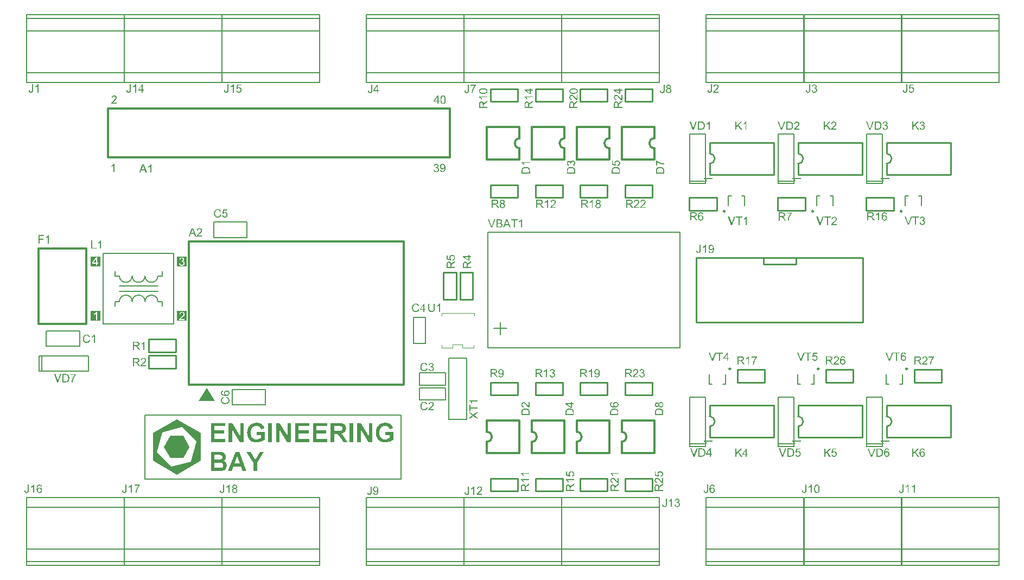
<source format=gto>
%FSLAX44Y44*%
%MOMM*%
G71*
G01*
G75*
G04 Layer_Color=16777215*
%ADD10R,1.3000X1.3000*%
%ADD11R,0.8500X1.0000*%
%ADD12R,0.8500X1.0000*%
%ADD13R,1.9998X1.3995*%
%ADD14R,1.9998X1.3995*%
%ADD15R,3.1000X2.3000*%
%ADD16R,1.6000X1.8000*%
%ADD17R,1.3000X1.3000*%
%ADD18R,1.8000X0.4995*%
%ADD19R,1.2700X1.2700*%
%ADD20R,1.2700X1.2700*%
%ADD21R,0.3000X1.0000*%
%ADD22R,1.5000X1.5000*%
%ADD23R,0.8000X2.0000*%
%ADD24R,1.3995X1.9998*%
%ADD25R,1.3995X1.9998*%
%ADD26C,0.3000*%
%ADD27C,0.4000*%
%ADD28C,0.5000*%
%ADD29C,0.2000*%
%ADD30C,1.5000*%
%ADD31C,3.0000*%
%ADD32R,1.5000X1.5000*%
%ADD33C,1.5000*%
%ADD34R,1.8000X1.8000*%
%ADD35C,1.8000*%
%ADD36C,1.6000*%
%ADD37C,6.0000*%
%ADD38C,4.0000*%
%ADD39C,0.8000*%
%ADD40C,0.2500*%
%ADD41C,0.2540*%
%ADD42C,0.1524*%
%ADD43C,0.0999*%
G36*
X935667Y250165D02*
X935778D01*
X936074Y250109D01*
X936426Y250053D01*
X936797Y249961D01*
X937204Y249831D01*
X937593Y249646D01*
X937611D01*
X937630Y249627D01*
X937685Y249590D01*
X937759Y249554D01*
X937945Y249442D01*
X938185Y249276D01*
X938445Y249072D01*
X938704Y248831D01*
X938963Y248535D01*
X939185Y248220D01*
Y248202D01*
X939204Y248183D01*
X939241Y248128D01*
X939259Y248054D01*
X939352Y247868D01*
X939445Y247628D01*
X939556Y247313D01*
X939630Y246961D01*
X939704Y246572D01*
X939722Y246146D01*
Y246128D01*
Y246054D01*
X939704Y245961D01*
Y245813D01*
X939685Y245646D01*
X939648Y245461D01*
X939593Y245239D01*
X939537Y245017D01*
X939463Y244758D01*
X939370Y244498D01*
X939259Y244239D01*
X939111Y243962D01*
X938944Y243702D01*
X938759Y243443D01*
X938537Y243184D01*
X938278Y242943D01*
X938259Y242924D01*
X938204Y242887D01*
X938130Y242832D01*
X938000Y242758D01*
X937833Y242647D01*
X937648Y242554D01*
X937408Y242443D01*
X937148Y242332D01*
X936834Y242202D01*
X936482Y242091D01*
X936093Y241999D01*
X935667Y241906D01*
X935186Y241814D01*
X934667Y241758D01*
X934112Y241721D01*
X933519Y241702D01*
X933353D01*
X933167Y241721D01*
X932908D01*
X932612Y241740D01*
X932260Y241777D01*
X931871Y241814D01*
X931445Y241869D01*
X931019Y241943D01*
X930556Y242036D01*
X930112Y242147D01*
X929668Y242276D01*
X929242Y242443D01*
X928834Y242628D01*
X928446Y242832D01*
X928112Y243073D01*
X928094Y243091D01*
X928057Y243128D01*
X927983Y243202D01*
X927872Y243295D01*
X927760Y243406D01*
X927649Y243554D01*
X927501Y243739D01*
X927372Y243924D01*
X927242Y244147D01*
X927094Y244387D01*
X926983Y244665D01*
X926853Y244943D01*
X926761Y245258D01*
X926686Y245591D01*
X926649Y245943D01*
X926631Y246313D01*
Y246332D01*
Y246387D01*
Y246461D01*
X926649Y246572D01*
Y246702D01*
X926668Y246850D01*
X926742Y247202D01*
X926835Y247591D01*
X926983Y247998D01*
X927205Y248405D01*
X927335Y248609D01*
X927483Y248794D01*
X927501Y248813D01*
X927520Y248831D01*
X927575Y248887D01*
X927631Y248942D01*
X927723Y249035D01*
X927834Y249109D01*
X928094Y249313D01*
X928427Y249516D01*
X928834Y249702D01*
X929297Y249868D01*
X929816Y249979D01*
X929945Y248405D01*
X929927D01*
X929908Y248387D01*
X929797Y248368D01*
X929631Y248313D01*
X929427Y248239D01*
X929205Y248165D01*
X928983Y248054D01*
X928779Y247924D01*
X928612Y247794D01*
X928575Y247757D01*
X928501Y247683D01*
X928390Y247554D01*
X928260Y247369D01*
X928149Y247128D01*
X928038Y246869D01*
X927964Y246554D01*
X927927Y246220D01*
Y246183D01*
Y246091D01*
X927946Y245943D01*
X927983Y245776D01*
X928038Y245554D01*
X928112Y245332D01*
X928205Y245110D01*
X928353Y244887D01*
X928372Y244850D01*
X928446Y244758D01*
X928575Y244628D01*
X928760Y244461D01*
X928983Y244276D01*
X929242Y244073D01*
X929575Y243887D01*
X929945Y243702D01*
X929964D01*
X930001Y243684D01*
X930057Y243665D01*
X930131Y243628D01*
X930242Y243610D01*
X930371Y243573D01*
X930519Y243536D01*
X930705Y243498D01*
X930908Y243443D01*
X931131Y243406D01*
X931371Y243369D01*
X931630Y243350D01*
X931927Y243313D01*
X932223Y243295D01*
X932556Y243276D01*
X932890D01*
X932871Y243295D01*
X932760Y243369D01*
X932612Y243498D01*
X932427Y243665D01*
X932205Y243850D01*
X932001Y244091D01*
X931797Y244350D01*
X931612Y244647D01*
Y244665D01*
X931593Y244684D01*
X931538Y244795D01*
X931482Y244961D01*
X931390Y245184D01*
X931316Y245443D01*
X931260Y245739D01*
X931205Y246054D01*
X931186Y246387D01*
Y246406D01*
Y246461D01*
Y246535D01*
X931205Y246646D01*
X931223Y246794D01*
X931242Y246943D01*
X931279Y247128D01*
X931334Y247313D01*
X931464Y247739D01*
X931556Y247961D01*
X931686Y248183D01*
X931816Y248405D01*
X931964Y248646D01*
X932149Y248868D01*
X932353Y249072D01*
X932371Y249091D01*
X932408Y249128D01*
X932464Y249183D01*
X932556Y249239D01*
X932686Y249331D01*
X932815Y249424D01*
X932982Y249516D01*
X933167Y249627D01*
X933371Y249739D01*
X933593Y249831D01*
X933852Y249924D01*
X934112Y250016D01*
X934389Y250072D01*
X934704Y250128D01*
X935019Y250165D01*
X935352Y250183D01*
X935556D01*
X935667Y250165D01*
D02*
G37*
G36*
X933408Y240073D02*
X933556D01*
X933908Y240054D01*
X934315Y239999D01*
X934741Y239943D01*
X935186Y239851D01*
X935630Y239740D01*
X935648D01*
X935686Y239721D01*
X935741Y239703D01*
X935815Y239684D01*
X936019Y239610D01*
X936278Y239499D01*
X936574Y239388D01*
X936871Y239240D01*
X937185Y239055D01*
X937482Y238869D01*
X937519Y238851D01*
X937611Y238777D01*
X937741Y238666D01*
X937908Y238518D01*
X938093Y238351D01*
X938278Y238147D01*
X938482Y237944D01*
X938648Y237703D01*
X938667Y237666D01*
X938722Y237592D01*
X938796Y237462D01*
X938889Y237277D01*
X939000Y237055D01*
X939093Y236796D01*
X939204Y236499D01*
X939296Y236166D01*
Y236147D01*
Y236129D01*
X939315Y236073D01*
X939333Y236018D01*
X939352Y235833D01*
X939389Y235573D01*
X939426Y235277D01*
X939463Y234925D01*
X939482Y234536D01*
X939500Y234111D01*
Y229500D01*
X926686D01*
Y233907D01*
Y233925D01*
Y233981D01*
Y234055D01*
Y234148D01*
Y234277D01*
Y234425D01*
X926705Y234759D01*
X926723Y235129D01*
X926761Y235499D01*
X926816Y235870D01*
X926872Y236185D01*
Y236203D01*
X926890Y236240D01*
Y236296D01*
X926927Y236370D01*
X926983Y236573D01*
X927075Y236833D01*
X927205Y237129D01*
X927372Y237444D01*
X927557Y237758D01*
X927797Y238055D01*
X927816Y238073D01*
X927834Y238092D01*
X927890Y238147D01*
X927946Y238221D01*
X928131Y238407D01*
X928390Y238629D01*
X928705Y238869D01*
X929075Y239129D01*
X929501Y239369D01*
X929983Y239573D01*
X930001D01*
X930038Y239592D01*
X930112Y239629D01*
X930223Y239647D01*
X930353Y239703D01*
X930501Y239740D01*
X930668Y239777D01*
X930871Y239832D01*
X931075Y239888D01*
X931316Y239925D01*
X931834Y240017D01*
X932408Y240073D01*
X933038Y240091D01*
X933278D01*
X933408Y240073D01*
D02*
G37*
G36*
X999612Y627164D02*
X999649Y627127D01*
X999723Y627053D01*
X999835Y626979D01*
X999964Y626868D01*
X1000112Y626720D01*
X1000297Y626572D01*
X1000520Y626405D01*
X1000742Y626239D01*
X1001001Y626035D01*
X1001297Y625831D01*
X1001594Y625628D01*
X1001927Y625405D01*
X1002279Y625183D01*
X1002667Y624961D01*
X1003056Y624739D01*
X1003075Y624720D01*
X1003149Y624683D01*
X1003260Y624628D01*
X1003427Y624535D01*
X1003630Y624443D01*
X1003853Y624332D01*
X1004112Y624202D01*
X1004408Y624072D01*
X1004741Y623924D01*
X1005075Y623758D01*
X1005445Y623609D01*
X1005834Y623461D01*
X1006630Y623165D01*
X1007482Y622887D01*
X1007500D01*
X1007556Y622869D01*
X1007648Y622850D01*
X1007760Y622813D01*
X1007908Y622776D01*
X1008093Y622739D01*
X1008297Y622683D01*
X1008519Y622646D01*
X1008778Y622591D01*
X1009056Y622535D01*
X1009648Y622443D01*
X1010296Y622350D01*
X1011000Y622295D01*
Y620684D01*
X1010852D01*
X1010741Y620702D01*
X1010593D01*
X1010407Y620721D01*
X1010204Y620739D01*
X1009982Y620758D01*
X1009722Y620795D01*
X1009463Y620832D01*
X1009148Y620887D01*
X1008834Y620943D01*
X1008500Y620998D01*
X1008130Y621073D01*
X1007371Y621258D01*
X1007352D01*
X1007278Y621276D01*
X1007167Y621313D01*
X1007000Y621369D01*
X1006815Y621424D01*
X1006593Y621498D01*
X1006334Y621572D01*
X1006056Y621684D01*
X1005741Y621795D01*
X1005426Y621906D01*
X1004723Y622183D01*
X1003982Y622517D01*
X1003242Y622887D01*
X1003223Y622906D01*
X1003149Y622943D01*
X1003056Y622998D01*
X1002908Y623072D01*
X1002742Y623165D01*
X1002538Y623294D01*
X1002316Y623424D01*
X1002075Y623572D01*
X1001538Y623924D01*
X1000983Y624294D01*
X1000408Y624720D01*
X999872Y625165D01*
Y618888D01*
X998353D01*
Y627183D01*
X999594D01*
X999612Y627164D01*
D02*
G37*
G36*
X1004908Y617073D02*
X1005056D01*
X1005408Y617054D01*
X1005815Y616999D01*
X1006241Y616943D01*
X1006686Y616851D01*
X1007130Y616740D01*
X1007149D01*
X1007186Y616721D01*
X1007241Y616703D01*
X1007315Y616684D01*
X1007519Y616610D01*
X1007778Y616499D01*
X1008074Y616388D01*
X1008371Y616240D01*
X1008685Y616054D01*
X1008982Y615869D01*
X1009019Y615851D01*
X1009111Y615777D01*
X1009241Y615666D01*
X1009408Y615518D01*
X1009593Y615351D01*
X1009778Y615147D01*
X1009982Y614944D01*
X1010148Y614703D01*
X1010167Y614666D01*
X1010222Y614592D01*
X1010296Y614462D01*
X1010389Y614277D01*
X1010500Y614055D01*
X1010593Y613796D01*
X1010704Y613499D01*
X1010796Y613166D01*
Y613147D01*
Y613129D01*
X1010815Y613073D01*
X1010833Y613018D01*
X1010852Y612833D01*
X1010889Y612573D01*
X1010926Y612277D01*
X1010963Y611925D01*
X1010982Y611536D01*
X1011000Y611111D01*
Y606500D01*
X998186D01*
Y610907D01*
Y610925D01*
Y610981D01*
Y611055D01*
Y611148D01*
Y611277D01*
Y611425D01*
X998205Y611759D01*
X998224Y612129D01*
X998261Y612499D01*
X998316Y612870D01*
X998372Y613185D01*
Y613203D01*
X998390Y613240D01*
Y613296D01*
X998427Y613370D01*
X998483Y613573D01*
X998575Y613833D01*
X998705Y614129D01*
X998872Y614444D01*
X999057Y614758D01*
X999297Y615055D01*
X999316Y615073D01*
X999335Y615092D01*
X999390Y615147D01*
X999446Y615221D01*
X999631Y615406D01*
X999890Y615629D01*
X1000205Y615869D01*
X1000575Y616129D01*
X1001001Y616369D01*
X1001482Y616573D01*
X1001501D01*
X1001538Y616591D01*
X1001612Y616629D01*
X1001723Y616647D01*
X1001853Y616703D01*
X1002001Y616740D01*
X1002168Y616777D01*
X1002371Y616832D01*
X1002575Y616888D01*
X1002816Y616925D01*
X1003334Y617017D01*
X1003908Y617073D01*
X1004538Y617091D01*
X1004778D01*
X1004908Y617073D01*
D02*
G37*
G36*
X866926Y248387D02*
X870000D01*
Y246813D01*
X866926D01*
Y241239D01*
X865482D01*
X857187Y247109D01*
Y248387D01*
X865482D01*
Y250128D01*
X866926D01*
Y248387D01*
D02*
G37*
G36*
X863908Y240073D02*
X864056D01*
X864408Y240054D01*
X864815Y239999D01*
X865241Y239943D01*
X865686Y239851D01*
X866130Y239740D01*
X866149D01*
X866186Y239721D01*
X866241Y239703D01*
X866315Y239684D01*
X866519Y239610D01*
X866778Y239499D01*
X867074Y239388D01*
X867371Y239240D01*
X867685Y239055D01*
X867982Y238869D01*
X868019Y238851D01*
X868111Y238777D01*
X868241Y238666D01*
X868408Y238518D01*
X868593Y238351D01*
X868778Y238147D01*
X868982Y237944D01*
X869148Y237703D01*
X869167Y237666D01*
X869222Y237592D01*
X869296Y237462D01*
X869389Y237277D01*
X869500Y237055D01*
X869593Y236796D01*
X869704Y236499D01*
X869796Y236166D01*
Y236147D01*
Y236129D01*
X869815Y236073D01*
X869833Y236018D01*
X869852Y235833D01*
X869889Y235573D01*
X869926Y235277D01*
X869963Y234925D01*
X869982Y234536D01*
X870000Y234111D01*
Y229500D01*
X857187D01*
Y233907D01*
Y233925D01*
Y233981D01*
Y234055D01*
Y234148D01*
Y234277D01*
Y234425D01*
X857205Y234759D01*
X857224Y235129D01*
X857261Y235499D01*
X857316Y235870D01*
X857372Y236185D01*
Y236203D01*
X857390Y236240D01*
Y236296D01*
X857427Y236370D01*
X857483Y236573D01*
X857575Y236833D01*
X857705Y237129D01*
X857872Y237444D01*
X858057Y237758D01*
X858298Y238055D01*
X858316Y238073D01*
X858335Y238092D01*
X858390Y238147D01*
X858446Y238221D01*
X858631Y238407D01*
X858890Y238629D01*
X859205Y238869D01*
X859575Y239129D01*
X860001Y239369D01*
X860482Y239573D01*
X860501D01*
X860538Y239592D01*
X860612Y239629D01*
X860723Y239647D01*
X860853Y239703D01*
X861001Y239740D01*
X861168Y239777D01*
X861371Y239832D01*
X861575Y239888D01*
X861816Y239925D01*
X862334Y240017D01*
X862908Y240073D01*
X863538Y240091D01*
X863778D01*
X863908Y240073D01*
D02*
G37*
G36*
X937963Y627257D02*
X938111Y627239D01*
X938278Y627220D01*
X938482Y627183D01*
X938686Y627146D01*
X939167Y627035D01*
X939667Y626850D01*
X939926Y626739D01*
X940167Y626590D01*
X940426Y626442D01*
X940667Y626257D01*
X940685Y626239D01*
X940741Y626202D01*
X940815Y626128D01*
X940908Y626035D01*
X941019Y625905D01*
X941167Y625757D01*
X941296Y625572D01*
X941444Y625368D01*
X941593Y625146D01*
X941722Y624887D01*
X941852Y624609D01*
X941982Y624313D01*
X942074Y623998D01*
X942148Y623646D01*
X942204Y623276D01*
X942222Y622887D01*
Y622869D01*
Y622813D01*
Y622720D01*
X942204Y622591D01*
X942185Y622443D01*
X942167Y622276D01*
X942148Y622072D01*
X942093Y621869D01*
X941982Y621406D01*
X941815Y620943D01*
X941704Y620702D01*
X941574Y620462D01*
X941426Y620239D01*
X941259Y620017D01*
X941241Y619999D01*
X941222Y619962D01*
X941148Y619925D01*
X941074Y619851D01*
X940982Y619758D01*
X940871Y619665D01*
X940722Y619554D01*
X940556Y619462D01*
X940389Y619351D01*
X940185Y619239D01*
X939741Y619036D01*
X939222Y618869D01*
X938945Y618814D01*
X938649Y618777D01*
X938519Y620424D01*
X938574D01*
X938630Y620443D01*
X938723Y620462D01*
X938926Y620517D01*
X939204Y620591D01*
X939482Y620702D01*
X939797Y620850D01*
X940074Y621035D01*
X940333Y621258D01*
X940352Y621295D01*
X940426Y621369D01*
X940519Y621517D01*
X940630Y621721D01*
X940741Y621943D01*
X940833Y622221D01*
X940908Y622535D01*
X940926Y622887D01*
Y622906D01*
Y622943D01*
Y622998D01*
X940908Y623072D01*
X940889Y623295D01*
X940815Y623554D01*
X940722Y623869D01*
X940574Y624183D01*
X940352Y624517D01*
X940222Y624665D01*
X940074Y624813D01*
X940056Y624831D01*
X940037Y624850D01*
X939982Y624887D01*
X939926Y624943D01*
X939723Y625072D01*
X939463Y625220D01*
X939148Y625350D01*
X938760Y625480D01*
X938297Y625572D01*
X938056Y625609D01*
X937667D01*
X937574Y625591D01*
X937463D01*
X937334Y625572D01*
X937038Y625517D01*
X936686Y625424D01*
X936334Y625294D01*
X936001Y625109D01*
X935686Y624850D01*
X935667D01*
X935649Y624813D01*
X935556Y624720D01*
X935427Y624554D01*
X935278Y624332D01*
X935149Y624035D01*
X935019Y623702D01*
X934927Y623313D01*
X934890Y623091D01*
Y622869D01*
Y622832D01*
Y622739D01*
X934908Y622591D01*
X934927Y622406D01*
X934982Y622184D01*
X935038Y621961D01*
X935130Y621721D01*
X935241Y621480D01*
X935260Y621461D01*
X935297Y621387D01*
X935390Y621276D01*
X935482Y621128D01*
X935612Y620980D01*
X935778Y620832D01*
X935945Y620665D01*
X936149Y620536D01*
X935945Y619054D01*
X929353Y620295D01*
Y626665D01*
X930853D01*
Y621535D01*
X934316Y620850D01*
X934297Y620869D01*
X934279Y620906D01*
X934241Y620961D01*
X934186Y621054D01*
X934130Y621165D01*
X934056Y621295D01*
X933908Y621591D01*
X933760Y621961D01*
X933631Y622369D01*
X933538Y622813D01*
X933501Y623035D01*
Y623276D01*
Y623295D01*
Y623350D01*
Y623443D01*
X933519Y623554D01*
X933538Y623702D01*
X933556Y623869D01*
X933594Y624054D01*
X933649Y624257D01*
X933779Y624702D01*
X933871Y624943D01*
X934001Y625183D01*
X934130Y625424D01*
X934279Y625665D01*
X934464Y625887D01*
X934667Y626109D01*
X934686Y626128D01*
X934723Y626165D01*
X934779Y626220D01*
X934871Y626294D01*
X935001Y626387D01*
X935130Y626479D01*
X935297Y626590D01*
X935482Y626702D01*
X935686Y626794D01*
X935908Y626905D01*
X936167Y626998D01*
X936426Y627090D01*
X936704Y627164D01*
X937019Y627220D01*
X937334Y627257D01*
X937667Y627276D01*
X937834D01*
X937963Y627257D01*
D02*
G37*
G36*
X935908Y617073D02*
X936056D01*
X936408Y617054D01*
X936815Y616999D01*
X937241Y616943D01*
X937686Y616851D01*
X938130Y616740D01*
X938148D01*
X938186Y616721D01*
X938241Y616703D01*
X938315Y616684D01*
X938519Y616610D01*
X938778Y616499D01*
X939074Y616388D01*
X939371Y616240D01*
X939685Y616055D01*
X939982Y615869D01*
X940019Y615851D01*
X940111Y615777D01*
X940241Y615666D01*
X940408Y615518D01*
X940593Y615351D01*
X940778Y615147D01*
X940982Y614944D01*
X941148Y614703D01*
X941167Y614666D01*
X941222Y614592D01*
X941296Y614462D01*
X941389Y614277D01*
X941500Y614055D01*
X941593Y613796D01*
X941704Y613499D01*
X941796Y613166D01*
Y613148D01*
Y613129D01*
X941815Y613073D01*
X941833Y613018D01*
X941852Y612833D01*
X941889Y612574D01*
X941926Y612277D01*
X941963Y611925D01*
X941982Y611536D01*
X942000Y611111D01*
Y606500D01*
X929186D01*
Y610907D01*
Y610925D01*
Y610981D01*
Y611055D01*
Y611148D01*
Y611277D01*
Y611425D01*
X929205Y611759D01*
X929223Y612129D01*
X929261Y612499D01*
X929316Y612870D01*
X929372Y613185D01*
Y613203D01*
X929390Y613240D01*
Y613296D01*
X929427Y613370D01*
X929483Y613573D01*
X929575Y613833D01*
X929705Y614129D01*
X929872Y614444D01*
X930057Y614758D01*
X930297Y615055D01*
X930316Y615073D01*
X930334Y615092D01*
X930390Y615147D01*
X930446Y615221D01*
X930631Y615406D01*
X930890Y615629D01*
X931205Y615869D01*
X931575Y616129D01*
X932001Y616369D01*
X932483Y616573D01*
X932501D01*
X932538Y616592D01*
X932612Y616629D01*
X932723Y616647D01*
X932853Y616703D01*
X933001Y616740D01*
X933168Y616777D01*
X933371Y616832D01*
X933575Y616888D01*
X933816Y616925D01*
X934334Y617017D01*
X934908Y617073D01*
X935538Y617091D01*
X935778D01*
X935908Y617073D01*
D02*
G37*
G36*
X1003408Y240073D02*
X1003556D01*
X1003908Y240054D01*
X1004315Y239999D01*
X1004741Y239943D01*
X1005186Y239851D01*
X1005630Y239740D01*
X1005648D01*
X1005686Y239721D01*
X1005741Y239703D01*
X1005815Y239684D01*
X1006019Y239610D01*
X1006278Y239499D01*
X1006574Y239388D01*
X1006871Y239240D01*
X1007185Y239055D01*
X1007482Y238869D01*
X1007519Y238851D01*
X1007611Y238777D01*
X1007741Y238666D01*
X1007908Y238518D01*
X1008093Y238351D01*
X1008278Y238147D01*
X1008482Y237944D01*
X1008648Y237703D01*
X1008667Y237666D01*
X1008722Y237592D01*
X1008796Y237462D01*
X1008889Y237277D01*
X1009000Y237055D01*
X1009093Y236796D01*
X1009204Y236499D01*
X1009296Y236166D01*
Y236147D01*
Y236129D01*
X1009315Y236073D01*
X1009333Y236018D01*
X1009352Y235833D01*
X1009389Y235573D01*
X1009426Y235277D01*
X1009463Y234925D01*
X1009482Y234536D01*
X1009500Y234111D01*
Y229500D01*
X996686D01*
Y233907D01*
Y233925D01*
Y233981D01*
Y234055D01*
Y234148D01*
Y234277D01*
Y234425D01*
X996705Y234759D01*
X996723Y235129D01*
X996761Y235499D01*
X996816Y235870D01*
X996872Y236185D01*
Y236203D01*
X996890Y236240D01*
Y236296D01*
X996927Y236370D01*
X996983Y236573D01*
X997075Y236833D01*
X997205Y237129D01*
X997372Y237444D01*
X997557Y237758D01*
X997797Y238055D01*
X997816Y238073D01*
X997834Y238092D01*
X997890Y238147D01*
X997946Y238221D01*
X998131Y238407D01*
X998390Y238629D01*
X998705Y238869D01*
X999075Y239129D01*
X999501Y239369D01*
X999983Y239573D01*
X1000001D01*
X1000038Y239592D01*
X1000112Y239629D01*
X1000223Y239647D01*
X1000353Y239703D01*
X1000501Y239740D01*
X1000668Y239777D01*
X1000871Y239832D01*
X1001075Y239888D01*
X1001316Y239925D01*
X1001834Y240017D01*
X1002408Y240073D01*
X1003038Y240091D01*
X1003278D01*
X1003408Y240073D01*
D02*
G37*
G36*
X1139980Y169240D02*
X1141720D01*
Y167796D01*
X1139980D01*
Y164722D01*
X1138406D01*
Y167796D01*
X1132832D01*
Y169240D01*
X1138702Y177536D01*
X1139980D01*
Y169240D01*
D02*
G37*
G36*
X1413776Y688073D02*
X1414017Y688036D01*
X1414313Y687980D01*
X1414646Y687887D01*
X1414980Y687776D01*
X1415313Y687628D01*
X1415332D01*
X1415350Y687610D01*
X1415461Y687554D01*
X1415628Y687443D01*
X1415813Y687314D01*
X1416035Y687128D01*
X1416257Y686925D01*
X1416480Y686684D01*
X1416665Y686406D01*
X1416683Y686369D01*
X1416739Y686277D01*
X1416813Y686110D01*
X1416905Y685906D01*
X1416998Y685666D01*
X1417072Y685388D01*
X1417128Y685073D01*
X1417146Y684758D01*
Y684721D01*
Y684610D01*
X1417128Y684462D01*
X1417091Y684258D01*
X1417035Y684018D01*
X1416942Y683758D01*
X1416831Y683499D01*
X1416683Y683240D01*
X1416665Y683203D01*
X1416609Y683129D01*
X1416498Y682999D01*
X1416350Y682851D01*
X1416165Y682684D01*
X1415943Y682499D01*
X1415683Y682333D01*
X1415369Y682166D01*
X1415387D01*
X1415424Y682147D01*
X1415480Y682129D01*
X1415554Y682110D01*
X1415757Y682036D01*
X1416017Y681925D01*
X1416313Y681777D01*
X1416609Y681592D01*
X1416887Y681351D01*
X1417146Y681073D01*
X1417165Y681036D01*
X1417239Y680925D01*
X1417350Y680740D01*
X1417461Y680499D01*
X1417572Y680203D01*
X1417683Y679851D01*
X1417757Y679444D01*
X1417776Y679000D01*
Y678981D01*
Y678925D01*
Y678833D01*
X1417757Y678722D01*
X1417739Y678574D01*
X1417702Y678407D01*
X1417665Y678222D01*
X1417628Y678018D01*
X1417480Y677574D01*
X1417368Y677333D01*
X1417257Y677111D01*
X1417109Y676870D01*
X1416942Y676629D01*
X1416757Y676389D01*
X1416535Y676167D01*
X1416517Y676148D01*
X1416480Y676111D01*
X1416405Y676055D01*
X1416313Y675981D01*
X1416202Y675889D01*
X1416054Y675796D01*
X1415887Y675685D01*
X1415683Y675592D01*
X1415480Y675481D01*
X1415239Y675370D01*
X1414998Y675278D01*
X1414720Y675185D01*
X1414424Y675111D01*
X1414109Y675055D01*
X1413795Y675018D01*
X1413443Y675000D01*
X1413276D01*
X1413165Y675018D01*
X1413017Y675037D01*
X1412850Y675055D01*
X1412665Y675093D01*
X1412462Y675130D01*
X1412017Y675241D01*
X1411554Y675426D01*
X1411313Y675537D01*
X1411091Y675667D01*
X1410869Y675833D01*
X1410647Y676000D01*
X1410628Y676018D01*
X1410591Y676055D01*
X1410536Y676111D01*
X1410480Y676185D01*
X1410388Y676278D01*
X1410295Y676407D01*
X1410184Y676537D01*
X1410073Y676703D01*
X1409962Y676889D01*
X1409851Y677074D01*
X1409647Y677518D01*
X1409480Y678037D01*
X1409425Y678315D01*
X1409388Y678611D01*
X1410962Y678814D01*
Y678796D01*
X1410980Y678759D01*
X1410999Y678685D01*
X1411017Y678592D01*
X1411036Y678481D01*
X1411073Y678352D01*
X1411165Y678074D01*
X1411295Y677740D01*
X1411462Y677426D01*
X1411647Y677129D01*
X1411869Y676870D01*
X1411906Y676852D01*
X1411980Y676778D01*
X1412128Y676685D01*
X1412313Y676592D01*
X1412536Y676481D01*
X1412813Y676389D01*
X1413128Y676315D01*
X1413461Y676296D01*
X1413573D01*
X1413647Y676315D01*
X1413850Y676333D01*
X1414109Y676389D01*
X1414406Y676481D01*
X1414720Y676611D01*
X1415035Y676796D01*
X1415332Y677055D01*
X1415369Y677092D01*
X1415461Y677204D01*
X1415572Y677370D01*
X1415720Y677592D01*
X1415869Y677870D01*
X1415980Y678185D01*
X1416072Y678555D01*
X1416109Y678962D01*
Y678981D01*
Y679018D01*
Y679074D01*
X1416091Y679148D01*
X1416072Y679351D01*
X1416017Y679592D01*
X1415943Y679888D01*
X1415813Y680185D01*
X1415628Y680481D01*
X1415387Y680759D01*
X1415350Y680796D01*
X1415258Y680870D01*
X1415109Y680981D01*
X1414906Y681111D01*
X1414646Y681240D01*
X1414332Y681351D01*
X1413980Y681425D01*
X1413591Y681462D01*
X1413424D01*
X1413295Y681444D01*
X1413128Y681425D01*
X1412943Y681388D01*
X1412721Y681351D01*
X1412480Y681296D01*
X1412665Y682684D01*
X1412758D01*
X1412832Y682666D01*
X1413073D01*
X1413276Y682703D01*
X1413517Y682740D01*
X1413795Y682795D01*
X1414109Y682888D01*
X1414406Y683018D01*
X1414720Y683184D01*
X1414739D01*
X1414758Y683203D01*
X1414850Y683277D01*
X1414980Y683407D01*
X1415128Y683573D01*
X1415276Y683814D01*
X1415406Y684092D01*
X1415498Y684406D01*
X1415535Y684592D01*
Y684795D01*
Y684814D01*
Y684832D01*
Y684943D01*
X1415498Y685091D01*
X1415461Y685295D01*
X1415387Y685517D01*
X1415294Y685758D01*
X1415146Y685999D01*
X1414943Y686221D01*
X1414924Y686240D01*
X1414832Y686314D01*
X1414702Y686406D01*
X1414535Y686517D01*
X1414313Y686610D01*
X1414054Y686702D01*
X1413758Y686777D01*
X1413424Y686795D01*
X1413276D01*
X1413109Y686758D01*
X1412887Y686721D01*
X1412647Y686647D01*
X1412406Y686554D01*
X1412147Y686406D01*
X1411906Y686221D01*
X1411887Y686202D01*
X1411813Y686110D01*
X1411702Y685980D01*
X1411573Y685795D01*
X1411443Y685555D01*
X1411313Y685258D01*
X1411202Y684906D01*
X1411128Y684499D01*
X1409554Y684777D01*
Y684795D01*
X1409573Y684851D01*
X1409591Y684925D01*
X1409610Y685036D01*
X1409647Y685166D01*
X1409702Y685314D01*
X1409814Y685666D01*
X1409999Y686073D01*
X1410221Y686480D01*
X1410499Y686869D01*
X1410851Y687221D01*
X1410869Y687240D01*
X1410906Y687258D01*
X1410962Y687295D01*
X1411036Y687351D01*
X1411128Y687425D01*
X1411258Y687499D01*
X1411387Y687573D01*
X1411554Y687665D01*
X1411924Y687813D01*
X1412350Y687962D01*
X1412850Y688054D01*
X1413109Y688091D01*
X1413573D01*
X1413776Y688073D01*
D02*
G37*
G36*
X1279757Y176091D02*
X1274628D01*
X1273943Y172629D01*
X1273962Y172647D01*
X1273999Y172666D01*
X1274054Y172703D01*
X1274147Y172759D01*
X1274258Y172814D01*
X1274387Y172888D01*
X1274684Y173036D01*
X1275054Y173184D01*
X1275461Y173314D01*
X1275906Y173407D01*
X1276128Y173444D01*
X1276535D01*
X1276646Y173425D01*
X1276795Y173407D01*
X1276961Y173388D01*
X1277146Y173351D01*
X1277350Y173295D01*
X1277794Y173166D01*
X1278035Y173073D01*
X1278276Y172944D01*
X1278517Y172814D01*
X1278757Y172666D01*
X1278980Y172481D01*
X1279202Y172277D01*
X1279220Y172258D01*
X1279257Y172222D01*
X1279313Y172166D01*
X1279387Y172073D01*
X1279480Y171944D01*
X1279572Y171814D01*
X1279683Y171647D01*
X1279794Y171462D01*
X1279887Y171259D01*
X1279998Y171036D01*
X1280091Y170777D01*
X1280183Y170518D01*
X1280257Y170240D01*
X1280313Y169925D01*
X1280350Y169611D01*
X1280368Y169277D01*
Y169259D01*
Y169203D01*
Y169111D01*
X1280350Y168981D01*
X1280331Y168833D01*
X1280313Y168666D01*
X1280276Y168463D01*
X1280239Y168259D01*
X1280128Y167778D01*
X1279942Y167278D01*
X1279831Y167018D01*
X1279683Y166778D01*
X1279535Y166518D01*
X1279350Y166278D01*
X1279331Y166259D01*
X1279294Y166204D01*
X1279220Y166129D01*
X1279128Y166037D01*
X1278998Y165926D01*
X1278850Y165778D01*
X1278665Y165648D01*
X1278461Y165500D01*
X1278239Y165352D01*
X1277980Y165222D01*
X1277702Y165093D01*
X1277406Y164963D01*
X1277091Y164870D01*
X1276739Y164796D01*
X1276369Y164741D01*
X1275980Y164722D01*
X1275813D01*
X1275684Y164741D01*
X1275536Y164759D01*
X1275369Y164778D01*
X1275165Y164796D01*
X1274961Y164852D01*
X1274499Y164963D01*
X1274036Y165130D01*
X1273795Y165241D01*
X1273554Y165370D01*
X1273332Y165518D01*
X1273110Y165685D01*
X1273091Y165704D01*
X1273054Y165722D01*
X1273017Y165796D01*
X1272943Y165870D01*
X1272851Y165963D01*
X1272758Y166074D01*
X1272647Y166222D01*
X1272554Y166389D01*
X1272443Y166555D01*
X1272332Y166759D01*
X1272128Y167204D01*
X1271962Y167722D01*
X1271906Y168000D01*
X1271869Y168296D01*
X1273517Y168426D01*
Y168407D01*
Y168370D01*
X1273536Y168314D01*
X1273554Y168222D01*
X1273610Y168018D01*
X1273684Y167740D01*
X1273795Y167463D01*
X1273943Y167148D01*
X1274128Y166870D01*
X1274350Y166611D01*
X1274387Y166592D01*
X1274462Y166518D01*
X1274610Y166426D01*
X1274813Y166315D01*
X1275035Y166204D01*
X1275313Y166111D01*
X1275628Y166037D01*
X1275980Y166018D01*
X1276091D01*
X1276165Y166037D01*
X1276387Y166055D01*
X1276646Y166129D01*
X1276961Y166222D01*
X1277276Y166370D01*
X1277609Y166592D01*
X1277757Y166722D01*
X1277906Y166870D01*
X1277924Y166889D01*
X1277943Y166907D01*
X1277980Y166963D01*
X1278035Y167018D01*
X1278165Y167222D01*
X1278313Y167481D01*
X1278443Y167796D01*
X1278572Y168185D01*
X1278665Y168648D01*
X1278702Y168888D01*
Y169148D01*
Y169166D01*
Y169203D01*
Y169277D01*
X1278683Y169370D01*
Y169481D01*
X1278665Y169611D01*
X1278609Y169907D01*
X1278517Y170259D01*
X1278387Y170611D01*
X1278202Y170944D01*
X1277943Y171259D01*
Y171277D01*
X1277906Y171296D01*
X1277813Y171388D01*
X1277646Y171518D01*
X1277424Y171666D01*
X1277128Y171796D01*
X1276795Y171925D01*
X1276406Y172018D01*
X1276184Y172055D01*
X1275832D01*
X1275684Y172036D01*
X1275498Y172018D01*
X1275276Y171962D01*
X1275054Y171907D01*
X1274813Y171814D01*
X1274573Y171703D01*
X1274554Y171684D01*
X1274480Y171647D01*
X1274369Y171555D01*
X1274221Y171462D01*
X1274073Y171333D01*
X1273924Y171166D01*
X1273758Y170999D01*
X1273628Y170796D01*
X1272147Y170999D01*
X1273388Y177591D01*
X1279757D01*
Y176091D01*
D02*
G37*
G36*
X1126981Y172333D02*
X1132591Y164722D01*
X1130351D01*
X1125796Y171185D01*
X1123704Y169166D01*
Y164722D01*
X1122000D01*
Y177536D01*
X1123704D01*
Y171166D01*
X1130036Y177536D01*
X1132351D01*
X1126981Y172333D01*
D02*
G37*
G36*
X1275924Y687850D02*
X1276072Y687832D01*
X1276258Y687813D01*
X1276461Y687776D01*
X1276665Y687739D01*
X1277146Y687610D01*
X1277628Y687425D01*
X1277868Y687314D01*
X1278109Y687184D01*
X1278331Y687017D01*
X1278535Y686832D01*
X1278554Y686814D01*
X1278591Y686795D01*
X1278628Y686721D01*
X1278702Y686647D01*
X1278794Y686554D01*
X1278887Y686425D01*
X1278979Y686295D01*
X1279091Y686128D01*
X1279276Y685777D01*
X1279461Y685332D01*
X1279535Y685110D01*
X1279572Y684851D01*
X1279609Y684592D01*
X1279628Y684314D01*
Y684277D01*
Y684184D01*
X1279609Y684036D01*
X1279591Y683832D01*
X1279554Y683610D01*
X1279480Y683351D01*
X1279405Y683073D01*
X1279294Y682795D01*
X1279276Y682758D01*
X1279239Y682666D01*
X1279165Y682518D01*
X1279054Y682314D01*
X1278905Y682092D01*
X1278720Y681814D01*
X1278498Y681536D01*
X1278239Y681222D01*
X1278202Y681184D01*
X1278109Y681073D01*
X1278017Y680981D01*
X1277924Y680888D01*
X1277813Y680777D01*
X1277665Y680629D01*
X1277517Y680481D01*
X1277331Y680314D01*
X1277146Y680129D01*
X1276924Y679925D01*
X1276684Y679722D01*
X1276424Y679481D01*
X1276128Y679240D01*
X1275832Y678981D01*
X1275813Y678962D01*
X1275776Y678925D01*
X1275702Y678870D01*
X1275610Y678796D01*
X1275498Y678685D01*
X1275369Y678574D01*
X1275072Y678333D01*
X1274758Y678055D01*
X1274462Y677777D01*
X1274202Y677537D01*
X1274091Y677444D01*
X1273998Y677352D01*
X1273980Y677333D01*
X1273924Y677278D01*
X1273850Y677204D01*
X1273758Y677092D01*
X1273665Y676963D01*
X1273554Y676833D01*
X1273332Y676518D01*
X1279646D01*
Y675000D01*
X1271147D01*
Y675018D01*
Y675093D01*
Y675204D01*
X1271165Y675352D01*
X1271184Y675518D01*
X1271221Y675704D01*
X1271258Y675889D01*
X1271332Y676093D01*
Y676111D01*
X1271351Y676130D01*
X1271388Y676241D01*
X1271462Y676407D01*
X1271573Y676629D01*
X1271721Y676889D01*
X1271906Y677185D01*
X1272110Y677481D01*
X1272369Y677796D01*
Y677814D01*
X1272406Y677833D01*
X1272499Y677944D01*
X1272665Y678111D01*
X1272906Y678352D01*
X1273184Y678629D01*
X1273536Y678962D01*
X1273961Y679333D01*
X1274424Y679722D01*
X1274443Y679740D01*
X1274517Y679796D01*
X1274628Y679888D01*
X1274758Y679999D01*
X1274924Y680148D01*
X1275128Y680314D01*
X1275332Y680499D01*
X1275573Y680703D01*
X1276035Y681148D01*
X1276498Y681592D01*
X1276721Y681814D01*
X1276924Y682036D01*
X1277109Y682240D01*
X1277258Y682444D01*
Y682462D01*
X1277294Y682481D01*
X1277331Y682536D01*
X1277369Y682610D01*
X1277498Y682814D01*
X1277646Y683055D01*
X1277776Y683351D01*
X1277906Y683666D01*
X1277980Y684018D01*
X1278017Y684351D01*
Y684369D01*
Y684388D01*
X1277998Y684499D01*
X1277980Y684684D01*
X1277924Y684888D01*
X1277850Y685147D01*
X1277720Y685406D01*
X1277554Y685666D01*
X1277331Y685925D01*
X1277294Y685962D01*
X1277202Y686036D01*
X1277072Y686128D01*
X1276869Y686258D01*
X1276609Y686369D01*
X1276313Y686480D01*
X1275961Y686554D01*
X1275573Y686573D01*
X1275461D01*
X1275387Y686554D01*
X1275165Y686536D01*
X1274906Y686480D01*
X1274628Y686406D01*
X1274313Y686277D01*
X1274017Y686110D01*
X1273739Y685888D01*
X1273702Y685851D01*
X1273628Y685758D01*
X1273517Y685610D01*
X1273406Y685388D01*
X1273276Y685129D01*
X1273165Y684795D01*
X1273091Y684425D01*
X1273054Y683999D01*
X1271443Y684166D01*
Y684184D01*
X1271462Y684240D01*
Y684332D01*
X1271480Y684462D01*
X1271517Y684610D01*
X1271554Y684777D01*
X1271610Y684980D01*
X1271665Y685184D01*
X1271814Y685629D01*
X1272036Y686073D01*
X1272165Y686295D01*
X1272332Y686517D01*
X1272499Y686721D01*
X1272684Y686906D01*
X1272702Y686925D01*
X1272739Y686943D01*
X1272795Y686999D01*
X1272887Y687054D01*
X1272999Y687128D01*
X1273128Y687202D01*
X1273276Y687295D01*
X1273462Y687388D01*
X1273665Y687480D01*
X1273887Y687573D01*
X1274128Y687647D01*
X1274387Y687721D01*
X1274665Y687776D01*
X1274961Y687832D01*
X1275276Y687850D01*
X1275610Y687869D01*
X1275795D01*
X1275924Y687850D01*
D02*
G37*
G36*
X1006130Y250183D02*
X1006260Y250165D01*
X1006426Y250146D01*
X1006611Y250109D01*
X1006815Y250053D01*
X1007241Y249924D01*
X1007482Y249831D01*
X1007704Y249702D01*
X1007945Y249572D01*
X1008167Y249424D01*
X1008389Y249239D01*
X1008611Y249035D01*
X1008630Y249016D01*
X1008667Y248979D01*
X1008722Y248924D01*
X1008778Y248831D01*
X1008870Y248702D01*
X1008963Y248572D01*
X1009056Y248405D01*
X1009167Y248220D01*
X1009278Y248017D01*
X1009370Y247776D01*
X1009463Y247517D01*
X1009556Y247257D01*
X1009611Y246961D01*
X1009667Y246646D01*
X1009704Y246332D01*
X1009722Y245980D01*
Y245961D01*
Y245887D01*
Y245795D01*
X1009704Y245665D01*
X1009685Y245498D01*
X1009667Y245313D01*
X1009630Y245110D01*
X1009574Y244887D01*
X1009444Y244387D01*
X1009352Y244128D01*
X1009259Y243887D01*
X1009130Y243628D01*
X1008981Y243369D01*
X1008815Y243128D01*
X1008611Y242906D01*
X1008593Y242887D01*
X1008556Y242850D01*
X1008500Y242795D01*
X1008408Y242721D01*
X1008296Y242647D01*
X1008167Y242536D01*
X1008019Y242443D01*
X1007833Y242332D01*
X1007648Y242221D01*
X1007426Y242128D01*
X1006963Y241943D01*
X1006685Y241869D01*
X1006408Y241814D01*
X1006111Y241777D01*
X1005815Y241758D01*
X1005686D01*
X1005611Y241777D01*
X1005500D01*
X1005371Y241795D01*
X1005074Y241832D01*
X1004741Y241906D01*
X1004408Y242017D01*
X1004056Y242184D01*
X1003723Y242388D01*
X1003704D01*
X1003686Y242425D01*
X1003593Y242499D01*
X1003445Y242647D01*
X1003260Y242850D01*
X1003075Y243110D01*
X1002871Y243424D01*
X1002704Y243776D01*
X1002575Y244202D01*
Y244184D01*
X1002556Y244165D01*
X1002538Y244110D01*
X1002501Y244035D01*
X1002427Y243869D01*
X1002316Y243647D01*
X1002167Y243406D01*
X1001982Y243165D01*
X1001779Y242943D01*
X1001556Y242739D01*
X1001519Y242721D01*
X1001445Y242665D01*
X1001297Y242591D01*
X1001112Y242517D01*
X1000871Y242425D01*
X1000593Y242351D01*
X1000279Y242295D01*
X999945Y242276D01*
X999816D01*
X999705Y242295D01*
X999594Y242313D01*
X999445Y242332D01*
X999131Y242406D01*
X998760Y242517D01*
X998372Y242702D01*
X998168Y242813D01*
X997964Y242943D01*
X997779Y243110D01*
X997594Y243276D01*
X997575Y243295D01*
X997557Y243332D01*
X997501Y243387D01*
X997446Y243461D01*
X997372Y243554D01*
X997298Y243684D01*
X997205Y243832D01*
X997112Y243980D01*
X997020Y244165D01*
X996927Y244369D01*
X996853Y244591D01*
X996779Y244832D01*
X996668Y245350D01*
X996649Y245646D01*
X996631Y245943D01*
Y245961D01*
Y246017D01*
Y246109D01*
X996649Y246220D01*
X996668Y246369D01*
X996686Y246535D01*
X996705Y246720D01*
X996761Y246906D01*
X996872Y247350D01*
X997038Y247794D01*
X997149Y248017D01*
X997279Y248239D01*
X997446Y248442D01*
X997612Y248646D01*
X997631Y248665D01*
X997649Y248683D01*
X997705Y248739D01*
X997779Y248813D01*
X997890Y248887D01*
X998001Y248979D01*
X998279Y249165D01*
X998631Y249350D01*
X999038Y249516D01*
X999501Y249646D01*
X999742Y249665D01*
X1000001Y249683D01*
X1000149D01*
X1000316Y249665D01*
X1000519Y249627D01*
X1000779Y249572D01*
X1001038Y249479D01*
X1001297Y249368D01*
X1001556Y249202D01*
X1001593Y249183D01*
X1001667Y249109D01*
X1001779Y248998D01*
X1001927Y248850D01*
X1002093Y248646D01*
X1002260Y248405D01*
X1002427Y248128D01*
X1002575Y247794D01*
Y247813D01*
X1002593Y247850D01*
X1002612Y247906D01*
X1002649Y247980D01*
X1002741Y248202D01*
X1002871Y248461D01*
X1003056Y248739D01*
X1003260Y249035D01*
X1003519Y249313D01*
X1003815Y249572D01*
X1003834D01*
X1003852Y249590D01*
X1003963Y249665D01*
X1004149Y249776D01*
X1004389Y249887D01*
X1004686Y249998D01*
X1005038Y250109D01*
X1005426Y250183D01*
X1005852Y250202D01*
X1006019D01*
X1006130Y250183D01*
D02*
G37*
G36*
X1402981Y682832D02*
X1408591Y675222D01*
X1406351D01*
X1401796Y681684D01*
X1399704Y679666D01*
Y675222D01*
X1398000D01*
Y688036D01*
X1399704D01*
Y681666D01*
X1406036Y688036D01*
X1408351D01*
X1402981Y682832D01*
D02*
G37*
G36*
X1264981Y682610D02*
X1270592Y675000D01*
X1268351D01*
X1263796Y681462D01*
X1261703Y679444D01*
Y675000D01*
X1260000D01*
Y687813D01*
X1261703D01*
Y681444D01*
X1268036Y687813D01*
X1270351D01*
X1264981Y682610D01*
D02*
G37*
G36*
X868500Y627164D02*
X868649Y627146D01*
X868815Y627109D01*
X869000Y627072D01*
X869204Y627035D01*
X869648Y626887D01*
X869889Y626776D01*
X870111Y626665D01*
X870352Y626516D01*
X870593Y626350D01*
X870834Y626165D01*
X871056Y625942D01*
X871074Y625924D01*
X871111Y625887D01*
X871167Y625813D01*
X871241Y625720D01*
X871333Y625609D01*
X871426Y625461D01*
X871537Y625294D01*
X871630Y625091D01*
X871741Y624887D01*
X871852Y624646D01*
X871945Y624406D01*
X872037Y624128D01*
X872111Y623831D01*
X872167Y623517D01*
X872204Y623202D01*
X872222Y622850D01*
Y622832D01*
Y622776D01*
Y622683D01*
X872204Y622572D01*
X872185Y622424D01*
X872167Y622258D01*
X872130Y622072D01*
X872093Y621869D01*
X871982Y621424D01*
X871796Y620961D01*
X871685Y620721D01*
X871556Y620499D01*
X871389Y620276D01*
X871222Y620054D01*
X871204Y620036D01*
X871167Y619999D01*
X871111Y619943D01*
X871037Y619888D01*
X870945Y619795D01*
X870815Y619702D01*
X870685Y619591D01*
X870519Y619480D01*
X870333Y619369D01*
X870148Y619258D01*
X869704Y619054D01*
X869185Y618888D01*
X868908Y618832D01*
X868612Y618795D01*
X868408Y620369D01*
X868426D01*
X868463Y620387D01*
X868537Y620406D01*
X868630Y620424D01*
X868741Y620443D01*
X868871Y620480D01*
X869148Y620573D01*
X869482Y620702D01*
X869797Y620869D01*
X870093Y621054D01*
X870352Y621276D01*
X870370Y621313D01*
X870445Y621387D01*
X870537Y621535D01*
X870630Y621721D01*
X870741Y621943D01*
X870834Y622221D01*
X870908Y622535D01*
X870926Y622869D01*
Y622887D01*
Y622924D01*
Y622980D01*
X870908Y623054D01*
X870889Y623257D01*
X870834Y623517D01*
X870741Y623813D01*
X870611Y624128D01*
X870426Y624443D01*
X870167Y624739D01*
X870130Y624776D01*
X870019Y624869D01*
X869852Y624980D01*
X869630Y625128D01*
X869352Y625276D01*
X869037Y625387D01*
X868667Y625480D01*
X868260Y625517D01*
X868149D01*
X868074Y625498D01*
X867871Y625480D01*
X867630Y625424D01*
X867334Y625350D01*
X867038Y625220D01*
X866741Y625035D01*
X866463Y624794D01*
X866426Y624757D01*
X866352Y624665D01*
X866241Y624517D01*
X866112Y624313D01*
X865982Y624054D01*
X865871Y623739D01*
X865797Y623387D01*
X865760Y622998D01*
Y622980D01*
Y622924D01*
Y622832D01*
X865778Y622702D01*
X865797Y622535D01*
X865834Y622350D01*
X865871Y622128D01*
X865927Y621887D01*
X864538Y622072D01*
Y622091D01*
Y622165D01*
X864556Y622239D01*
Y622313D01*
Y622332D01*
Y622350D01*
Y622406D01*
Y622480D01*
X864519Y622683D01*
X864482Y622924D01*
X864427Y623202D01*
X864334Y623517D01*
X864204Y623813D01*
X864038Y624128D01*
Y624146D01*
X864019Y624165D01*
X863945Y624257D01*
X863816Y624387D01*
X863649Y624535D01*
X863408Y624683D01*
X863131Y624813D01*
X862816Y624906D01*
X862631Y624943D01*
X862279D01*
X862131Y624906D01*
X861927Y624869D01*
X861705Y624794D01*
X861464Y624702D01*
X861223Y624554D01*
X861001Y624350D01*
X860983Y624332D01*
X860909Y624239D01*
X860816Y624109D01*
X860705Y623943D01*
X860612Y623720D01*
X860520Y623461D01*
X860446Y623165D01*
X860427Y622832D01*
Y622813D01*
Y622795D01*
Y622683D01*
X860464Y622517D01*
X860501Y622295D01*
X860575Y622054D01*
X860668Y621813D01*
X860816Y621554D01*
X861001Y621313D01*
X861020Y621295D01*
X861112Y621221D01*
X861242Y621110D01*
X861427Y620980D01*
X861668Y620850D01*
X861964Y620721D01*
X862316Y620610D01*
X862723Y620536D01*
X862445Y618962D01*
X862427D01*
X862371Y618980D01*
X862297Y618999D01*
X862186Y619017D01*
X862057Y619054D01*
X861908Y619110D01*
X861557Y619221D01*
X861149Y619406D01*
X860742Y619628D01*
X860353Y619906D01*
X860001Y620258D01*
X859983Y620276D01*
X859964Y620313D01*
X859927Y620369D01*
X859872Y620443D01*
X859798Y620536D01*
X859724Y620665D01*
X859649Y620795D01*
X859557Y620961D01*
X859409Y621332D01*
X859261Y621758D01*
X859168Y622258D01*
X859131Y622517D01*
Y622795D01*
Y622813D01*
Y622850D01*
Y622906D01*
Y622980D01*
X859149Y623184D01*
X859186Y623424D01*
X859242Y623720D01*
X859335Y624054D01*
X859446Y624387D01*
X859594Y624720D01*
Y624739D01*
X859612Y624757D01*
X859668Y624869D01*
X859779Y625035D01*
X859909Y625220D01*
X860094Y625443D01*
X860297Y625665D01*
X860538Y625887D01*
X860816Y626072D01*
X860853Y626091D01*
X860946Y626146D01*
X861112Y626220D01*
X861316Y626313D01*
X861557Y626405D01*
X861834Y626479D01*
X862149Y626535D01*
X862464Y626553D01*
X862612D01*
X862760Y626535D01*
X862964Y626498D01*
X863205Y626442D01*
X863464Y626350D01*
X863723Y626239D01*
X863982Y626091D01*
X864019Y626072D01*
X864093Y626017D01*
X864223Y625905D01*
X864371Y625757D01*
X864538Y625572D01*
X864723Y625350D01*
X864890Y625091D01*
X865056Y624776D01*
Y624794D01*
X865075Y624831D01*
X865093Y624887D01*
X865112Y624961D01*
X865186Y625165D01*
X865297Y625424D01*
X865445Y625720D01*
X865630Y626017D01*
X865871Y626294D01*
X866149Y626553D01*
X866186Y626572D01*
X866297Y626646D01*
X866482Y626757D01*
X866723Y626868D01*
X867019Y626979D01*
X867371Y627090D01*
X867778Y627164D01*
X868223Y627183D01*
X868389D01*
X868500Y627164D01*
D02*
G37*
G36*
X286297Y521521D02*
X286446Y521502D01*
X286631Y521483D01*
X286835Y521446D01*
X287038Y521409D01*
X287520Y521280D01*
X288001Y521095D01*
X288242Y520984D01*
X288482Y520854D01*
X288705Y520687D01*
X288908Y520502D01*
X288927Y520484D01*
X288964Y520465D01*
X289001Y520391D01*
X289075Y520317D01*
X289167Y520224D01*
X289260Y520095D01*
X289353Y519965D01*
X289464Y519799D01*
X289649Y519447D01*
X289834Y519002D01*
X289908Y518780D01*
X289945Y518521D01*
X289982Y518262D01*
X290001Y517984D01*
Y517947D01*
Y517854D01*
X289982Y517706D01*
X289964Y517502D01*
X289927Y517280D01*
X289853Y517021D01*
X289779Y516743D01*
X289667Y516465D01*
X289649Y516428D01*
X289612Y516336D01*
X289538Y516188D01*
X289427Y515984D01*
X289279Y515762D01*
X289093Y515484D01*
X288871Y515206D01*
X288612Y514892D01*
X288575Y514855D01*
X288482Y514743D01*
X288390Y514651D01*
X288297Y514558D01*
X288186Y514447D01*
X288038Y514299D01*
X287890Y514151D01*
X287705Y513984D01*
X287520Y513799D01*
X287297Y513595D01*
X287057Y513392D01*
X286797Y513151D01*
X286501Y512910D01*
X286205Y512651D01*
X286186Y512633D01*
X286149Y512595D01*
X286075Y512540D01*
X285983Y512466D01*
X285872Y512355D01*
X285742Y512244D01*
X285446Y512003D01*
X285131Y511725D01*
X284835Y511447D01*
X284575Y511207D01*
X284464Y511114D01*
X284372Y511022D01*
X284353Y511003D01*
X284298Y510947D01*
X284224Y510873D01*
X284131Y510762D01*
X284038Y510633D01*
X283927Y510503D01*
X283705Y510188D01*
X290019D01*
Y508670D01*
X281520D01*
Y508689D01*
Y508763D01*
Y508874D01*
X281539Y509022D01*
X281557Y509188D01*
X281594Y509374D01*
X281631Y509559D01*
X281705Y509762D01*
Y509781D01*
X281724Y509799D01*
X281761Y509911D01*
X281835Y510077D01*
X281946Y510299D01*
X282094Y510559D01*
X282279Y510855D01*
X282483Y511151D01*
X282742Y511466D01*
Y511484D01*
X282779Y511503D01*
X282872Y511614D01*
X283039Y511781D01*
X283279Y512021D01*
X283557Y512299D01*
X283909Y512633D01*
X284335Y513003D01*
X284798Y513392D01*
X284816Y513410D01*
X284890Y513466D01*
X285001Y513558D01*
X285131Y513670D01*
X285298Y513818D01*
X285501Y513984D01*
X285705Y514169D01*
X285946Y514373D01*
X286409Y514818D01*
X286871Y515262D01*
X287094Y515484D01*
X287297Y515706D01*
X287482Y515910D01*
X287631Y516114D01*
Y516132D01*
X287668Y516151D01*
X287705Y516206D01*
X287742Y516280D01*
X287871Y516484D01*
X288020Y516725D01*
X288149Y517021D01*
X288279Y517336D01*
X288353Y517688D01*
X288390Y518021D01*
Y518039D01*
Y518058D01*
X288371Y518169D01*
X288353Y518354D01*
X288297Y518558D01*
X288223Y518817D01*
X288094Y519076D01*
X287927Y519336D01*
X287705Y519595D01*
X287668Y519632D01*
X287575Y519706D01*
X287446Y519799D01*
X287242Y519928D01*
X286983Y520039D01*
X286686Y520150D01*
X286334Y520224D01*
X285946Y520243D01*
X285835D01*
X285760Y520224D01*
X285538Y520206D01*
X285279Y520150D01*
X285001Y520076D01*
X284687Y519947D01*
X284390Y519780D01*
X284112Y519558D01*
X284076Y519521D01*
X284001Y519428D01*
X283890Y519280D01*
X283779Y519058D01*
X283650Y518799D01*
X283538Y518465D01*
X283464Y518095D01*
X283427Y517669D01*
X281817Y517836D01*
Y517854D01*
X281835Y517910D01*
Y518002D01*
X281854Y518132D01*
X281891Y518280D01*
X281928Y518447D01*
X281983Y518650D01*
X282039Y518854D01*
X282187Y519299D01*
X282409Y519743D01*
X282539Y519965D01*
X282705Y520187D01*
X282872Y520391D01*
X283057Y520576D01*
X283076Y520595D01*
X283113Y520613D01*
X283168Y520669D01*
X283261Y520724D01*
X283372Y520798D01*
X283501Y520872D01*
X283650Y520965D01*
X283835Y521058D01*
X284038Y521150D01*
X284261Y521243D01*
X284501Y521317D01*
X284761Y521391D01*
X285038Y521446D01*
X285335Y521502D01*
X285649Y521521D01*
X285983Y521539D01*
X286168D01*
X286297Y521521D01*
D02*
G37*
G36*
X281020Y508670D02*
X279095D01*
X277595Y512559D01*
X272225D01*
X270836Y508670D01*
X269040D01*
X273928Y521483D01*
X275780D01*
X281020Y508670D01*
D02*
G37*
G36*
X636851Y250517D02*
X637018Y250499D01*
X637221Y250480D01*
X637425Y250462D01*
X637666Y250406D01*
X638166Y250295D01*
X638721Y250128D01*
X638999Y250017D01*
X639258Y249888D01*
X639518Y249721D01*
X639777Y249554D01*
X639795Y249536D01*
X639832Y249517D01*
X639906Y249462D01*
X639999Y249369D01*
X640092Y249277D01*
X640221Y249147D01*
X640351Y248999D01*
X640499Y248851D01*
X640647Y248666D01*
X640795Y248443D01*
X640962Y248221D01*
X641110Y247980D01*
X641240Y247703D01*
X641388Y247425D01*
X641499Y247129D01*
X641610Y246795D01*
X639944Y246406D01*
Y246425D01*
X639925Y246462D01*
X639888Y246536D01*
X639851Y246629D01*
X639814Y246740D01*
X639758Y246888D01*
X639610Y247184D01*
X639425Y247518D01*
X639203Y247851D01*
X638925Y248166D01*
X638629Y248443D01*
X638592Y248480D01*
X638481Y248554D01*
X638296Y248647D01*
X638055Y248777D01*
X637740Y248888D01*
X637388Y248999D01*
X636962Y249073D01*
X636499Y249091D01*
X636351D01*
X636259Y249073D01*
X636129D01*
X635981Y249054D01*
X635629Y248999D01*
X635240Y248925D01*
X634833Y248795D01*
X634407Y248610D01*
X634018Y248369D01*
X634000D01*
X633981Y248332D01*
X633852Y248240D01*
X633685Y248092D01*
X633481Y247869D01*
X633241Y247592D01*
X633018Y247277D01*
X632815Y246888D01*
X632629Y246462D01*
Y246444D01*
X632611Y246406D01*
X632592Y246351D01*
X632574Y246258D01*
X632537Y246147D01*
X632500Y246018D01*
X632444Y245703D01*
X632370Y245333D01*
X632296Y244925D01*
X632259Y244481D01*
X632241Y243999D01*
Y243981D01*
Y243925D01*
Y243833D01*
Y243722D01*
X632259Y243592D01*
Y243425D01*
X632278Y243240D01*
X632296Y243036D01*
X632352Y242592D01*
X632444Y242111D01*
X632555Y241629D01*
X632704Y241148D01*
Y241129D01*
X632722Y241092D01*
X632759Y241037D01*
X632796Y240944D01*
X632907Y240722D01*
X633074Y240463D01*
X633278Y240166D01*
X633537Y239852D01*
X633833Y239574D01*
X634185Y239315D01*
X634203D01*
X634240Y239296D01*
X634296Y239259D01*
X634370Y239222D01*
X634463Y239185D01*
X634574Y239130D01*
X634833Y239018D01*
X635166Y238907D01*
X635536Y238815D01*
X635944Y238741D01*
X636370Y238722D01*
X636499D01*
X636610Y238741D01*
X636740D01*
X636870Y238759D01*
X637203Y238833D01*
X637592Y238926D01*
X637981Y239074D01*
X638388Y239278D01*
X638592Y239389D01*
X638777Y239537D01*
X638795Y239555D01*
X638814Y239574D01*
X638870Y239629D01*
X638944Y239685D01*
X639018Y239778D01*
X639110Y239889D01*
X639221Y240000D01*
X639314Y240148D01*
X639425Y240315D01*
X639555Y240500D01*
X639666Y240685D01*
X639777Y240907D01*
X639869Y241148D01*
X639962Y241407D01*
X640055Y241685D01*
X640129Y241981D01*
X641832Y241555D01*
Y241537D01*
X641814Y241463D01*
X641777Y241352D01*
X641721Y241203D01*
X641665Y241037D01*
X641591Y240833D01*
X641499Y240611D01*
X641388Y240370D01*
X641128Y239852D01*
X640795Y239333D01*
X640592Y239074D01*
X640388Y238815D01*
X640166Y238592D01*
X639906Y238370D01*
X639888Y238352D01*
X639851Y238315D01*
X639758Y238278D01*
X639666Y238204D01*
X639518Y238111D01*
X639370Y238018D01*
X639166Y237926D01*
X638962Y237833D01*
X638721Y237722D01*
X638462Y237630D01*
X638184Y237537D01*
X637888Y237444D01*
X637573Y237370D01*
X637240Y237333D01*
X636888Y237296D01*
X636518Y237278D01*
X636314D01*
X636166Y237296D01*
X635999D01*
X635796Y237315D01*
X635574Y237352D01*
X635314Y237389D01*
X634777Y237481D01*
X634222Y237630D01*
X633666Y237833D01*
X633407Y237963D01*
X633148Y238111D01*
X633129Y238130D01*
X633092Y238148D01*
X633018Y238204D01*
X632944Y238278D01*
X632833Y238352D01*
X632704Y238463D01*
X632555Y238592D01*
X632407Y238741D01*
X632259Y238907D01*
X632092Y239074D01*
X631759Y239500D01*
X631444Y240000D01*
X631167Y240555D01*
Y240574D01*
X631130Y240629D01*
X631111Y240722D01*
X631055Y240833D01*
X631018Y240981D01*
X630963Y241166D01*
X630889Y241370D01*
X630833Y241592D01*
X630778Y241833D01*
X630704Y242111D01*
X630611Y242685D01*
X630537Y243333D01*
X630500Y243999D01*
Y244018D01*
Y244092D01*
Y244203D01*
X630518Y244333D01*
Y244518D01*
X630537Y244703D01*
X630556Y244944D01*
X630593Y245184D01*
X630685Y245721D01*
X630815Y246314D01*
X631000Y246906D01*
X631259Y247481D01*
X631278Y247499D01*
X631296Y247554D01*
X631333Y247629D01*
X631407Y247721D01*
X631481Y247851D01*
X631574Y247999D01*
X631815Y248332D01*
X632130Y248703D01*
X632500Y249073D01*
X632926Y249443D01*
X633426Y249758D01*
X633444Y249776D01*
X633500Y249795D01*
X633574Y249832D01*
X633666Y249888D01*
X633815Y249943D01*
X633963Y249999D01*
X634148Y250073D01*
X634352Y250147D01*
X634574Y250221D01*
X634814Y250295D01*
X635333Y250406D01*
X635925Y250499D01*
X636536Y250536D01*
X636722D01*
X636851Y250517D01*
D02*
G37*
G36*
X647831Y250350D02*
X647980Y250332D01*
X648165Y250313D01*
X648369Y250277D01*
X648572Y250239D01*
X649054Y250110D01*
X649535Y249925D01*
X649776Y249813D01*
X650016Y249684D01*
X650239Y249517D01*
X650442Y249332D01*
X650461Y249314D01*
X650498Y249295D01*
X650535Y249221D01*
X650609Y249147D01*
X650702Y249054D01*
X650794Y248925D01*
X650887Y248795D01*
X650998Y248629D01*
X651183Y248277D01*
X651368Y247832D01*
X651442Y247610D01*
X651479Y247351D01*
X651516Y247092D01*
X651535Y246814D01*
Y246777D01*
Y246684D01*
X651516Y246536D01*
X651498Y246332D01*
X651461Y246110D01*
X651387Y245851D01*
X651313Y245573D01*
X651202Y245296D01*
X651183Y245259D01*
X651146Y245166D01*
X651072Y245018D01*
X650961Y244814D01*
X650813Y244592D01*
X650628Y244314D01*
X650405Y244036D01*
X650146Y243722D01*
X650109Y243685D01*
X650016Y243573D01*
X649924Y243481D01*
X649831Y243388D01*
X649720Y243277D01*
X649572Y243129D01*
X649424Y242981D01*
X649239Y242814D01*
X649054Y242629D01*
X648831Y242425D01*
X648591Y242222D01*
X648332Y241981D01*
X648035Y241740D01*
X647739Y241481D01*
X647720Y241463D01*
X647683Y241425D01*
X647609Y241370D01*
X647517Y241296D01*
X647406Y241185D01*
X647276Y241074D01*
X646980Y240833D01*
X646665Y240555D01*
X646369Y240278D01*
X646109Y240037D01*
X645998Y239944D01*
X645906Y239852D01*
X645887Y239833D01*
X645832Y239778D01*
X645758Y239704D01*
X645665Y239592D01*
X645573Y239463D01*
X645461Y239333D01*
X645239Y239018D01*
X651553D01*
Y237500D01*
X643054D01*
Y237519D01*
Y237593D01*
Y237704D01*
X643073Y237852D01*
X643091Y238018D01*
X643128Y238204D01*
X643165Y238389D01*
X643239Y238592D01*
Y238611D01*
X643258Y238629D01*
X643295Y238741D01*
X643369Y238907D01*
X643480Y239130D01*
X643628Y239389D01*
X643813Y239685D01*
X644017Y239981D01*
X644276Y240296D01*
Y240315D01*
X644313Y240333D01*
X644406Y240444D01*
X644573Y240611D01*
X644813Y240851D01*
X645091Y241129D01*
X645443Y241463D01*
X645869Y241833D01*
X646332Y242222D01*
X646350Y242240D01*
X646424Y242296D01*
X646535Y242388D01*
X646665Y242500D01*
X646832Y242648D01*
X647035Y242814D01*
X647239Y242999D01*
X647480Y243203D01*
X647943Y243647D01*
X648406Y244092D01*
X648628Y244314D01*
X648831Y244536D01*
X649017Y244740D01*
X649165Y244944D01*
Y244962D01*
X649202Y244981D01*
X649239Y245036D01*
X649276Y245110D01*
X649406Y245314D01*
X649554Y245555D01*
X649683Y245851D01*
X649813Y246166D01*
X649887Y246518D01*
X649924Y246851D01*
Y246869D01*
Y246888D01*
X649905Y246999D01*
X649887Y247184D01*
X649831Y247388D01*
X649757Y247647D01*
X649628Y247906D01*
X649461Y248166D01*
X649239Y248425D01*
X649202Y248462D01*
X649109Y248536D01*
X648980Y248629D01*
X648776Y248758D01*
X648517Y248869D01*
X648220Y248980D01*
X647869Y249054D01*
X647480Y249073D01*
X647369D01*
X647295Y249054D01*
X647072Y249036D01*
X646813Y248980D01*
X646535Y248906D01*
X646221Y248777D01*
X645924Y248610D01*
X645647Y248388D01*
X645610Y248351D01*
X645536Y248258D01*
X645424Y248110D01*
X645313Y247888D01*
X645184Y247629D01*
X645073Y247295D01*
X644998Y246925D01*
X644961Y246499D01*
X643351Y246666D01*
Y246684D01*
X643369Y246740D01*
Y246832D01*
X643388Y246962D01*
X643425Y247110D01*
X643462Y247277D01*
X643517Y247481D01*
X643573Y247684D01*
X643721Y248129D01*
X643943Y248573D01*
X644073Y248795D01*
X644239Y249017D01*
X644406Y249221D01*
X644591Y249406D01*
X644610Y249425D01*
X644647Y249443D01*
X644702Y249499D01*
X644795Y249554D01*
X644906Y249628D01*
X645035Y249702D01*
X645184Y249795D01*
X645369Y249888D01*
X645573Y249980D01*
X645795Y250073D01*
X646035Y250147D01*
X646295Y250221D01*
X646572Y250277D01*
X646869Y250332D01*
X647184Y250350D01*
X647517Y250369D01*
X647702D01*
X647831Y250350D01*
D02*
G37*
G36*
X1023147Y86500D02*
X1021573D01*
Y96517D01*
X1021554Y96499D01*
X1021462Y96425D01*
X1021350Y96314D01*
X1021165Y96184D01*
X1020962Y96018D01*
X1020702Y95832D01*
X1020406Y95629D01*
X1020073Y95425D01*
X1020054D01*
X1020036Y95407D01*
X1019925Y95332D01*
X1019740Y95240D01*
X1019517Y95129D01*
X1019258Y94999D01*
X1018980Y94869D01*
X1018703Y94740D01*
X1018425Y94629D01*
Y96147D01*
X1018443D01*
X1018480Y96184D01*
X1018555Y96203D01*
X1018647Y96258D01*
X1018758Y96314D01*
X1018888Y96388D01*
X1019202Y96573D01*
X1019573Y96777D01*
X1019943Y97036D01*
X1020332Y97332D01*
X1020721Y97647D01*
X1020739Y97666D01*
X1020758Y97684D01*
X1020814Y97740D01*
X1020888Y97795D01*
X1021054Y97980D01*
X1021276Y98202D01*
X1021499Y98462D01*
X1021739Y98758D01*
X1021943Y99054D01*
X1022128Y99369D01*
X1023147D01*
Y86500D01*
D02*
G37*
G36*
X706592Y109574D02*
Y109555D01*
Y109500D01*
Y109425D01*
Y109314D01*
X706573Y109166D01*
Y109018D01*
X706536Y108666D01*
X706499Y108259D01*
X706425Y107833D01*
X706314Y107444D01*
X706184Y107074D01*
Y107055D01*
X706166Y107037D01*
X706110Y106926D01*
X706018Y106778D01*
X705888Y106574D01*
X705703Y106370D01*
X705499Y106148D01*
X705240Y105926D01*
X704944Y105741D01*
X704907Y105722D01*
X704796Y105667D01*
X704629Y105593D01*
X704388Y105519D01*
X704092Y105426D01*
X703759Y105352D01*
X703389Y105296D01*
X702981Y105278D01*
X702814D01*
X702703Y105296D01*
X702555Y105315D01*
X702407Y105333D01*
X702018Y105407D01*
X701611Y105519D01*
X701185Y105685D01*
X700963Y105796D01*
X700759Y105926D01*
X700574Y106074D01*
X700389Y106241D01*
X700370Y106259D01*
X700352Y106278D01*
X700315Y106352D01*
X700259Y106426D01*
X700185Y106518D01*
X700111Y106648D01*
X700037Y106796D01*
X699944Y106963D01*
X699870Y107148D01*
X699796Y107370D01*
X699722Y107592D01*
X699648Y107852D01*
X699611Y108129D01*
X699556Y108444D01*
X699537Y108759D01*
Y109111D01*
X701074Y109333D01*
Y109314D01*
Y109277D01*
Y109203D01*
X701092Y109092D01*
X701111Y108981D01*
Y108851D01*
X701167Y108537D01*
X701222Y108203D01*
X701333Y107870D01*
X701444Y107574D01*
X701518Y107444D01*
X701611Y107333D01*
X701629Y107315D01*
X701703Y107259D01*
X701815Y107167D01*
X701963Y107074D01*
X702166Y106963D01*
X702389Y106889D01*
X702666Y106815D01*
X702963Y106796D01*
X703074D01*
X703185Y106815D01*
X703352Y106833D01*
X703518Y106870D01*
X703703Y106907D01*
X703888Y106981D01*
X704074Y107074D01*
X704092Y107092D01*
X704148Y107129D01*
X704222Y107204D01*
X704333Y107278D01*
X704425Y107407D01*
X704537Y107537D01*
X704629Y107685D01*
X704703Y107870D01*
Y107889D01*
X704740Y107963D01*
X704759Y108092D01*
X704796Y108259D01*
X704833Y108481D01*
X704851Y108759D01*
X704888Y109092D01*
Y109481D01*
Y118314D01*
X706592D01*
Y109574D01*
D02*
G37*
G36*
X1031590Y99351D02*
X1031831Y99313D01*
X1032127Y99258D01*
X1032460Y99165D01*
X1032794Y99054D01*
X1033127Y98906D01*
X1033146D01*
X1033164Y98888D01*
X1033275Y98832D01*
X1033442Y98721D01*
X1033627Y98591D01*
X1033849Y98406D01*
X1034071Y98202D01*
X1034294Y97962D01*
X1034479Y97684D01*
X1034497Y97647D01*
X1034553Y97554D01*
X1034627Y97388D01*
X1034719Y97184D01*
X1034812Y96943D01*
X1034886Y96666D01*
X1034942Y96351D01*
X1034960Y96036D01*
Y95999D01*
Y95888D01*
X1034942Y95740D01*
X1034905Y95536D01*
X1034849Y95295D01*
X1034756Y95036D01*
X1034645Y94777D01*
X1034497Y94518D01*
X1034479Y94481D01*
X1034423Y94407D01*
X1034312Y94277D01*
X1034164Y94129D01*
X1033979Y93962D01*
X1033757Y93777D01*
X1033497Y93610D01*
X1033183Y93444D01*
X1033201D01*
X1033238Y93425D01*
X1033294Y93407D01*
X1033368Y93388D01*
X1033571Y93314D01*
X1033831Y93203D01*
X1034127Y93055D01*
X1034423Y92870D01*
X1034701Y92629D01*
X1034960Y92351D01*
X1034979Y92314D01*
X1035053Y92203D01*
X1035164Y92018D01*
X1035275Y91777D01*
X1035386Y91481D01*
X1035497Y91129D01*
X1035571Y90722D01*
X1035590Y90277D01*
Y90259D01*
Y90203D01*
Y90111D01*
X1035571Y90000D01*
X1035553Y89852D01*
X1035516Y89685D01*
X1035479Y89500D01*
X1035442Y89296D01*
X1035294Y88852D01*
X1035182Y88611D01*
X1035071Y88389D01*
X1034923Y88148D01*
X1034756Y87907D01*
X1034571Y87667D01*
X1034349Y87444D01*
X1034331Y87426D01*
X1034294Y87389D01*
X1034220Y87333D01*
X1034127Y87259D01*
X1034016Y87167D01*
X1033868Y87074D01*
X1033701Y86963D01*
X1033497Y86870D01*
X1033294Y86759D01*
X1033053Y86648D01*
X1032812Y86556D01*
X1032534Y86463D01*
X1032238Y86389D01*
X1031923Y86333D01*
X1031609Y86296D01*
X1031257Y86278D01*
X1031090D01*
X1030979Y86296D01*
X1030831Y86315D01*
X1030664Y86333D01*
X1030479Y86370D01*
X1030275Y86407D01*
X1029831Y86518D01*
X1029368Y86704D01*
X1029127Y86815D01*
X1028905Y86944D01*
X1028683Y87111D01*
X1028461Y87278D01*
X1028442Y87296D01*
X1028405Y87333D01*
X1028350Y87389D01*
X1028294Y87463D01*
X1028202Y87556D01*
X1028109Y87685D01*
X1027998Y87815D01*
X1027887Y87981D01*
X1027776Y88167D01*
X1027665Y88352D01*
X1027461Y88796D01*
X1027294Y89314D01*
X1027239Y89592D01*
X1027202Y89888D01*
X1028776Y90092D01*
Y90074D01*
X1028794Y90037D01*
X1028813Y89963D01*
X1028831Y89870D01*
X1028850Y89759D01*
X1028887Y89629D01*
X1028979Y89352D01*
X1029109Y89018D01*
X1029276Y88703D01*
X1029461Y88407D01*
X1029683Y88148D01*
X1029720Y88130D01*
X1029794Y88055D01*
X1029942Y87963D01*
X1030127Y87870D01*
X1030350Y87759D01*
X1030627Y87667D01*
X1030942Y87592D01*
X1031275Y87574D01*
X1031386D01*
X1031460Y87592D01*
X1031664Y87611D01*
X1031923Y87667D01*
X1032220Y87759D01*
X1032534Y87889D01*
X1032849Y88074D01*
X1033146Y88333D01*
X1033183Y88370D01*
X1033275Y88481D01*
X1033386Y88648D01*
X1033534Y88870D01*
X1033682Y89148D01*
X1033794Y89463D01*
X1033886Y89833D01*
X1033923Y90240D01*
Y90259D01*
Y90296D01*
Y90351D01*
X1033905Y90426D01*
X1033886Y90629D01*
X1033831Y90870D01*
X1033757Y91166D01*
X1033627Y91462D01*
X1033442Y91759D01*
X1033201Y92037D01*
X1033164Y92073D01*
X1033072Y92148D01*
X1032923Y92259D01*
X1032720Y92388D01*
X1032460Y92518D01*
X1032146Y92629D01*
X1031794Y92703D01*
X1031405Y92740D01*
X1031238D01*
X1031109Y92722D01*
X1030942Y92703D01*
X1030757Y92666D01*
X1030535Y92629D01*
X1030294Y92573D01*
X1030479Y93962D01*
X1030572D01*
X1030646Y93944D01*
X1030887D01*
X1031090Y93981D01*
X1031331Y94018D01*
X1031609Y94073D01*
X1031923Y94166D01*
X1032220Y94296D01*
X1032534Y94462D01*
X1032553D01*
X1032571Y94481D01*
X1032664Y94555D01*
X1032794Y94684D01*
X1032942Y94851D01*
X1033090Y95092D01*
X1033220Y95370D01*
X1033312Y95684D01*
X1033349Y95869D01*
Y96073D01*
Y96092D01*
Y96110D01*
Y96221D01*
X1033312Y96369D01*
X1033275Y96573D01*
X1033201Y96795D01*
X1033109Y97036D01*
X1032960Y97277D01*
X1032757Y97499D01*
X1032738Y97517D01*
X1032646Y97591D01*
X1032516Y97684D01*
X1032349Y97795D01*
X1032127Y97888D01*
X1031868Y97980D01*
X1031572Y98054D01*
X1031238Y98073D01*
X1031090D01*
X1030923Y98036D01*
X1030701Y97999D01*
X1030461Y97925D01*
X1030220Y97832D01*
X1029961Y97684D01*
X1029720Y97499D01*
X1029701Y97480D01*
X1029627Y97388D01*
X1029516Y97258D01*
X1029387Y97073D01*
X1029257Y96832D01*
X1029127Y96536D01*
X1029016Y96184D01*
X1028942Y95777D01*
X1027368Y96055D01*
Y96073D01*
X1027387Y96129D01*
X1027405Y96203D01*
X1027424Y96314D01*
X1027461Y96443D01*
X1027516Y96592D01*
X1027628Y96943D01*
X1027813Y97351D01*
X1028035Y97758D01*
X1028313Y98147D01*
X1028664Y98499D01*
X1028683Y98517D01*
X1028720Y98536D01*
X1028776Y98573D01*
X1028850Y98628D01*
X1028942Y98702D01*
X1029072Y98777D01*
X1029202Y98851D01*
X1029368Y98943D01*
X1029738Y99091D01*
X1030164Y99239D01*
X1030664Y99332D01*
X1030923Y99369D01*
X1031386D01*
X1031590Y99351D01*
D02*
G37*
G36*
X1015092Y90574D02*
Y90555D01*
Y90500D01*
Y90426D01*
Y90314D01*
X1015073Y90166D01*
Y90018D01*
X1015036Y89666D01*
X1014999Y89259D01*
X1014925Y88833D01*
X1014814Y88444D01*
X1014685Y88074D01*
Y88055D01*
X1014666Y88037D01*
X1014610Y87926D01*
X1014518Y87778D01*
X1014388Y87574D01*
X1014203Y87370D01*
X1013999Y87148D01*
X1013740Y86926D01*
X1013444Y86741D01*
X1013407Y86722D01*
X1013296Y86667D01*
X1013129Y86593D01*
X1012888Y86518D01*
X1012592Y86426D01*
X1012259Y86352D01*
X1011889Y86296D01*
X1011481Y86278D01*
X1011314D01*
X1011203Y86296D01*
X1011055Y86315D01*
X1010907Y86333D01*
X1010518Y86407D01*
X1010111Y86518D01*
X1009685Y86685D01*
X1009463Y86796D01*
X1009259Y86926D01*
X1009074Y87074D01*
X1008889Y87241D01*
X1008870Y87259D01*
X1008852Y87278D01*
X1008815Y87352D01*
X1008759Y87426D01*
X1008685Y87518D01*
X1008611Y87648D01*
X1008537Y87796D01*
X1008444Y87963D01*
X1008370Y88148D01*
X1008296Y88370D01*
X1008222Y88592D01*
X1008148Y88852D01*
X1008111Y89129D01*
X1008055Y89444D01*
X1008037Y89759D01*
Y90111D01*
X1009574Y90333D01*
Y90314D01*
Y90277D01*
Y90203D01*
X1009592Y90092D01*
X1009611Y89981D01*
Y89852D01*
X1009667Y89537D01*
X1009722Y89203D01*
X1009833Y88870D01*
X1009944Y88574D01*
X1010018Y88444D01*
X1010111Y88333D01*
X1010129Y88315D01*
X1010203Y88259D01*
X1010315Y88167D01*
X1010463Y88074D01*
X1010666Y87963D01*
X1010889Y87889D01*
X1011166Y87815D01*
X1011463Y87796D01*
X1011574D01*
X1011685Y87815D01*
X1011851Y87833D01*
X1012018Y87870D01*
X1012203Y87907D01*
X1012388Y87981D01*
X1012574Y88074D01*
X1012592Y88092D01*
X1012648Y88130D01*
X1012722Y88203D01*
X1012833Y88278D01*
X1012925Y88407D01*
X1013036Y88537D01*
X1013129Y88685D01*
X1013203Y88870D01*
Y88889D01*
X1013240Y88963D01*
X1013259Y89092D01*
X1013296Y89259D01*
X1013333Y89481D01*
X1013351Y89759D01*
X1013388Y90092D01*
Y90481D01*
Y99313D01*
X1015092D01*
Y90574D01*
D02*
G37*
G36*
X647683Y311350D02*
X647924Y311313D01*
X648220Y311258D01*
X648554Y311165D01*
X648887Y311054D01*
X649220Y310906D01*
X649239D01*
X649257Y310888D01*
X649368Y310832D01*
X649535Y310721D01*
X649720Y310591D01*
X649942Y310406D01*
X650165Y310203D01*
X650387Y309962D01*
X650572Y309684D01*
X650591Y309647D01*
X650646Y309554D01*
X650720Y309388D01*
X650813Y309184D01*
X650905Y308943D01*
X650979Y308666D01*
X651035Y308351D01*
X651053Y308036D01*
Y307999D01*
Y307888D01*
X651035Y307740D01*
X650998Y307536D01*
X650942Y307295D01*
X650850Y307036D01*
X650739Y306777D01*
X650591Y306518D01*
X650572Y306481D01*
X650517Y306407D01*
X650405Y306277D01*
X650257Y306129D01*
X650072Y305962D01*
X649850Y305777D01*
X649591Y305610D01*
X649276Y305444D01*
X649294D01*
X649331Y305425D01*
X649387Y305407D01*
X649461Y305388D01*
X649665Y305314D01*
X649924Y305203D01*
X650220Y305055D01*
X650517Y304870D01*
X650794Y304629D01*
X651053Y304351D01*
X651072Y304314D01*
X651146Y304203D01*
X651257Y304018D01*
X651368Y303777D01*
X651479Y303481D01*
X651590Y303129D01*
X651665Y302722D01*
X651683Y302277D01*
Y302259D01*
Y302203D01*
Y302111D01*
X651665Y302000D01*
X651646Y301852D01*
X651609Y301685D01*
X651572Y301500D01*
X651535Y301296D01*
X651387Y300852D01*
X651276Y300611D01*
X651164Y300389D01*
X651016Y300148D01*
X650850Y299907D01*
X650665Y299667D01*
X650442Y299444D01*
X650424Y299426D01*
X650387Y299389D01*
X650313Y299333D01*
X650220Y299259D01*
X650109Y299167D01*
X649961Y299074D01*
X649794Y298963D01*
X649591Y298870D01*
X649387Y298759D01*
X649146Y298648D01*
X648905Y298556D01*
X648628Y298463D01*
X648332Y298389D01*
X648017Y298333D01*
X647702Y298296D01*
X647350Y298278D01*
X647184D01*
X647072Y298296D01*
X646924Y298315D01*
X646758Y298333D01*
X646572Y298370D01*
X646369Y298407D01*
X645924Y298519D01*
X645461Y298704D01*
X645221Y298815D01*
X644998Y298944D01*
X644776Y299111D01*
X644554Y299278D01*
X644536Y299296D01*
X644499Y299333D01*
X644443Y299389D01*
X644388Y299463D01*
X644295Y299555D01*
X644202Y299685D01*
X644091Y299815D01*
X643980Y299981D01*
X643869Y300166D01*
X643758Y300352D01*
X643554Y300796D01*
X643388Y301315D01*
X643332Y301592D01*
X643295Y301889D01*
X644869Y302092D01*
Y302074D01*
X644887Y302037D01*
X644906Y301963D01*
X644924Y301870D01*
X644943Y301759D01*
X644980Y301629D01*
X645073Y301352D01*
X645202Y301018D01*
X645369Y300704D01*
X645554Y300407D01*
X645776Y300148D01*
X645813Y300130D01*
X645887Y300055D01*
X646035Y299963D01*
X646221Y299870D01*
X646443Y299759D01*
X646721Y299667D01*
X647035Y299592D01*
X647369Y299574D01*
X647480D01*
X647554Y299592D01*
X647757Y299611D01*
X648017Y299667D01*
X648313Y299759D01*
X648628Y299889D01*
X648942Y300074D01*
X649239Y300333D01*
X649276Y300370D01*
X649368Y300481D01*
X649480Y300648D01*
X649628Y300870D01*
X649776Y301148D01*
X649887Y301463D01*
X649979Y301833D01*
X650016Y302240D01*
Y302259D01*
Y302296D01*
Y302351D01*
X649998Y302425D01*
X649979Y302629D01*
X649924Y302870D01*
X649850Y303166D01*
X649720Y303463D01*
X649535Y303759D01*
X649294Y304037D01*
X649257Y304074D01*
X649165Y304148D01*
X649017Y304259D01*
X648813Y304388D01*
X648554Y304518D01*
X648239Y304629D01*
X647887Y304703D01*
X647498Y304740D01*
X647332D01*
X647202Y304722D01*
X647035Y304703D01*
X646850Y304666D01*
X646628Y304629D01*
X646387Y304573D01*
X646572Y305962D01*
X646665D01*
X646739Y305944D01*
X646980D01*
X647184Y305981D01*
X647424Y306018D01*
X647702Y306073D01*
X648017Y306166D01*
X648313Y306296D01*
X648628Y306462D01*
X648646D01*
X648665Y306481D01*
X648757Y306555D01*
X648887Y306684D01*
X649035Y306851D01*
X649183Y307092D01*
X649313Y307369D01*
X649406Y307684D01*
X649443Y307869D01*
Y308073D01*
Y308092D01*
Y308110D01*
Y308221D01*
X649406Y308369D01*
X649368Y308573D01*
X649294Y308795D01*
X649202Y309036D01*
X649054Y309277D01*
X648850Y309499D01*
X648831Y309517D01*
X648739Y309592D01*
X648609Y309684D01*
X648443Y309795D01*
X648220Y309888D01*
X647961Y309980D01*
X647665Y310054D01*
X647332Y310073D01*
X647184D01*
X647017Y310036D01*
X646795Y309999D01*
X646554Y309925D01*
X646313Y309832D01*
X646054Y309684D01*
X645813Y309499D01*
X645795Y309480D01*
X645721Y309388D01*
X645610Y309258D01*
X645480Y309073D01*
X645350Y308832D01*
X645221Y308536D01*
X645110Y308184D01*
X645035Y307777D01*
X643462Y308055D01*
Y308073D01*
X643480Y308129D01*
X643499Y308203D01*
X643517Y308314D01*
X643554Y308443D01*
X643610Y308592D01*
X643721Y308943D01*
X643906Y309351D01*
X644128Y309758D01*
X644406Y310147D01*
X644758Y310499D01*
X644776Y310517D01*
X644813Y310536D01*
X644869Y310573D01*
X644943Y310628D01*
X645035Y310702D01*
X645165Y310777D01*
X645295Y310851D01*
X645461Y310943D01*
X645832Y311091D01*
X646258Y311239D01*
X646758Y311332D01*
X647017Y311369D01*
X647480D01*
X647683Y311350D01*
D02*
G37*
G36*
X794908Y240073D02*
X795056D01*
X795408Y240054D01*
X795815Y239999D01*
X796241Y239943D01*
X796686Y239851D01*
X797130Y239740D01*
X797149D01*
X797186Y239721D01*
X797241Y239703D01*
X797315Y239684D01*
X797519Y239610D01*
X797778Y239499D01*
X798074Y239388D01*
X798371Y239240D01*
X798685Y239055D01*
X798982Y238869D01*
X799019Y238851D01*
X799111Y238777D01*
X799241Y238666D01*
X799408Y238518D01*
X799593Y238351D01*
X799778Y238147D01*
X799982Y237944D01*
X800148Y237703D01*
X800167Y237666D01*
X800222Y237592D01*
X800296Y237462D01*
X800389Y237277D01*
X800500Y237055D01*
X800593Y236796D01*
X800704Y236499D01*
X800796Y236166D01*
Y236147D01*
Y236129D01*
X800815Y236073D01*
X800833Y236018D01*
X800852Y235833D01*
X800889Y235574D01*
X800926Y235277D01*
X800963Y234925D01*
X800982Y234536D01*
X801000Y234111D01*
Y229500D01*
X788186D01*
Y233907D01*
Y233925D01*
Y233981D01*
Y234055D01*
Y234148D01*
Y234277D01*
Y234425D01*
X788205Y234759D01*
X788223Y235129D01*
X788261Y235499D01*
X788316Y235870D01*
X788372Y236185D01*
Y236203D01*
X788390Y236240D01*
Y236296D01*
X788427Y236370D01*
X788483Y236573D01*
X788575Y236833D01*
X788705Y237129D01*
X788872Y237444D01*
X789057Y237758D01*
X789297Y238055D01*
X789316Y238073D01*
X789334Y238092D01*
X789390Y238147D01*
X789446Y238221D01*
X789631Y238407D01*
X789890Y238629D01*
X790205Y238869D01*
X790575Y239129D01*
X791001Y239369D01*
X791482Y239573D01*
X791501D01*
X791538Y239592D01*
X791612Y239629D01*
X791723Y239647D01*
X791853Y239703D01*
X792001Y239740D01*
X792168Y239777D01*
X792371Y239832D01*
X792575Y239888D01*
X792816Y239925D01*
X793334Y240018D01*
X793908Y240073D01*
X794538Y240091D01*
X794778D01*
X794908Y240073D01*
D02*
G37*
G36*
X801500Y623128D02*
X791482D01*
X791501Y623109D01*
X791575Y623017D01*
X791686Y622906D01*
X791816Y622720D01*
X791982Y622517D01*
X792168Y622258D01*
X792371Y621961D01*
X792575Y621628D01*
Y621610D01*
X792594Y621591D01*
X792668Y621480D01*
X792760Y621295D01*
X792871Y621073D01*
X793001Y620813D01*
X793130Y620536D01*
X793260Y620258D01*
X793371Y619980D01*
X791853D01*
Y619999D01*
X791816Y620036D01*
X791797Y620110D01*
X791742Y620202D01*
X791686Y620313D01*
X791612Y620443D01*
X791427Y620758D01*
X791223Y621128D01*
X790964Y621498D01*
X790668Y621887D01*
X790353Y622276D01*
X790334Y622295D01*
X790316Y622313D01*
X790260Y622369D01*
X790205Y622443D01*
X790020Y622609D01*
X789798Y622832D01*
X789538Y623054D01*
X789242Y623295D01*
X788946Y623498D01*
X788631Y623683D01*
Y624702D01*
X801500D01*
Y623128D01*
D02*
G37*
G36*
X865908Y617073D02*
X866056D01*
X866408Y617054D01*
X866815Y616999D01*
X867241Y616943D01*
X867686Y616851D01*
X868130Y616740D01*
X868149D01*
X868186Y616721D01*
X868241Y616703D01*
X868315Y616684D01*
X868519Y616610D01*
X868778Y616499D01*
X869074Y616388D01*
X869371Y616240D01*
X869685Y616055D01*
X869982Y615869D01*
X870019Y615851D01*
X870111Y615777D01*
X870241Y615666D01*
X870408Y615518D01*
X870593Y615351D01*
X870778Y615147D01*
X870982Y614944D01*
X871148Y614703D01*
X871167Y614666D01*
X871222Y614592D01*
X871296Y614462D01*
X871389Y614277D01*
X871500Y614055D01*
X871593Y613796D01*
X871704Y613499D01*
X871796Y613166D01*
Y613148D01*
Y613129D01*
X871815Y613073D01*
X871833Y613018D01*
X871852Y612833D01*
X871889Y612574D01*
X871926Y612277D01*
X871963Y611925D01*
X871982Y611536D01*
X872000Y611111D01*
Y606500D01*
X859186D01*
Y610907D01*
Y610925D01*
Y610981D01*
Y611055D01*
Y611148D01*
Y611277D01*
Y611425D01*
X859205Y611759D01*
X859224Y612129D01*
X859261Y612499D01*
X859316Y612870D01*
X859372Y613185D01*
Y613203D01*
X859390Y613240D01*
Y613296D01*
X859427Y613370D01*
X859483Y613573D01*
X859575Y613833D01*
X859705Y614129D01*
X859872Y614444D01*
X860057Y614758D01*
X860297Y615055D01*
X860316Y615073D01*
X860335Y615092D01*
X860390Y615147D01*
X860446Y615221D01*
X860631Y615406D01*
X860890Y615629D01*
X861205Y615869D01*
X861575Y616129D01*
X862001Y616369D01*
X862483Y616573D01*
X862501D01*
X862538Y616592D01*
X862612Y616629D01*
X862723Y616647D01*
X862853Y616703D01*
X863001Y616740D01*
X863168Y616777D01*
X863371Y616832D01*
X863575Y616888D01*
X863816Y616925D01*
X864334Y617017D01*
X864908Y617073D01*
X865538Y617091D01*
X865778D01*
X865908Y617073D01*
D02*
G37*
G36*
X801000Y241554D02*
X800796D01*
X800648Y241573D01*
X800481Y241591D01*
X800296Y241628D01*
X800111Y241665D01*
X799908Y241740D01*
X799889D01*
X799871Y241758D01*
X799759Y241795D01*
X799593Y241869D01*
X799370Y241980D01*
X799111Y242128D01*
X798815Y242313D01*
X798519Y242517D01*
X798204Y242776D01*
X798186D01*
X798167Y242813D01*
X798056Y242906D01*
X797889Y243073D01*
X797648Y243313D01*
X797371Y243591D01*
X797037Y243943D01*
X796667Y244369D01*
X796278Y244832D01*
X796260Y244850D01*
X796204Y244924D01*
X796112Y245035D01*
X796001Y245165D01*
X795852Y245332D01*
X795686Y245535D01*
X795501Y245739D01*
X795297Y245980D01*
X794853Y246443D01*
X794408Y246906D01*
X794186Y247128D01*
X793964Y247332D01*
X793760Y247517D01*
X793556Y247665D01*
X793538D01*
X793519Y247702D01*
X793464Y247739D01*
X793390Y247776D01*
X793186Y247906D01*
X792945Y248054D01*
X792649Y248183D01*
X792334Y248313D01*
X791982Y248387D01*
X791649Y248424D01*
X791612D01*
X791501Y248405D01*
X791316Y248387D01*
X791112Y248331D01*
X790853Y248257D01*
X790594Y248128D01*
X790334Y247961D01*
X790075Y247739D01*
X790038Y247702D01*
X789964Y247609D01*
X789872Y247480D01*
X789742Y247276D01*
X789631Y247017D01*
X789520Y246721D01*
X789446Y246369D01*
X789427Y245980D01*
Y245961D01*
Y245924D01*
Y245869D01*
X789446Y245795D01*
X789464Y245572D01*
X789520Y245313D01*
X789594Y245035D01*
X789723Y244721D01*
X789890Y244424D01*
X790112Y244147D01*
X790149Y244110D01*
X790242Y244036D01*
X790390Y243925D01*
X790612Y243813D01*
X790871Y243684D01*
X791205Y243573D01*
X791575Y243499D01*
X792001Y243461D01*
X791834Y241851D01*
X791816D01*
X791760Y241869D01*
X791668D01*
X791538Y241888D01*
X791390Y241925D01*
X791223Y241962D01*
X791020Y242017D01*
X790816Y242073D01*
X790371Y242221D01*
X789927Y242443D01*
X789705Y242573D01*
X789483Y242739D01*
X789279Y242906D01*
X789094Y243091D01*
X789075Y243110D01*
X789057Y243147D01*
X789001Y243202D01*
X788946Y243295D01*
X788872Y243406D01*
X788798Y243536D01*
X788705Y243684D01*
X788612Y243869D01*
X788520Y244073D01*
X788427Y244295D01*
X788353Y244536D01*
X788279Y244795D01*
X788223Y245072D01*
X788168Y245369D01*
X788149Y245683D01*
X788131Y246017D01*
Y246035D01*
Y246091D01*
Y246202D01*
X788149Y246332D01*
X788168Y246480D01*
X788186Y246665D01*
X788223Y246869D01*
X788261Y247072D01*
X788390Y247554D01*
X788575Y248035D01*
X788687Y248276D01*
X788816Y248517D01*
X788983Y248739D01*
X789168Y248943D01*
X789186Y248961D01*
X789205Y248998D01*
X789279Y249035D01*
X789353Y249109D01*
X789446Y249202D01*
X789575Y249294D01*
X789705Y249387D01*
X789872Y249498D01*
X790223Y249683D01*
X790668Y249868D01*
X790890Y249942D01*
X791149Y249979D01*
X791408Y250016D01*
X791686Y250035D01*
X791816D01*
X791964Y250016D01*
X792168Y249998D01*
X792390Y249961D01*
X792649Y249887D01*
X792927Y249813D01*
X793204Y249702D01*
X793242Y249683D01*
X793334Y249646D01*
X793482Y249572D01*
X793686Y249461D01*
X793908Y249313D01*
X794186Y249128D01*
X794464Y248905D01*
X794778Y248646D01*
X794816Y248609D01*
X794927Y248517D01*
X795019Y248424D01*
X795112Y248331D01*
X795223Y248220D01*
X795371Y248072D01*
X795519Y247924D01*
X795686Y247739D01*
X795871Y247554D01*
X796075Y247332D01*
X796278Y247091D01*
X796519Y246832D01*
X796760Y246535D01*
X797019Y246239D01*
X797037Y246220D01*
X797075Y246183D01*
X797130Y246109D01*
X797204Y246017D01*
X797315Y245906D01*
X797426Y245776D01*
X797667Y245480D01*
X797945Y245165D01*
X798223Y244869D01*
X798463Y244610D01*
X798556Y244499D01*
X798648Y244406D01*
X798667Y244387D01*
X798723Y244332D01*
X798796Y244258D01*
X798908Y244165D01*
X799037Y244073D01*
X799167Y243962D01*
X799482Y243739D01*
Y250053D01*
X801000D01*
Y241554D01*
D02*
G37*
G36*
X636887Y395351D02*
X638628D01*
Y393907D01*
X636887D01*
Y390833D01*
X635313D01*
Y393907D01*
X629739D01*
Y395351D01*
X635609Y403647D01*
X636887D01*
Y395351D01*
D02*
G37*
G36*
X636851Y311517D02*
X637018Y311499D01*
X637221Y311480D01*
X637425Y311462D01*
X637666Y311406D01*
X638166Y311295D01*
X638721Y311128D01*
X638999Y311017D01*
X639258Y310888D01*
X639518Y310721D01*
X639777Y310554D01*
X639795Y310536D01*
X639832Y310517D01*
X639906Y310462D01*
X639999Y310369D01*
X640092Y310277D01*
X640221Y310147D01*
X640351Y309999D01*
X640499Y309851D01*
X640647Y309666D01*
X640795Y309443D01*
X640962Y309221D01*
X641110Y308980D01*
X641240Y308703D01*
X641388Y308425D01*
X641499Y308129D01*
X641610Y307795D01*
X639944Y307407D01*
Y307425D01*
X639925Y307462D01*
X639888Y307536D01*
X639851Y307629D01*
X639814Y307740D01*
X639758Y307888D01*
X639610Y308184D01*
X639425Y308517D01*
X639203Y308851D01*
X638925Y309166D01*
X638629Y309443D01*
X638592Y309480D01*
X638481Y309554D01*
X638296Y309647D01*
X638055Y309777D01*
X637740Y309888D01*
X637388Y309999D01*
X636962Y310073D01*
X636499Y310091D01*
X636351D01*
X636259Y310073D01*
X636129D01*
X635981Y310054D01*
X635629Y309999D01*
X635240Y309925D01*
X634833Y309795D01*
X634407Y309610D01*
X634018Y309369D01*
X634000D01*
X633981Y309332D01*
X633852Y309240D01*
X633685Y309091D01*
X633481Y308869D01*
X633241Y308592D01*
X633018Y308277D01*
X632815Y307888D01*
X632629Y307462D01*
Y307444D01*
X632611Y307407D01*
X632592Y307351D01*
X632574Y307258D01*
X632537Y307147D01*
X632500Y307018D01*
X632444Y306703D01*
X632370Y306332D01*
X632296Y305925D01*
X632259Y305481D01*
X632241Y304999D01*
Y304981D01*
Y304925D01*
Y304833D01*
Y304722D01*
X632259Y304592D01*
Y304425D01*
X632278Y304240D01*
X632296Y304037D01*
X632352Y303592D01*
X632444Y303111D01*
X632555Y302629D01*
X632704Y302148D01*
Y302129D01*
X632722Y302092D01*
X632759Y302037D01*
X632796Y301944D01*
X632907Y301722D01*
X633074Y301463D01*
X633278Y301166D01*
X633537Y300852D01*
X633833Y300574D01*
X634185Y300315D01*
X634203D01*
X634240Y300296D01*
X634296Y300259D01*
X634370Y300222D01*
X634463Y300185D01*
X634574Y300130D01*
X634833Y300018D01*
X635166Y299907D01*
X635536Y299815D01*
X635944Y299741D01*
X636370Y299722D01*
X636499D01*
X636610Y299741D01*
X636740D01*
X636870Y299759D01*
X637203Y299833D01*
X637592Y299926D01*
X637981Y300074D01*
X638388Y300278D01*
X638592Y300389D01*
X638777Y300537D01*
X638795Y300555D01*
X638814Y300574D01*
X638870Y300629D01*
X638944Y300685D01*
X639018Y300778D01*
X639110Y300889D01*
X639221Y301000D01*
X639314Y301148D01*
X639425Y301315D01*
X639555Y301500D01*
X639666Y301685D01*
X639777Y301907D01*
X639869Y302148D01*
X639962Y302407D01*
X640055Y302685D01*
X640129Y302981D01*
X641832Y302555D01*
Y302537D01*
X641814Y302463D01*
X641777Y302351D01*
X641721Y302203D01*
X641665Y302037D01*
X641591Y301833D01*
X641499Y301611D01*
X641388Y301370D01*
X641128Y300852D01*
X640795Y300333D01*
X640592Y300074D01*
X640388Y299815D01*
X640166Y299592D01*
X639906Y299370D01*
X639888Y299352D01*
X639851Y299315D01*
X639758Y299278D01*
X639666Y299204D01*
X639518Y299111D01*
X639370Y299018D01*
X639166Y298926D01*
X638962Y298833D01*
X638721Y298722D01*
X638462Y298630D01*
X638184Y298537D01*
X637888Y298444D01*
X637573Y298370D01*
X637240Y298333D01*
X636888Y298296D01*
X636518Y298278D01*
X636314D01*
X636166Y298296D01*
X635999D01*
X635796Y298315D01*
X635574Y298352D01*
X635314Y298389D01*
X634777Y298482D01*
X634222Y298630D01*
X633666Y298833D01*
X633407Y298963D01*
X633148Y299111D01*
X633129Y299130D01*
X633092Y299148D01*
X633018Y299204D01*
X632944Y299278D01*
X632833Y299352D01*
X632704Y299463D01*
X632555Y299592D01*
X632407Y299741D01*
X632259Y299907D01*
X632092Y300074D01*
X631759Y300500D01*
X631444Y301000D01*
X631167Y301555D01*
Y301574D01*
X631130Y301629D01*
X631111Y301722D01*
X631055Y301833D01*
X631018Y301981D01*
X630963Y302166D01*
X630889Y302370D01*
X630833Y302592D01*
X630778Y302833D01*
X630704Y303111D01*
X630611Y303685D01*
X630537Y304333D01*
X630500Y304999D01*
Y305018D01*
Y305092D01*
Y305203D01*
X630518Y305333D01*
Y305518D01*
X630537Y305703D01*
X630556Y305944D01*
X630593Y306184D01*
X630685Y306721D01*
X630815Y307314D01*
X631000Y307906D01*
X631259Y308480D01*
X631278Y308499D01*
X631296Y308554D01*
X631333Y308629D01*
X631407Y308721D01*
X631481Y308851D01*
X631574Y308999D01*
X631815Y309332D01*
X632130Y309703D01*
X632500Y310073D01*
X632926Y310443D01*
X633426Y310758D01*
X633444Y310777D01*
X633500Y310795D01*
X633574Y310832D01*
X633666Y310888D01*
X633815Y310943D01*
X633963Y310999D01*
X634148Y311073D01*
X634352Y311147D01*
X634574Y311221D01*
X634814Y311295D01*
X635333Y311406D01*
X635925Y311499D01*
X636536Y311536D01*
X636722D01*
X636851Y311517D01*
D02*
G37*
G36*
X795408Y617073D02*
X795556D01*
X795908Y617054D01*
X796315Y616999D01*
X796741Y616943D01*
X797186Y616851D01*
X797630Y616740D01*
X797648D01*
X797686Y616721D01*
X797741Y616703D01*
X797815Y616684D01*
X798019Y616610D01*
X798278Y616499D01*
X798574Y616388D01*
X798871Y616240D01*
X799185Y616055D01*
X799482Y615869D01*
X799519Y615851D01*
X799611Y615777D01*
X799741Y615666D01*
X799908Y615518D01*
X800093Y615351D01*
X800278Y615147D01*
X800482Y614944D01*
X800648Y614703D01*
X800667Y614666D01*
X800722Y614592D01*
X800796Y614462D01*
X800889Y614277D01*
X801000Y614055D01*
X801093Y613796D01*
X801204Y613499D01*
X801296Y613166D01*
Y613148D01*
Y613129D01*
X801315Y613073D01*
X801333Y613018D01*
X801352Y612833D01*
X801389Y612574D01*
X801426Y612277D01*
X801463Y611925D01*
X801481Y611536D01*
X801500Y611111D01*
Y606500D01*
X788687D01*
Y610907D01*
Y610925D01*
Y610981D01*
Y611055D01*
Y611148D01*
Y611277D01*
Y611425D01*
X788705Y611759D01*
X788724Y612129D01*
X788761Y612499D01*
X788816Y612870D01*
X788872Y613185D01*
Y613203D01*
X788890Y613240D01*
Y613296D01*
X788927Y613370D01*
X788983Y613573D01*
X789075Y613833D01*
X789205Y614129D01*
X789372Y614444D01*
X789557Y614758D01*
X789798Y615055D01*
X789816Y615073D01*
X789835Y615092D01*
X789890Y615147D01*
X789946Y615221D01*
X790131Y615406D01*
X790390Y615629D01*
X790705Y615869D01*
X791075Y616129D01*
X791501Y616369D01*
X791982Y616573D01*
X792001D01*
X792038Y616592D01*
X792112Y616629D01*
X792223Y616647D01*
X792353Y616703D01*
X792501Y616740D01*
X792668Y616777D01*
X792871Y616832D01*
X793075Y616888D01*
X793316Y616925D01*
X793834Y617017D01*
X794408Y617073D01*
X795038Y617091D01*
X795278D01*
X795408Y617073D01*
D02*
G37*
G36*
X623851Y403851D02*
X624018Y403832D01*
X624221Y403814D01*
X624425Y403795D01*
X624666Y403739D01*
X625166Y403628D01*
X625721Y403462D01*
X625999Y403351D01*
X626258Y403221D01*
X626518Y403054D01*
X626777Y402888D01*
X626795Y402869D01*
X626832Y402851D01*
X626906Y402795D01*
X626999Y402702D01*
X627092Y402610D01*
X627221Y402480D01*
X627351Y402332D01*
X627499Y402184D01*
X627647Y401999D01*
X627795Y401777D01*
X627962Y401554D01*
X628110Y401314D01*
X628240Y401036D01*
X628388Y400758D01*
X628499Y400462D01*
X628610Y400129D01*
X626944Y399740D01*
Y399758D01*
X626925Y399795D01*
X626888Y399869D01*
X626851Y399962D01*
X626814Y400073D01*
X626758Y400221D01*
X626610Y400518D01*
X626425Y400851D01*
X626203Y401184D01*
X625925Y401499D01*
X625629Y401777D01*
X625592Y401814D01*
X625481Y401888D01*
X625295Y401980D01*
X625055Y402110D01*
X624740Y402221D01*
X624388Y402332D01*
X623962Y402406D01*
X623499Y402425D01*
X623351D01*
X623259Y402406D01*
X623129D01*
X622981Y402388D01*
X622629Y402332D01*
X622240Y402258D01*
X621833Y402128D01*
X621407Y401943D01*
X621018Y401703D01*
X621000D01*
X620981Y401666D01*
X620852Y401573D01*
X620685Y401425D01*
X620481Y401203D01*
X620241Y400925D01*
X620018Y400610D01*
X619815Y400221D01*
X619629Y399795D01*
Y399777D01*
X619611Y399740D01*
X619592Y399684D01*
X619574Y399592D01*
X619537Y399481D01*
X619500Y399351D01*
X619444Y399036D01*
X619370Y398666D01*
X619296Y398259D01*
X619259Y397814D01*
X619241Y397333D01*
Y397314D01*
Y397259D01*
Y397166D01*
Y397055D01*
X619259Y396925D01*
Y396759D01*
X619278Y396573D01*
X619296Y396370D01*
X619352Y395925D01*
X619444Y395444D01*
X619555Y394963D01*
X619703Y394481D01*
Y394463D01*
X619722Y394426D01*
X619759Y394370D01*
X619796Y394277D01*
X619907Y394055D01*
X620074Y393796D01*
X620277Y393500D01*
X620537Y393185D01*
X620833Y392907D01*
X621185Y392648D01*
X621203D01*
X621240Y392630D01*
X621296Y392592D01*
X621370Y392555D01*
X621463Y392518D01*
X621574Y392463D01*
X621833Y392352D01*
X622166Y392241D01*
X622537Y392148D01*
X622944Y392074D01*
X623370Y392056D01*
X623499D01*
X623610Y392074D01*
X623740D01*
X623870Y392093D01*
X624203Y392167D01*
X624592Y392259D01*
X624981Y392407D01*
X625388Y392611D01*
X625592Y392722D01*
X625777Y392870D01*
X625795Y392889D01*
X625814Y392907D01*
X625869Y392963D01*
X625944Y393018D01*
X626018Y393111D01*
X626110Y393222D01*
X626221Y393333D01*
X626314Y393481D01*
X626425Y393648D01*
X626555Y393833D01*
X626666Y394018D01*
X626777Y394240D01*
X626869Y394481D01*
X626962Y394740D01*
X627055Y395018D01*
X627129Y395314D01*
X628832Y394888D01*
Y394870D01*
X628814Y394796D01*
X628777Y394685D01*
X628721Y394537D01*
X628666Y394370D01*
X628591Y394166D01*
X628499Y393944D01*
X628388Y393703D01*
X628129Y393185D01*
X627795Y392667D01*
X627592Y392407D01*
X627388Y392148D01*
X627166Y391926D01*
X626906Y391704D01*
X626888Y391685D01*
X626851Y391648D01*
X626758Y391611D01*
X626666Y391537D01*
X626518Y391444D01*
X626370Y391352D01*
X626166Y391259D01*
X625962Y391167D01*
X625721Y391056D01*
X625462Y390963D01*
X625184Y390870D01*
X624888Y390778D01*
X624573Y390704D01*
X624240Y390667D01*
X623888Y390630D01*
X623518Y390611D01*
X623314D01*
X623166Y390630D01*
X622999D01*
X622796Y390648D01*
X622574Y390685D01*
X622314Y390722D01*
X621777Y390815D01*
X621222Y390963D01*
X620666Y391167D01*
X620407Y391296D01*
X620148Y391444D01*
X620129Y391463D01*
X620092Y391481D01*
X620018Y391537D01*
X619944Y391611D01*
X619833Y391685D01*
X619703Y391796D01*
X619555Y391926D01*
X619407Y392074D01*
X619259Y392241D01*
X619092Y392407D01*
X618759Y392833D01*
X618444Y393333D01*
X618167Y393889D01*
Y393907D01*
X618130Y393963D01*
X618111Y394055D01*
X618055Y394166D01*
X618018Y394314D01*
X617963Y394500D01*
X617889Y394703D01*
X617833Y394925D01*
X617778Y395166D01*
X617704Y395444D01*
X617611Y396018D01*
X617537Y396666D01*
X617500Y397333D01*
Y397351D01*
Y397425D01*
Y397536D01*
X617519Y397666D01*
Y397851D01*
X617537Y398036D01*
X617556Y398277D01*
X617593Y398518D01*
X617685Y399055D01*
X617815Y399647D01*
X618000Y400240D01*
X618259Y400814D01*
X618278Y400832D01*
X618296Y400888D01*
X618333Y400962D01*
X618407Y401054D01*
X618481Y401184D01*
X618574Y401332D01*
X618815Y401666D01*
X619129Y402036D01*
X619500Y402406D01*
X619926Y402777D01*
X620426Y403091D01*
X620444Y403110D01*
X620500Y403128D01*
X620574Y403165D01*
X620666Y403221D01*
X620815Y403276D01*
X620963Y403332D01*
X621148Y403406D01*
X621352Y403480D01*
X621574Y403554D01*
X621814Y403628D01*
X622333Y403739D01*
X622925Y403832D01*
X623536Y403869D01*
X623722D01*
X623851Y403851D01*
D02*
G37*
G36*
X1265481Y172555D02*
X1271092Y164944D01*
X1268851D01*
X1264296Y171407D01*
X1262204Y169388D01*
Y164944D01*
X1260500D01*
Y177758D01*
X1262204D01*
Y171388D01*
X1268536Y177758D01*
X1270851D01*
X1265481Y172555D01*
D02*
G37*
G36*
X800500Y138071D02*
X790482D01*
X790501Y138053D01*
X790575Y137960D01*
X790686Y137849D01*
X790816Y137664D01*
X790983Y137460D01*
X791168Y137201D01*
X791371Y136905D01*
X791575Y136572D01*
Y136553D01*
X791593Y136534D01*
X791668Y136423D01*
X791760Y136238D01*
X791871Y136016D01*
X792001Y135757D01*
X792131Y135479D01*
X792260Y135201D01*
X792371Y134923D01*
X790853D01*
Y134942D01*
X790816Y134979D01*
X790797Y135053D01*
X790742Y135146D01*
X790686Y135257D01*
X790612Y135386D01*
X790427Y135701D01*
X790223Y136072D01*
X789964Y136442D01*
X789668Y136831D01*
X789353Y137220D01*
X789334Y137238D01*
X789316Y137257D01*
X789260Y137312D01*
X789205Y137386D01*
X789020Y137553D01*
X788798Y137775D01*
X788538Y137997D01*
X788242Y138238D01*
X787946Y138442D01*
X787631Y138627D01*
Y139645D01*
X800500D01*
Y138071D01*
D02*
G37*
G36*
Y128109D02*
X790482D01*
X790501Y128091D01*
X790575Y127998D01*
X790686Y127887D01*
X790816Y127702D01*
X790983Y127498D01*
X791168Y127239D01*
X791371Y126943D01*
X791575Y126610D01*
Y126591D01*
X791593Y126573D01*
X791668Y126461D01*
X791760Y126276D01*
X791871Y126054D01*
X792001Y125795D01*
X792131Y125517D01*
X792260Y125239D01*
X792371Y124962D01*
X790853D01*
Y124980D01*
X790816Y125017D01*
X790797Y125091D01*
X790742Y125184D01*
X790686Y125295D01*
X790612Y125424D01*
X790427Y125739D01*
X790223Y126110D01*
X789964Y126480D01*
X789668Y126869D01*
X789353Y127258D01*
X789334Y127276D01*
X789316Y127295D01*
X789260Y127350D01*
X789205Y127424D01*
X789020Y127591D01*
X788798Y127813D01*
X788538Y128035D01*
X788242Y128276D01*
X787946Y128480D01*
X787631Y128665D01*
Y129683D01*
X800500D01*
Y128109D01*
D02*
G37*
G36*
X829683Y553000D02*
X828109D01*
Y563018D01*
X828091Y562999D01*
X827998Y562925D01*
X827887Y562814D01*
X827702Y562684D01*
X827498Y562518D01*
X827239Y562332D01*
X826943Y562129D01*
X826609Y561925D01*
X826591D01*
X826572Y561907D01*
X826461Y561832D01*
X826276Y561740D01*
X826054Y561629D01*
X825795Y561499D01*
X825517Y561370D01*
X825239Y561240D01*
X824962Y561129D01*
Y562647D01*
X824980D01*
X825017Y562684D01*
X825091Y562703D01*
X825184Y562758D01*
X825295Y562814D01*
X825424Y562888D01*
X825739Y563073D01*
X826110Y563277D01*
X826480Y563536D01*
X826869Y563832D01*
X827258Y564147D01*
X827276Y564165D01*
X827295Y564184D01*
X827350Y564240D01*
X827424Y564295D01*
X827591Y564480D01*
X827813Y564702D01*
X828035Y564962D01*
X828276Y565258D01*
X828480Y565554D01*
X828665Y565869D01*
X829683D01*
Y553000D01*
D02*
G37*
G36*
X817592Y565795D02*
X817759D01*
X818148Y565776D01*
X818555Y565721D01*
X818999Y565665D01*
X819407Y565573D01*
X819610Y565517D01*
X819777Y565462D01*
X819795D01*
X819814Y565443D01*
X819925Y565388D01*
X820092Y565314D01*
X820295Y565184D01*
X820518Y565017D01*
X820758Y564795D01*
X820981Y564536D01*
X821203Y564240D01*
Y564221D01*
X821221Y564203D01*
X821295Y564091D01*
X821369Y563906D01*
X821480Y563666D01*
X821573Y563388D01*
X821666Y563055D01*
X821721Y562703D01*
X821740Y562314D01*
Y562295D01*
Y562258D01*
Y562184D01*
X821721Y562092D01*
Y561962D01*
X821703Y561832D01*
X821629Y561518D01*
X821517Y561147D01*
X821369Y560759D01*
X821147Y560370D01*
X820999Y560185D01*
X820851Y559999D01*
X820832Y559981D01*
X820814Y559962D01*
X820758Y559907D01*
X820684Y559851D01*
X820592Y559777D01*
X820481Y559703D01*
X820332Y559610D01*
X820184Y559499D01*
X819999Y559407D01*
X819795Y559314D01*
X819573Y559203D01*
X819333Y559110D01*
X819055Y559036D01*
X818777Y558944D01*
X818462Y558888D01*
X818129Y558833D01*
X818166Y558814D01*
X818240Y558777D01*
X818351Y558703D01*
X818499Y558629D01*
X818833Y558425D01*
X818999Y558296D01*
X819147Y558185D01*
X819184Y558148D01*
X819277Y558055D01*
X819425Y557907D01*
X819610Y557722D01*
X819814Y557463D01*
X820055Y557185D01*
X820295Y556852D01*
X820555Y556481D01*
X822758Y553000D01*
X820647D01*
X818962Y555666D01*
Y555685D01*
X818925Y555722D01*
X818888Y555778D01*
X818833Y555852D01*
X818703Y556055D01*
X818536Y556315D01*
X818333Y556592D01*
X818129Y556889D01*
X817925Y557166D01*
X817740Y557425D01*
X817722Y557444D01*
X817666Y557518D01*
X817573Y557629D01*
X817444Y557759D01*
X817166Y558036D01*
X817018Y558166D01*
X816870Y558277D01*
X816851Y558296D01*
X816814Y558314D01*
X816740Y558351D01*
X816629Y558407D01*
X816518Y558462D01*
X816388Y558518D01*
X816092Y558610D01*
X816074D01*
X816037Y558629D01*
X815963D01*
X815870Y558648D01*
X815740Y558666D01*
X815592D01*
X815388Y558685D01*
X813204D01*
Y553000D01*
X811500D01*
Y565813D01*
X817444D01*
X817592Y565795D01*
D02*
G37*
G36*
X735000Y725609D02*
X724983D01*
X725001Y725591D01*
X725075Y725498D01*
X725186Y725387D01*
X725316Y725202D01*
X725482Y724998D01*
X725668Y724739D01*
X725871Y724443D01*
X726075Y724110D01*
Y724091D01*
X726094Y724072D01*
X726168Y723961D01*
X726260Y723776D01*
X726371Y723554D01*
X726501Y723295D01*
X726630Y723017D01*
X726760Y722739D01*
X726871Y722462D01*
X725353D01*
Y722480D01*
X725316Y722517D01*
X725297Y722591D01*
X725242Y722684D01*
X725186Y722795D01*
X725112Y722924D01*
X724927Y723239D01*
X724723Y723610D01*
X724464Y723980D01*
X724168Y724369D01*
X723853Y724758D01*
X723835Y724776D01*
X723816Y724795D01*
X723760Y724850D01*
X723705Y724924D01*
X723520Y725091D01*
X723298Y725313D01*
X723038Y725535D01*
X722742Y725776D01*
X722446Y725980D01*
X722131Y726165D01*
Y727183D01*
X735000D01*
Y725609D01*
D02*
G37*
G36*
Y718147D02*
X732334Y716462D01*
X732315D01*
X732278Y716425D01*
X732223Y716388D01*
X732148Y716333D01*
X731945Y716203D01*
X731685Y716036D01*
X731408Y715833D01*
X731112Y715629D01*
X730834Y715425D01*
X730574Y715240D01*
X730556Y715222D01*
X730482Y715166D01*
X730371Y715073D01*
X730241Y714944D01*
X729964Y714666D01*
X729834Y714518D01*
X729723Y714370D01*
X729704Y714351D01*
X729686Y714314D01*
X729649Y714240D01*
X729593Y714129D01*
X729538Y714018D01*
X729482Y713888D01*
X729389Y713592D01*
Y713574D01*
X729371Y713537D01*
Y713463D01*
X729352Y713370D01*
X729334Y713240D01*
Y713092D01*
X729315Y712888D01*
Y712666D01*
Y710704D01*
X735000D01*
Y709000D01*
X722187D01*
Y714666D01*
Y714685D01*
Y714740D01*
Y714833D01*
Y714944D01*
X722205Y715092D01*
Y715259D01*
X722224Y715648D01*
X722279Y716055D01*
X722335Y716499D01*
X722427Y716907D01*
X722483Y717110D01*
X722538Y717277D01*
Y717295D01*
X722557Y717314D01*
X722612Y717425D01*
X722686Y717592D01*
X722816Y717795D01*
X722983Y718018D01*
X723205Y718258D01*
X723464Y718481D01*
X723760Y718703D01*
X723779D01*
X723798Y718721D01*
X723909Y718795D01*
X724094Y718869D01*
X724334Y718980D01*
X724612Y719073D01*
X724946Y719166D01*
X725297Y719221D01*
X725686Y719240D01*
X725816D01*
X725908Y719221D01*
X726038D01*
X726168Y719203D01*
X726482Y719129D01*
X726853Y719017D01*
X727242Y718869D01*
X727630Y718647D01*
X727816Y718499D01*
X728001Y718351D01*
X728019Y718332D01*
X728038Y718314D01*
X728093Y718258D01*
X728149Y718184D01*
X728223Y718092D01*
X728297Y717981D01*
X728390Y717832D01*
X728501Y717684D01*
X728593Y717499D01*
X728686Y717295D01*
X728797Y717073D01*
X728889Y716833D01*
X728964Y716555D01*
X729056Y716277D01*
X729112Y715962D01*
X729167Y715629D01*
X729186Y715666D01*
X729223Y715740D01*
X729297Y715851D01*
X729371Y715999D01*
X729575Y716333D01*
X729704Y716499D01*
X729815Y716647D01*
X729852Y716684D01*
X729945Y716777D01*
X730093Y716925D01*
X730278Y717110D01*
X730537Y717314D01*
X730815Y717555D01*
X731149Y717795D01*
X731519Y718055D01*
X735000Y720258D01*
Y718147D01*
D02*
G37*
G36*
X800500Y120647D02*
X797834Y118962D01*
X797815D01*
X797778Y118925D01*
X797722Y118888D01*
X797648Y118833D01*
X797445Y118703D01*
X797186Y118536D01*
X796908Y118333D01*
X796611Y118129D01*
X796334Y117925D01*
X796075Y117740D01*
X796056Y117722D01*
X795982Y117666D01*
X795871Y117573D01*
X795741Y117444D01*
X795463Y117166D01*
X795334Y117018D01*
X795223Y116870D01*
X795204Y116851D01*
X795186Y116814D01*
X795149Y116740D01*
X795093Y116629D01*
X795038Y116518D01*
X794982Y116388D01*
X794890Y116092D01*
Y116074D01*
X794871Y116037D01*
Y115962D01*
X794852Y115870D01*
X794834Y115740D01*
Y115592D01*
X794815Y115388D01*
Y115166D01*
Y113203D01*
X800500D01*
Y111500D01*
X787686D01*
Y117166D01*
Y117185D01*
Y117240D01*
Y117333D01*
Y117444D01*
X787705Y117592D01*
Y117759D01*
X787723Y118147D01*
X787779Y118555D01*
X787835Y118999D01*
X787927Y119407D01*
X787983Y119610D01*
X788038Y119777D01*
Y119795D01*
X788057Y119814D01*
X788112Y119925D01*
X788186Y120092D01*
X788316Y120295D01*
X788483Y120518D01*
X788705Y120758D01*
X788964Y120981D01*
X789260Y121203D01*
X789279D01*
X789297Y121221D01*
X789409Y121295D01*
X789594Y121369D01*
X789834Y121481D01*
X790112Y121573D01*
X790445Y121666D01*
X790797Y121721D01*
X791186Y121740D01*
X791316D01*
X791408Y121721D01*
X791538D01*
X791668Y121703D01*
X791982Y121629D01*
X792353Y121517D01*
X792741Y121369D01*
X793130Y121147D01*
X793316Y120999D01*
X793501Y120851D01*
X793519Y120832D01*
X793538Y120814D01*
X793593Y120758D01*
X793649Y120684D01*
X793723Y120592D01*
X793797Y120481D01*
X793890Y120332D01*
X794001Y120184D01*
X794093Y119999D01*
X794186Y119795D01*
X794297Y119573D01*
X794389Y119333D01*
X794464Y119055D01*
X794556Y118777D01*
X794612Y118462D01*
X794667Y118129D01*
X794686Y118166D01*
X794723Y118240D01*
X794797Y118351D01*
X794871Y118499D01*
X795075Y118833D01*
X795204Y118999D01*
X795315Y119147D01*
X795352Y119184D01*
X795445Y119277D01*
X795593Y119425D01*
X795778Y119610D01*
X796038Y119814D01*
X796315Y120055D01*
X796648Y120295D01*
X797019Y120555D01*
X800500Y122758D01*
Y120647D01*
D02*
G37*
G36*
X729260Y739571D02*
X729482D01*
X729723Y739552D01*
X729982Y739534D01*
X730574Y739478D01*
X731186Y739386D01*
X731778Y739275D01*
X732056Y739201D01*
X732334Y739108D01*
X732352D01*
X732389Y739090D01*
X732463Y739052D01*
X732556Y739015D01*
X732685Y738978D01*
X732815Y738904D01*
X733130Y738756D01*
X733463Y738571D01*
X733833Y738330D01*
X734167Y738053D01*
X734482Y737719D01*
Y737701D01*
X734519Y737682D01*
X734556Y737627D01*
X734593Y737553D01*
X734648Y737460D01*
X734722Y737367D01*
X734852Y737090D01*
X734982Y736756D01*
X735111Y736367D01*
X735185Y735905D01*
X735222Y735405D01*
Y735386D01*
Y735331D01*
Y735219D01*
X735204Y735090D01*
X735185Y734942D01*
X735148Y734757D01*
X735111Y734553D01*
X735056Y734331D01*
X734982Y734109D01*
X734907Y733868D01*
X734796Y733627D01*
X734667Y733386D01*
X734519Y733146D01*
X734333Y732905D01*
X734130Y732683D01*
X733907Y732479D01*
X733889Y732460D01*
X733833Y732423D01*
X733741Y732368D01*
X733593Y732275D01*
X733426Y732183D01*
X733204Y732090D01*
X732945Y731961D01*
X732648Y731850D01*
X732315Y731738D01*
X731926Y731627D01*
X731500Y731516D01*
X731019Y731424D01*
X730500Y731331D01*
X729945Y731275D01*
X729334Y731238D01*
X728686Y731220D01*
X728316D01*
X728112Y731238D01*
X727890D01*
X727649Y731257D01*
X727371Y731275D01*
X726797Y731331D01*
X726186Y731424D01*
X725575Y731535D01*
X725297Y731609D01*
X725020Y731683D01*
X725001D01*
X724964Y731701D01*
X724890Y731738D01*
X724797Y731775D01*
X724668Y731813D01*
X724538Y731887D01*
X724223Y732035D01*
X723890Y732220D01*
X723538Y732460D01*
X723186Y732738D01*
X722890Y733072D01*
Y733090D01*
X722853Y733109D01*
X722816Y733164D01*
X722779Y733238D01*
X722705Y733331D01*
X722649Y733442D01*
X722501Y733720D01*
X722372Y734053D01*
X722242Y734442D01*
X722168Y734905D01*
X722131Y735405D01*
Y735423D01*
Y735442D01*
Y735497D01*
Y735571D01*
X722150Y735775D01*
X722187Y736016D01*
X722242Y736293D01*
X722316Y736590D01*
X722409Y736905D01*
X722557Y737201D01*
Y737219D01*
X722575Y737238D01*
X722631Y737330D01*
X722723Y737478D01*
X722853Y737664D01*
X723038Y737867D01*
X723242Y738090D01*
X723483Y738293D01*
X723760Y738497D01*
X723798Y738515D01*
X723890Y738589D01*
X724057Y738664D01*
X724297Y738793D01*
X724575Y738904D01*
X724890Y739052D01*
X725260Y739182D01*
X725668Y739293D01*
X725686D01*
X725723Y739312D01*
X725779Y739330D01*
X725871Y739349D01*
X725982Y739367D01*
X726112Y739386D01*
X726279Y739423D01*
X726464Y739441D01*
X726667Y739478D01*
X726890Y739497D01*
X727149Y739515D01*
X727408Y739552D01*
X727704Y739571D01*
X728001D01*
X728334Y739589D01*
X729056D01*
X729260Y739571D01*
D02*
G37*
G36*
X838275Y565850D02*
X838423Y565832D01*
X838608Y565813D01*
X838812Y565776D01*
X839016Y565739D01*
X839497Y565610D01*
X839978Y565425D01*
X840219Y565314D01*
X840460Y565184D01*
X840682Y565017D01*
X840886Y564832D01*
X840904Y564814D01*
X840941Y564795D01*
X840978Y564721D01*
X841052Y564647D01*
X841145Y564554D01*
X841238Y564425D01*
X841330Y564295D01*
X841441Y564128D01*
X841627Y563777D01*
X841812Y563332D01*
X841886Y563110D01*
X841923Y562851D01*
X841960Y562592D01*
X841978Y562314D01*
Y562277D01*
Y562184D01*
X841960Y562036D01*
X841941Y561832D01*
X841904Y561610D01*
X841830Y561351D01*
X841756Y561073D01*
X841645Y560796D01*
X841627Y560759D01*
X841590Y560666D01*
X841515Y560518D01*
X841404Y560314D01*
X841256Y560092D01*
X841071Y559814D01*
X840849Y559536D01*
X840590Y559222D01*
X840553Y559185D01*
X840460Y559073D01*
X840367Y558981D01*
X840275Y558888D01*
X840164Y558777D01*
X840016Y558629D01*
X839867Y558481D01*
X839682Y558314D01*
X839497Y558129D01*
X839275Y557925D01*
X839034Y557722D01*
X838775Y557481D01*
X838479Y557240D01*
X838182Y556981D01*
X838164Y556963D01*
X838127Y556926D01*
X838053Y556870D01*
X837960Y556796D01*
X837849Y556685D01*
X837719Y556574D01*
X837423Y556333D01*
X837109Y556055D01*
X836812Y555778D01*
X836553Y555537D01*
X836442Y555444D01*
X836349Y555352D01*
X836331Y555333D01*
X836275Y555278D01*
X836201Y555204D01*
X836109Y555092D01*
X836016Y554963D01*
X835905Y554833D01*
X835683Y554518D01*
X841997D01*
Y553000D01*
X833498D01*
Y553018D01*
Y553093D01*
Y553204D01*
X833516Y553352D01*
X833535Y553518D01*
X833572Y553704D01*
X833609Y553889D01*
X833683Y554092D01*
Y554111D01*
X833701Y554129D01*
X833738Y554241D01*
X833812Y554407D01*
X833924Y554630D01*
X834072Y554889D01*
X834257Y555185D01*
X834461Y555481D01*
X834720Y555796D01*
Y555815D01*
X834757Y555833D01*
X834849Y555944D01*
X835016Y556111D01*
X835257Y556352D01*
X835535Y556629D01*
X835886Y556963D01*
X836312Y557333D01*
X836775Y557722D01*
X836794Y557740D01*
X836868Y557796D01*
X836979Y557888D01*
X837109Y557999D01*
X837275Y558148D01*
X837479Y558314D01*
X837682Y558499D01*
X837923Y558703D01*
X838386Y559147D01*
X838849Y559592D01*
X839071Y559814D01*
X839275Y560036D01*
X839460Y560240D01*
X839608Y560444D01*
Y560462D01*
X839645Y560481D01*
X839682Y560536D01*
X839719Y560610D01*
X839849Y560814D01*
X839997Y561055D01*
X840127Y561351D01*
X840256Y561666D01*
X840330Y562018D01*
X840367Y562351D01*
Y562369D01*
Y562388D01*
X840349Y562499D01*
X840330Y562684D01*
X840275Y562888D01*
X840201Y563147D01*
X840071Y563406D01*
X839904Y563666D01*
X839682Y563925D01*
X839645Y563962D01*
X839553Y564036D01*
X839423Y564128D01*
X839219Y564258D01*
X838960Y564369D01*
X838664Y564480D01*
X838312Y564554D01*
X837923Y564573D01*
X837812D01*
X837738Y564554D01*
X837516Y564536D01*
X837257Y564480D01*
X836979Y564406D01*
X836664Y564277D01*
X836368Y564110D01*
X836090Y563888D01*
X836053Y563851D01*
X835979Y563758D01*
X835868Y563610D01*
X835757Y563388D01*
X835627Y563129D01*
X835516Y562795D01*
X835442Y562425D01*
X835405Y561999D01*
X833794Y562166D01*
Y562184D01*
X833812Y562240D01*
Y562332D01*
X833831Y562462D01*
X833868Y562610D01*
X833905Y562777D01*
X833961Y562980D01*
X834016Y563184D01*
X834164Y563629D01*
X834387Y564073D01*
X834516Y564295D01*
X834683Y564517D01*
X834849Y564721D01*
X835035Y564906D01*
X835053Y564925D01*
X835090Y564943D01*
X835146Y564999D01*
X835238Y565054D01*
X835349Y565128D01*
X835479Y565202D01*
X835627Y565295D01*
X835812Y565388D01*
X836016Y565480D01*
X836238Y565573D01*
X836479Y565647D01*
X836738Y565721D01*
X837016Y565776D01*
X837312Y565832D01*
X837627Y565850D01*
X837960Y565869D01*
X838145D01*
X838275Y565850D01*
D02*
G37*
G36*
X802926Y737830D02*
X806000D01*
Y736256D01*
X802926D01*
Y730683D01*
X801482D01*
X793186Y736553D01*
Y737830D01*
X801482D01*
Y739571D01*
X802926D01*
Y737830D01*
D02*
G37*
G36*
X806000Y725609D02*
X795983D01*
X796001Y725591D01*
X796075Y725498D01*
X796186Y725387D01*
X796316Y725202D01*
X796482Y724998D01*
X796668Y724739D01*
X796871Y724443D01*
X797075Y724110D01*
Y724091D01*
X797094Y724072D01*
X797168Y723961D01*
X797260Y723776D01*
X797371Y723554D01*
X797501Y723295D01*
X797630Y723017D01*
X797760Y722739D01*
X797871Y722462D01*
X796353D01*
Y722480D01*
X796316Y722517D01*
X796297Y722591D01*
X796242Y722684D01*
X796186Y722795D01*
X796112Y722924D01*
X795927Y723239D01*
X795723Y723610D01*
X795464Y723980D01*
X795168Y724369D01*
X794853Y724758D01*
X794835Y724776D01*
X794816Y724795D01*
X794760Y724850D01*
X794705Y724924D01*
X794520Y725091D01*
X794297Y725313D01*
X794038Y725535D01*
X793742Y725776D01*
X793446Y725980D01*
X793131Y726165D01*
Y727183D01*
X806000D01*
Y725609D01*
D02*
G37*
G36*
X870500Y128109D02*
X860482D01*
X860501Y128091D01*
X860575Y127998D01*
X860686Y127887D01*
X860816Y127702D01*
X860983Y127498D01*
X861168Y127239D01*
X861371Y126943D01*
X861575Y126610D01*
Y126591D01*
X861593Y126573D01*
X861668Y126461D01*
X861760Y126276D01*
X861871Y126054D01*
X862001Y125795D01*
X862131Y125517D01*
X862260Y125239D01*
X862371Y124962D01*
X860853D01*
Y124980D01*
X860816Y125017D01*
X860797Y125091D01*
X860742Y125184D01*
X860686Y125295D01*
X860612Y125424D01*
X860427Y125739D01*
X860223Y126110D01*
X859964Y126480D01*
X859668Y126869D01*
X859353Y127258D01*
X859334Y127276D01*
X859316Y127295D01*
X859260Y127350D01*
X859205Y127424D01*
X859020Y127591D01*
X858798Y127813D01*
X858538Y128035D01*
X858242Y128276D01*
X857946Y128480D01*
X857631Y128665D01*
Y129683D01*
X870500D01*
Y128109D01*
D02*
G37*
G36*
Y120647D02*
X867834Y118962D01*
X867815D01*
X867778Y118925D01*
X867722Y118888D01*
X867648Y118833D01*
X867445Y118703D01*
X867186Y118536D01*
X866908Y118333D01*
X866611Y118129D01*
X866334Y117925D01*
X866075Y117740D01*
X866056Y117722D01*
X865982Y117666D01*
X865871Y117573D01*
X865741Y117444D01*
X865463Y117166D01*
X865334Y117018D01*
X865223Y116870D01*
X865204Y116851D01*
X865186Y116814D01*
X865149Y116740D01*
X865093Y116629D01*
X865038Y116518D01*
X864982Y116388D01*
X864890Y116092D01*
Y116074D01*
X864871Y116037D01*
Y115962D01*
X864852Y115870D01*
X864834Y115740D01*
Y115592D01*
X864815Y115388D01*
Y115166D01*
Y113203D01*
X870500D01*
Y111500D01*
X857686D01*
Y117166D01*
Y117185D01*
Y117240D01*
Y117333D01*
Y117444D01*
X857705Y117592D01*
Y117759D01*
X857724Y118147D01*
X857779Y118555D01*
X857835Y118999D01*
X857927Y119407D01*
X857983Y119610D01*
X858038Y119777D01*
Y119795D01*
X858057Y119814D01*
X858112Y119925D01*
X858186Y120092D01*
X858316Y120295D01*
X858483Y120518D01*
X858705Y120758D01*
X858964Y120981D01*
X859260Y121203D01*
X859279D01*
X859297Y121221D01*
X859409Y121295D01*
X859594Y121369D01*
X859835Y121481D01*
X860112Y121573D01*
X860445Y121666D01*
X860797Y121721D01*
X861186Y121740D01*
X861316D01*
X861408Y121721D01*
X861538D01*
X861668Y121703D01*
X861982Y121629D01*
X862353Y121517D01*
X862742Y121369D01*
X863130Y121147D01*
X863316Y120999D01*
X863501Y120851D01*
X863519Y120832D01*
X863538Y120814D01*
X863593Y120758D01*
X863649Y120684D01*
X863723Y120592D01*
X863797Y120481D01*
X863890Y120332D01*
X864001Y120184D01*
X864093Y119999D01*
X864186Y119795D01*
X864297Y119573D01*
X864389Y119333D01*
X864464Y119055D01*
X864556Y118777D01*
X864612Y118462D01*
X864667Y118129D01*
X864686Y118166D01*
X864723Y118240D01*
X864797Y118351D01*
X864871Y118499D01*
X865075Y118833D01*
X865204Y118999D01*
X865315Y119147D01*
X865352Y119184D01*
X865445Y119277D01*
X865593Y119425D01*
X865778Y119610D01*
X866038Y119814D01*
X866315Y120055D01*
X866649Y120295D01*
X867019Y120555D01*
X870500Y122758D01*
Y120647D01*
D02*
G37*
G36*
X828227Y288790D02*
X826653D01*
Y298808D01*
X826635Y298789D01*
X826542Y298715D01*
X826431Y298604D01*
X826246Y298474D01*
X826042Y298307D01*
X825783Y298122D01*
X825487Y297919D01*
X825154Y297715D01*
X825135D01*
X825117Y297696D01*
X825005Y297622D01*
X824820Y297530D01*
X824598Y297419D01*
X824339Y297289D01*
X824061Y297160D01*
X823783Y297030D01*
X823506Y296919D01*
Y298437D01*
X823524D01*
X823561Y298474D01*
X823635Y298493D01*
X823728Y298548D01*
X823839Y298604D01*
X823969Y298678D01*
X824283Y298863D01*
X824654Y299067D01*
X825024Y299326D01*
X825413Y299622D01*
X825802Y299937D01*
X825820Y299956D01*
X825839Y299974D01*
X825894Y300030D01*
X825968Y300085D01*
X826135Y300270D01*
X826357Y300492D01*
X826579Y300752D01*
X826820Y301048D01*
X827024Y301344D01*
X827209Y301659D01*
X828227D01*
Y288790D01*
D02*
G37*
G36*
X816136Y301585D02*
X816303D01*
X816692Y301567D01*
X817099Y301511D01*
X817543Y301455D01*
X817951Y301363D01*
X818154Y301307D01*
X818321Y301252D01*
X818339D01*
X818358Y301233D01*
X818469Y301178D01*
X818636Y301103D01*
X818839Y300974D01*
X819062Y300807D01*
X819302Y300585D01*
X819525Y300326D01*
X819747Y300030D01*
Y300011D01*
X819765Y299993D01*
X819839Y299881D01*
X819913Y299696D01*
X820024Y299456D01*
X820117Y299178D01*
X820210Y298845D01*
X820265Y298493D01*
X820284Y298104D01*
Y298085D01*
Y298048D01*
Y297974D01*
X820265Y297882D01*
Y297752D01*
X820247Y297622D01*
X820173Y297308D01*
X820061Y296937D01*
X819913Y296549D01*
X819691Y296160D01*
X819543Y295974D01*
X819395Y295789D01*
X819376Y295771D01*
X819358Y295752D01*
X819302Y295697D01*
X819228Y295641D01*
X819136Y295567D01*
X819025Y295493D01*
X818876Y295400D01*
X818728Y295289D01*
X818543Y295197D01*
X818339Y295104D01*
X818117Y294993D01*
X817877Y294900D01*
X817599Y294826D01*
X817321Y294734D01*
X817006Y294678D01*
X816673Y294623D01*
X816710Y294604D01*
X816784Y294567D01*
X816895Y294493D01*
X817043Y294419D01*
X817377Y294215D01*
X817543Y294086D01*
X817691Y293975D01*
X817728Y293938D01*
X817821Y293845D01*
X817969Y293697D01*
X818154Y293512D01*
X818358Y293253D01*
X818599Y292975D01*
X818839Y292642D01*
X819099Y292271D01*
X821302Y288790D01*
X819191D01*
X817506Y291456D01*
Y291475D01*
X817469Y291512D01*
X817432Y291567D01*
X817377Y291642D01*
X817247Y291845D01*
X817080Y292104D01*
X816877Y292382D01*
X816673Y292679D01*
X816469Y292956D01*
X816284Y293216D01*
X816266Y293234D01*
X816210Y293308D01*
X816117Y293419D01*
X815988Y293549D01*
X815710Y293827D01*
X815562Y293956D01*
X815414Y294067D01*
X815395Y294086D01*
X815358Y294104D01*
X815284Y294141D01*
X815173Y294197D01*
X815062Y294252D01*
X814932Y294308D01*
X814636Y294401D01*
X814618D01*
X814581Y294419D01*
X814507D01*
X814414Y294438D01*
X814284Y294456D01*
X814136D01*
X813932Y294475D01*
X811748D01*
Y288790D01*
X810044D01*
Y301604D01*
X815988D01*
X816136Y301585D01*
D02*
G37*
G36*
X806000Y718147D02*
X803334Y716462D01*
X803315D01*
X803278Y716425D01*
X803223Y716388D01*
X803148Y716333D01*
X802945Y716203D01*
X802685Y716036D01*
X802408Y715833D01*
X802112Y715629D01*
X801834Y715425D01*
X801574Y715240D01*
X801556Y715222D01*
X801482Y715166D01*
X801371Y715073D01*
X801241Y714944D01*
X800964Y714666D01*
X800834Y714518D01*
X800723Y714370D01*
X800704Y714351D01*
X800686Y714314D01*
X800649Y714240D01*
X800593Y714129D01*
X800538Y714018D01*
X800482Y713888D01*
X800389Y713592D01*
Y713574D01*
X800371Y713537D01*
Y713463D01*
X800352Y713370D01*
X800334Y713240D01*
Y713092D01*
X800315Y712888D01*
Y712666D01*
Y710704D01*
X806000D01*
Y709000D01*
X793186D01*
Y714666D01*
Y714685D01*
Y714740D01*
Y714833D01*
Y714944D01*
X793205Y715092D01*
Y715259D01*
X793223Y715648D01*
X793279Y716055D01*
X793335Y716499D01*
X793427Y716907D01*
X793483Y717110D01*
X793538Y717277D01*
Y717295D01*
X793557Y717314D01*
X793612Y717425D01*
X793686Y717592D01*
X793816Y717795D01*
X793983Y718018D01*
X794205Y718258D01*
X794464Y718481D01*
X794760Y718703D01*
X794779D01*
X794797Y718721D01*
X794909Y718795D01*
X795094Y718869D01*
X795334Y718980D01*
X795612Y719073D01*
X795946Y719166D01*
X796297Y719221D01*
X796686Y719240D01*
X796816D01*
X796908Y719221D01*
X797038D01*
X797168Y719203D01*
X797482Y719129D01*
X797853Y719017D01*
X798242Y718869D01*
X798630Y718647D01*
X798816Y718499D01*
X799001Y718351D01*
X799019Y718332D01*
X799038Y718314D01*
X799093Y718258D01*
X799149Y718184D01*
X799223Y718092D01*
X799297Y717981D01*
X799390Y717832D01*
X799501Y717684D01*
X799593Y717499D01*
X799686Y717295D01*
X799797Y717073D01*
X799890Y716833D01*
X799964Y716555D01*
X800056Y716277D01*
X800112Y715962D01*
X800167Y715629D01*
X800186Y715666D01*
X800223Y715740D01*
X800297Y715851D01*
X800371Y715999D01*
X800575Y716333D01*
X800704Y716499D01*
X800815Y716647D01*
X800852Y716684D01*
X800945Y716777D01*
X801093Y716925D01*
X801278Y717110D01*
X801537Y717314D01*
X801815Y717555D01*
X802149Y717795D01*
X802519Y718055D01*
X806000Y720258D01*
Y718147D01*
D02*
G37*
G36*
X836671Y301640D02*
X836912Y301604D01*
X837208Y301548D01*
X837541Y301455D01*
X837874Y301344D01*
X838208Y301196D01*
X838226D01*
X838245Y301178D01*
X838356Y301122D01*
X838522Y301011D01*
X838708Y300881D01*
X838930Y300696D01*
X839152Y300492D01*
X839374Y300252D01*
X839559Y299974D01*
X839578Y299937D01*
X839633Y299844D01*
X839708Y299678D01*
X839800Y299474D01*
X839893Y299233D01*
X839967Y298956D01*
X840022Y298641D01*
X840041Y298326D01*
Y298289D01*
Y298178D01*
X840022Y298030D01*
X839985Y297826D01*
X839930Y297585D01*
X839837Y297326D01*
X839726Y297067D01*
X839578Y296808D01*
X839559Y296771D01*
X839504Y296697D01*
X839393Y296567D01*
X839245Y296419D01*
X839060Y296252D01*
X838837Y296067D01*
X838578Y295900D01*
X838263Y295734D01*
X838282D01*
X838319Y295715D01*
X838374Y295697D01*
X838448Y295678D01*
X838652Y295604D01*
X838911Y295493D01*
X839208Y295345D01*
X839504Y295160D01*
X839782Y294919D01*
X840041Y294641D01*
X840059Y294604D01*
X840134Y294493D01*
X840245Y294308D01*
X840356Y294067D01*
X840467Y293771D01*
X840578Y293419D01*
X840652Y293012D01*
X840670Y292567D01*
Y292549D01*
Y292493D01*
Y292401D01*
X840652Y292290D01*
X840633Y292141D01*
X840596Y291975D01*
X840559Y291790D01*
X840522Y291586D01*
X840374Y291142D01*
X840263Y290901D01*
X840152Y290679D01*
X840004Y290438D01*
X839837Y290197D01*
X839652Y289956D01*
X839430Y289734D01*
X839411Y289716D01*
X839374Y289679D01*
X839300Y289623D01*
X839208Y289549D01*
X839097Y289457D01*
X838948Y289364D01*
X838782Y289253D01*
X838578Y289160D01*
X838374Y289049D01*
X838134Y288938D01*
X837893Y288846D01*
X837615Y288753D01*
X837319Y288679D01*
X837004Y288623D01*
X836689Y288586D01*
X836338Y288568D01*
X836171D01*
X836060Y288586D01*
X835912Y288605D01*
X835745Y288623D01*
X835560Y288660D01*
X835356Y288697D01*
X834912Y288808D01*
X834449Y288994D01*
X834208Y289105D01*
X833986Y289234D01*
X833764Y289401D01*
X833542Y289568D01*
X833523Y289586D01*
X833486Y289623D01*
X833430Y289679D01*
X833375Y289753D01*
X833282Y289845D01*
X833190Y289975D01*
X833079Y290105D01*
X832968Y290271D01*
X832856Y290457D01*
X832745Y290642D01*
X832542Y291086D01*
X832375Y291604D01*
X832319Y291882D01*
X832282Y292178D01*
X833856Y292382D01*
Y292364D01*
X833875Y292327D01*
X833893Y292253D01*
X833912Y292160D01*
X833930Y292049D01*
X833967Y291919D01*
X834060Y291642D01*
X834190Y291308D01*
X834356Y290993D01*
X834541Y290697D01*
X834764Y290438D01*
X834801Y290420D01*
X834875Y290345D01*
X835023Y290253D01*
X835208Y290160D01*
X835430Y290049D01*
X835708Y289956D01*
X836023Y289883D01*
X836356Y289864D01*
X836467D01*
X836541Y289883D01*
X836745Y289901D01*
X837004Y289956D01*
X837300Y290049D01*
X837615Y290179D01*
X837930Y290364D01*
X838226Y290623D01*
X838263Y290660D01*
X838356Y290771D01*
X838467Y290938D01*
X838615Y291160D01*
X838763Y291438D01*
X838874Y291753D01*
X838967Y292123D01*
X839004Y292530D01*
Y292549D01*
Y292586D01*
Y292642D01*
X838985Y292715D01*
X838967Y292919D01*
X838911Y293160D01*
X838837Y293456D01*
X838708Y293752D01*
X838522Y294049D01*
X838282Y294326D01*
X838245Y294363D01*
X838152Y294438D01*
X838004Y294549D01*
X837800Y294678D01*
X837541Y294808D01*
X837226Y294919D01*
X836875Y294993D01*
X836486Y295030D01*
X836319D01*
X836189Y295012D01*
X836023Y294993D01*
X835838Y294956D01*
X835615Y294919D01*
X835375Y294863D01*
X835560Y296252D01*
X835652D01*
X835726Y296234D01*
X835967D01*
X836171Y296271D01*
X836412Y296308D01*
X836689Y296363D01*
X837004Y296456D01*
X837300Y296586D01*
X837615Y296752D01*
X837634D01*
X837652Y296771D01*
X837745Y296845D01*
X837874Y296974D01*
X838023Y297141D01*
X838171Y297382D01*
X838300Y297659D01*
X838393Y297974D01*
X838430Y298159D01*
Y298363D01*
Y298382D01*
Y298400D01*
Y298511D01*
X838393Y298659D01*
X838356Y298863D01*
X838282Y299085D01*
X838189Y299326D01*
X838041Y299567D01*
X837837Y299789D01*
X837819Y299807D01*
X837726Y299881D01*
X837597Y299974D01*
X837430Y300085D01*
X837208Y300178D01*
X836949Y300270D01*
X836652Y300344D01*
X836319Y300363D01*
X836171D01*
X836004Y300326D01*
X835782Y300289D01*
X835541Y300215D01*
X835301Y300122D01*
X835041Y299974D01*
X834801Y299789D01*
X834782Y299770D01*
X834708Y299678D01*
X834597Y299548D01*
X834467Y299363D01*
X834338Y299122D01*
X834208Y298826D01*
X834097Y298474D01*
X834023Y298067D01*
X832449Y298345D01*
Y298363D01*
X832468Y298419D01*
X832486Y298493D01*
X832505Y298604D01*
X832542Y298733D01*
X832597Y298881D01*
X832708Y299233D01*
X832894Y299641D01*
X833116Y300048D01*
X833393Y300437D01*
X833745Y300789D01*
X833764Y300807D01*
X833801Y300826D01*
X833856Y300863D01*
X833930Y300918D01*
X834023Y300992D01*
X834153Y301066D01*
X834282Y301141D01*
X834449Y301233D01*
X834819Y301381D01*
X835245Y301529D01*
X835745Y301622D01*
X836004Y301659D01*
X836467D01*
X836671Y301640D01*
D02*
G37*
G36*
X756438D02*
X756531D01*
X756661Y301622D01*
X756975Y301567D01*
X757327Y301492D01*
X757716Y301363D01*
X758105Y301196D01*
X758494Y300974D01*
X758512D01*
X758531Y300937D01*
X758586Y300900D01*
X758660Y300844D01*
X758845Y300696D01*
X759086Y300492D01*
X759327Y300215D01*
X759605Y299881D01*
X759845Y299493D01*
X760068Y299048D01*
Y299030D01*
X760086Y298993D01*
X760123Y298919D01*
X760160Y298826D01*
X760197Y298696D01*
X760253Y298530D01*
X760290Y298345D01*
X760345Y298141D01*
X760401Y297900D01*
X760456Y297622D01*
X760493Y297326D01*
X760530Y297011D01*
X760567Y296660D01*
X760604Y296289D01*
X760623Y295882D01*
Y295456D01*
Y295438D01*
Y295345D01*
Y295215D01*
Y295049D01*
X760604Y294845D01*
Y294604D01*
X760586Y294326D01*
X760549Y294049D01*
X760493Y293419D01*
X760401Y292753D01*
X760271Y292123D01*
X760179Y291808D01*
X760086Y291530D01*
Y291512D01*
X760068Y291475D01*
X760031Y291401D01*
X759994Y291290D01*
X759938Y291179D01*
X759864Y291031D01*
X759679Y290716D01*
X759456Y290364D01*
X759197Y289994D01*
X758864Y289642D01*
X758494Y289327D01*
X758475D01*
X758438Y289290D01*
X758382Y289253D01*
X758308Y289216D01*
X758197Y289160D01*
X758086Y289086D01*
X757938Y289012D01*
X757790Y288957D01*
X757438Y288808D01*
X757012Y288679D01*
X756549Y288605D01*
X756031Y288568D01*
X755883D01*
X755790Y288586D01*
X755661D01*
X755512Y288605D01*
X755161Y288679D01*
X754772Y288771D01*
X754364Y288920D01*
X753957Y289123D01*
X753753Y289253D01*
X753568Y289401D01*
X753550Y289420D01*
X753531Y289438D01*
X753476Y289494D01*
X753420Y289549D01*
X753346Y289642D01*
X753253Y289753D01*
X753068Y290012D01*
X752883Y290345D01*
X752698Y290753D01*
X752550Y291216D01*
X752439Y291753D01*
X753957Y291882D01*
Y291864D01*
X753976Y291827D01*
Y291790D01*
X753994Y291716D01*
X754050Y291512D01*
X754124Y291290D01*
X754216Y291031D01*
X754346Y290771D01*
X754494Y290531D01*
X754679Y290327D01*
X754698Y290308D01*
X754772Y290253D01*
X754901Y290179D01*
X755050Y290105D01*
X755253Y290012D01*
X755494Y289938D01*
X755772Y289883D01*
X756068Y289864D01*
X756198D01*
X756327Y289883D01*
X756494Y289901D01*
X756697Y289938D01*
X756901Y289994D01*
X757123Y290068D01*
X757327Y290179D01*
X757346Y290197D01*
X757420Y290234D01*
X757531Y290308D01*
X757642Y290420D01*
X757790Y290549D01*
X757938Y290697D01*
X758086Y290864D01*
X758234Y291068D01*
X758253Y291086D01*
X758290Y291179D01*
X758364Y291308D01*
X758438Y291475D01*
X758531Y291697D01*
X758623Y291956D01*
X758716Y292253D01*
X758808Y292586D01*
Y292604D01*
X758827Y292623D01*
Y292679D01*
X758845Y292753D01*
X758883Y292938D01*
X758938Y293178D01*
X758975Y293475D01*
X759012Y293790D01*
X759031Y294141D01*
X759049Y294512D01*
Y294530D01*
Y294586D01*
Y294678D01*
Y294826D01*
X759031Y294789D01*
X758957Y294697D01*
X758845Y294567D01*
X758716Y294382D01*
X758531Y294197D01*
X758308Y293993D01*
X758049Y293790D01*
X757753Y293604D01*
X757716Y293586D01*
X757605Y293530D01*
X757438Y293456D01*
X757234Y293382D01*
X756957Y293290D01*
X756661Y293216D01*
X756327Y293160D01*
X755975Y293141D01*
X755827D01*
X755716Y293160D01*
X755568Y293178D01*
X755420Y293197D01*
X755235Y293234D01*
X755050Y293290D01*
X754624Y293419D01*
X754401Y293512D01*
X754179Y293623D01*
X753939Y293752D01*
X753716Y293919D01*
X753494Y294086D01*
X753290Y294289D01*
X753272Y294308D01*
X753235Y294345D01*
X753198Y294401D01*
X753124Y294493D01*
X753031Y294623D01*
X752939Y294752D01*
X752846Y294919D01*
X752754Y295104D01*
X752642Y295308D01*
X752550Y295530D01*
X752457Y295789D01*
X752365Y296049D01*
X752291Y296345D01*
X752253Y296660D01*
X752216Y296974D01*
X752198Y297326D01*
Y297345D01*
Y297419D01*
Y297511D01*
X752216Y297641D01*
X752235Y297808D01*
X752253Y298011D01*
X752291Y298215D01*
X752346Y298456D01*
X752476Y298937D01*
X752568Y299196D01*
X752679Y299474D01*
X752809Y299733D01*
X752976Y299974D01*
X753142Y300233D01*
X753346Y300455D01*
X753364Y300474D01*
X753402Y300511D01*
X753457Y300567D01*
X753550Y300641D01*
X753661Y300733D01*
X753809Y300844D01*
X753957Y300937D01*
X754142Y301066D01*
X754327Y301178D01*
X754550Y301270D01*
X755050Y301474D01*
X755309Y301548D01*
X755605Y301604D01*
X755901Y301640D01*
X756216Y301659D01*
X756346D01*
X756438Y301640D01*
D02*
G37*
G36*
X198813Y318850D02*
X198961Y318832D01*
X199146Y318813D01*
X199350Y318776D01*
X199554Y318739D01*
X200035Y318610D01*
X200517Y318425D01*
X200757Y318314D01*
X200998Y318184D01*
X201220Y318017D01*
X201424Y317832D01*
X201442Y317814D01*
X201479Y317795D01*
X201516Y317721D01*
X201591Y317647D01*
X201683Y317554D01*
X201776Y317425D01*
X201868Y317295D01*
X201979Y317129D01*
X202165Y316777D01*
X202350Y316332D01*
X202424Y316110D01*
X202461Y315851D01*
X202498Y315592D01*
X202516Y315314D01*
Y315277D01*
Y315184D01*
X202498Y315036D01*
X202479Y314832D01*
X202442Y314610D01*
X202368Y314351D01*
X202294Y314073D01*
X202183Y313796D01*
X202165Y313759D01*
X202127Y313666D01*
X202054Y313518D01*
X201942Y313314D01*
X201794Y313092D01*
X201609Y312814D01*
X201387Y312536D01*
X201128Y312222D01*
X201091Y312185D01*
X200998Y312073D01*
X200905Y311981D01*
X200813Y311888D01*
X200702Y311777D01*
X200554Y311629D01*
X200406Y311481D01*
X200220Y311314D01*
X200035Y311129D01*
X199813Y310925D01*
X199572Y310722D01*
X199313Y310481D01*
X199017Y310240D01*
X198720Y309981D01*
X198702Y309963D01*
X198665Y309925D01*
X198591Y309870D01*
X198498Y309796D01*
X198387Y309685D01*
X198258Y309574D01*
X197961Y309333D01*
X197647Y309055D01*
X197350Y308778D01*
X197091Y308537D01*
X196980Y308444D01*
X196887Y308352D01*
X196869Y308333D01*
X196813Y308277D01*
X196739Y308204D01*
X196647Y308092D01*
X196554Y307963D01*
X196443Y307833D01*
X196221Y307518D01*
X202535D01*
Y306000D01*
X194036D01*
Y306019D01*
Y306093D01*
Y306204D01*
X194054Y306352D01*
X194073Y306518D01*
X194110Y306704D01*
X194147Y306889D01*
X194221Y307092D01*
Y307111D01*
X194240Y307129D01*
X194277Y307241D01*
X194351Y307407D01*
X194462Y307630D01*
X194610Y307889D01*
X194795Y308185D01*
X194999Y308481D01*
X195258Y308796D01*
Y308815D01*
X195295Y308833D01*
X195387Y308944D01*
X195554Y309111D01*
X195795Y309352D01*
X196073Y309629D01*
X196424Y309963D01*
X196850Y310333D01*
X197313Y310722D01*
X197332Y310740D01*
X197406Y310796D01*
X197517Y310888D01*
X197647Y311000D01*
X197813Y311148D01*
X198017Y311314D01*
X198221Y311499D01*
X198461Y311703D01*
X198924Y312148D01*
X199387Y312592D01*
X199609Y312814D01*
X199813Y313036D01*
X199998Y313240D01*
X200146Y313444D01*
Y313462D01*
X200183Y313481D01*
X200220Y313536D01*
X200257Y313610D01*
X200387Y313814D01*
X200535Y314055D01*
X200665Y314351D01*
X200794Y314666D01*
X200868Y315018D01*
X200905Y315351D01*
Y315369D01*
Y315388D01*
X200887Y315499D01*
X200868Y315684D01*
X200813Y315888D01*
X200739Y316147D01*
X200609Y316406D01*
X200443Y316666D01*
X200220Y316925D01*
X200183Y316962D01*
X200091Y317036D01*
X199961Y317129D01*
X199757Y317258D01*
X199498Y317369D01*
X199202Y317480D01*
X198850Y317554D01*
X198461Y317573D01*
X198350D01*
X198276Y317554D01*
X198054Y317536D01*
X197795Y317480D01*
X197517Y317406D01*
X197202Y317277D01*
X196906Y317110D01*
X196628Y316888D01*
X196591Y316851D01*
X196517Y316758D01*
X196406Y316610D01*
X196295Y316388D01*
X196165Y316129D01*
X196054Y315795D01*
X195980Y315425D01*
X195943Y314999D01*
X194332Y315166D01*
Y315184D01*
X194351Y315240D01*
Y315332D01*
X194369Y315462D01*
X194406Y315610D01*
X194443Y315777D01*
X194499Y315980D01*
X194554Y316184D01*
X194702Y316628D01*
X194925Y317073D01*
X195054Y317295D01*
X195221Y317517D01*
X195387Y317721D01*
X195573Y317906D01*
X195591Y317925D01*
X195628Y317943D01*
X195684Y317999D01*
X195776Y318054D01*
X195887Y318128D01*
X196017Y318202D01*
X196165Y318295D01*
X196350Y318388D01*
X196554Y318480D01*
X196776Y318573D01*
X197017Y318647D01*
X197276Y318721D01*
X197554Y318776D01*
X197850Y318832D01*
X198165Y318850D01*
X198498Y318869D01*
X198683D01*
X198813Y318850D01*
D02*
G37*
G36*
X188092Y318795D02*
X188259D01*
X188647Y318776D01*
X189055Y318721D01*
X189499Y318665D01*
X189907Y318573D01*
X190110Y318517D01*
X190277Y318462D01*
X190295D01*
X190314Y318443D01*
X190425Y318388D01*
X190592Y318314D01*
X190795Y318184D01*
X191018Y318017D01*
X191258Y317795D01*
X191481Y317536D01*
X191703Y317240D01*
Y317221D01*
X191721Y317202D01*
X191795Y317091D01*
X191869Y316906D01*
X191980Y316666D01*
X192073Y316388D01*
X192166Y316054D01*
X192221Y315703D01*
X192240Y315314D01*
Y315295D01*
Y315258D01*
Y315184D01*
X192221Y315092D01*
Y314962D01*
X192203Y314832D01*
X192129Y314518D01*
X192017Y314147D01*
X191869Y313759D01*
X191647Y313370D01*
X191499Y313184D01*
X191351Y312999D01*
X191332Y312981D01*
X191314Y312962D01*
X191258Y312907D01*
X191184Y312851D01*
X191092Y312777D01*
X190980Y312703D01*
X190832Y312610D01*
X190684Y312499D01*
X190499Y312407D01*
X190295Y312314D01*
X190073Y312203D01*
X189832Y312111D01*
X189555Y312036D01*
X189277Y311944D01*
X188962Y311888D01*
X188629Y311833D01*
X188666Y311814D01*
X188740Y311777D01*
X188851Y311703D01*
X188999Y311629D01*
X189333Y311425D01*
X189499Y311296D01*
X189647Y311185D01*
X189684Y311148D01*
X189777Y311055D01*
X189925Y310907D01*
X190110Y310722D01*
X190314Y310462D01*
X190555Y310185D01*
X190795Y309851D01*
X191055Y309481D01*
X193258Y306000D01*
X191147D01*
X189462Y308666D01*
Y308685D01*
X189425Y308722D01*
X189388Y308778D01*
X189333Y308852D01*
X189203Y309055D01*
X189036Y309314D01*
X188833Y309592D01*
X188629Y309888D01*
X188425Y310166D01*
X188240Y310425D01*
X188222Y310444D01*
X188166Y310518D01*
X188073Y310629D01*
X187944Y310759D01*
X187666Y311036D01*
X187518Y311166D01*
X187370Y311277D01*
X187351Y311296D01*
X187314Y311314D01*
X187240Y311351D01*
X187129Y311407D01*
X187018Y311462D01*
X186888Y311518D01*
X186592Y311611D01*
X186574D01*
X186537Y311629D01*
X186462D01*
X186370Y311648D01*
X186240Y311666D01*
X186092D01*
X185889Y311685D01*
X183703D01*
Y306000D01*
X182000D01*
Y318813D01*
X187944D01*
X188092Y318795D01*
D02*
G37*
G36*
X706926Y477868D02*
X710000D01*
Y476295D01*
X706926D01*
Y470721D01*
X705482D01*
X697187Y476591D01*
Y477868D01*
X705482D01*
Y479609D01*
X706926D01*
Y477868D01*
D02*
G37*
G36*
X710000Y468147D02*
X707334Y466462D01*
X707315D01*
X707278Y466425D01*
X707223Y466388D01*
X707148Y466333D01*
X706945Y466203D01*
X706685Y466036D01*
X706408Y465833D01*
X706112Y465629D01*
X705834Y465425D01*
X705574Y465240D01*
X705556Y465222D01*
X705482Y465166D01*
X705371Y465073D01*
X705241Y464944D01*
X704964Y464666D01*
X704834Y464518D01*
X704723Y464370D01*
X704704Y464351D01*
X704686Y464314D01*
X704649Y464240D01*
X704593Y464129D01*
X704538Y464018D01*
X704482Y463888D01*
X704389Y463592D01*
Y463574D01*
X704371Y463537D01*
Y463462D01*
X704352Y463370D01*
X704334Y463240D01*
Y463092D01*
X704315Y462888D01*
Y462666D01*
Y460704D01*
X710000D01*
Y459000D01*
X697187D01*
Y464666D01*
Y464685D01*
Y464740D01*
Y464833D01*
Y464944D01*
X697205Y465092D01*
Y465259D01*
X697224Y465648D01*
X697279Y466055D01*
X697335Y466499D01*
X697427Y466907D01*
X697483Y467110D01*
X697538Y467277D01*
Y467295D01*
X697557Y467314D01*
X697612Y467425D01*
X697686Y467592D01*
X697816Y467795D01*
X697983Y468018D01*
X698205Y468258D01*
X698464Y468480D01*
X698760Y468703D01*
X698779D01*
X698798Y468721D01*
X698909Y468795D01*
X699094Y468869D01*
X699334Y468980D01*
X699612Y469073D01*
X699946Y469166D01*
X700297Y469221D01*
X700686Y469240D01*
X700816D01*
X700908Y469221D01*
X701038D01*
X701168Y469203D01*
X701482Y469129D01*
X701853Y469017D01*
X702242Y468869D01*
X702630Y468647D01*
X702816Y468499D01*
X703001Y468351D01*
X703019Y468332D01*
X703038Y468314D01*
X703093Y468258D01*
X703149Y468184D01*
X703223Y468092D01*
X703297Y467980D01*
X703390Y467832D01*
X703501Y467684D01*
X703593Y467499D01*
X703686Y467295D01*
X703797Y467073D01*
X703889Y466833D01*
X703964Y466555D01*
X704056Y466277D01*
X704112Y465962D01*
X704167Y465629D01*
X704186Y465666D01*
X704223Y465740D01*
X704297Y465851D01*
X704371Y465999D01*
X704575Y466333D01*
X704704Y466499D01*
X704815Y466647D01*
X704852Y466684D01*
X704945Y466777D01*
X705093Y466925D01*
X705278Y467110D01*
X705537Y467314D01*
X705815Y467555D01*
X706149Y467795D01*
X706519Y468055D01*
X710000Y470258D01*
Y468147D01*
D02*
G37*
G36*
X1414165Y177795D02*
X1414295D01*
X1414443Y177777D01*
X1414795Y177702D01*
X1415183Y177610D01*
X1415591Y177462D01*
X1415998Y177239D01*
X1416202Y177110D01*
X1416387Y176962D01*
X1416405Y176943D01*
X1416424Y176925D01*
X1416480Y176869D01*
X1416535Y176814D01*
X1416628Y176721D01*
X1416702Y176610D01*
X1416905Y176351D01*
X1417109Y176017D01*
X1417294Y175610D01*
X1417461Y175147D01*
X1417572Y174629D01*
X1415998Y174499D01*
Y174517D01*
X1415980Y174536D01*
X1415961Y174647D01*
X1415906Y174814D01*
X1415831Y175018D01*
X1415757Y175240D01*
X1415646Y175462D01*
X1415517Y175666D01*
X1415387Y175832D01*
X1415350Y175869D01*
X1415276Y175943D01*
X1415146Y176054D01*
X1414961Y176184D01*
X1414720Y176295D01*
X1414461Y176406D01*
X1414147Y176480D01*
X1413813Y176517D01*
X1413684D01*
X1413535Y176499D01*
X1413369Y176462D01*
X1413147Y176406D01*
X1412924Y176332D01*
X1412702Y176240D01*
X1412480Y176091D01*
X1412443Y176073D01*
X1412350Y175999D01*
X1412221Y175869D01*
X1412054Y175684D01*
X1411869Y175462D01*
X1411665Y175203D01*
X1411480Y174869D01*
X1411295Y174499D01*
Y174480D01*
X1411276Y174443D01*
X1411258Y174388D01*
X1411221Y174314D01*
X1411202Y174203D01*
X1411165Y174073D01*
X1411128Y173925D01*
X1411091Y173740D01*
X1411036Y173536D01*
X1410999Y173314D01*
X1410962Y173073D01*
X1410943Y172814D01*
X1410906Y172518D01*
X1410888Y172222D01*
X1410869Y171888D01*
Y171555D01*
X1410888Y171573D01*
X1410962Y171684D01*
X1411091Y171833D01*
X1411258Y172018D01*
X1411443Y172240D01*
X1411684Y172444D01*
X1411943Y172647D01*
X1412239Y172833D01*
X1412258D01*
X1412276Y172851D01*
X1412387Y172907D01*
X1412554Y172962D01*
X1412776Y173055D01*
X1413035Y173129D01*
X1413332Y173184D01*
X1413647Y173240D01*
X1413980Y173258D01*
X1414128D01*
X1414239Y173240D01*
X1414387Y173221D01*
X1414535Y173203D01*
X1414720Y173166D01*
X1414906Y173110D01*
X1415332Y172981D01*
X1415554Y172888D01*
X1415776Y172759D01*
X1415998Y172629D01*
X1416239Y172481D01*
X1416461Y172295D01*
X1416665Y172092D01*
X1416683Y172073D01*
X1416720Y172036D01*
X1416776Y171981D01*
X1416831Y171888D01*
X1416924Y171759D01*
X1417016Y171629D01*
X1417109Y171462D01*
X1417220Y171277D01*
X1417331Y171073D01*
X1417424Y170851D01*
X1417516Y170592D01*
X1417609Y170333D01*
X1417665Y170055D01*
X1417720Y169740D01*
X1417757Y169426D01*
X1417776Y169092D01*
Y169074D01*
Y169037D01*
Y168981D01*
Y168888D01*
X1417757Y168777D01*
Y168666D01*
X1417702Y168370D01*
X1417646Y168018D01*
X1417554Y167648D01*
X1417424Y167241D01*
X1417239Y166852D01*
Y166833D01*
X1417220Y166815D01*
X1417183Y166759D01*
X1417146Y166685D01*
X1417035Y166500D01*
X1416868Y166259D01*
X1416665Y166000D01*
X1416424Y165741D01*
X1416128Y165481D01*
X1415813Y165259D01*
X1415795D01*
X1415776Y165241D01*
X1415720Y165204D01*
X1415646Y165185D01*
X1415461Y165093D01*
X1415220Y165000D01*
X1414906Y164889D01*
X1414554Y164815D01*
X1414165Y164741D01*
X1413739Y164722D01*
X1413647D01*
X1413554Y164741D01*
X1413406D01*
X1413239Y164759D01*
X1413054Y164796D01*
X1412832Y164852D01*
X1412610Y164907D01*
X1412350Y164981D01*
X1412091Y165074D01*
X1411832Y165185D01*
X1411554Y165333D01*
X1411295Y165500D01*
X1411036Y165685D01*
X1410777Y165907D01*
X1410536Y166166D01*
X1410517Y166185D01*
X1410480Y166241D01*
X1410425Y166315D01*
X1410351Y166444D01*
X1410240Y166611D01*
X1410147Y166796D01*
X1410036Y167037D01*
X1409925Y167296D01*
X1409795Y167611D01*
X1409684Y167963D01*
X1409591Y168351D01*
X1409499Y168777D01*
X1409406Y169259D01*
X1409351Y169777D01*
X1409314Y170333D01*
X1409295Y170925D01*
Y170944D01*
Y170962D01*
Y171018D01*
Y171092D01*
X1409314Y171277D01*
Y171536D01*
X1409332Y171833D01*
X1409369Y172184D01*
X1409406Y172573D01*
X1409462Y172999D01*
X1409536Y173425D01*
X1409628Y173888D01*
X1409740Y174332D01*
X1409869Y174777D01*
X1410036Y175203D01*
X1410221Y175610D01*
X1410425Y175999D01*
X1410665Y176332D01*
X1410684Y176351D01*
X1410721Y176388D01*
X1410795Y176462D01*
X1410888Y176573D01*
X1410999Y176684D01*
X1411147Y176795D01*
X1411332Y176943D01*
X1411517Y177073D01*
X1411739Y177202D01*
X1411980Y177351D01*
X1412258Y177462D01*
X1412536Y177591D01*
X1412850Y177684D01*
X1413184Y177758D01*
X1413535Y177795D01*
X1413906Y177813D01*
X1414054D01*
X1414165Y177795D01*
D02*
G37*
G36*
X1402981Y172555D02*
X1408591Y164944D01*
X1406351D01*
X1401796Y171407D01*
X1399704Y169388D01*
Y164944D01*
X1398000D01*
Y177758D01*
X1399704D01*
Y171388D01*
X1406036Y177758D01*
X1408351D01*
X1402981Y172555D01*
D02*
G37*
G36*
X200183Y331500D02*
X198609D01*
Y341517D01*
X198591Y341499D01*
X198498Y341425D01*
X198387Y341314D01*
X198202Y341184D01*
X197998Y341017D01*
X197739Y340832D01*
X197443Y340629D01*
X197110Y340425D01*
X197091D01*
X197073Y340406D01*
X196961Y340332D01*
X196776Y340240D01*
X196554Y340129D01*
X196295Y339999D01*
X196017Y339869D01*
X195739Y339740D01*
X195462Y339629D01*
Y341147D01*
X195480D01*
X195517Y341184D01*
X195591Y341203D01*
X195684Y341258D01*
X195795Y341314D01*
X195924Y341388D01*
X196239Y341573D01*
X196610Y341777D01*
X196980Y342036D01*
X197369Y342332D01*
X197758Y342647D01*
X197776Y342665D01*
X197795Y342684D01*
X197850Y342740D01*
X197924Y342795D01*
X198091Y342980D01*
X198313Y343203D01*
X198535Y343462D01*
X198776Y343758D01*
X198980Y344054D01*
X199165Y344369D01*
X200183D01*
Y331500D01*
D02*
G37*
G36*
X188092Y344295D02*
X188259D01*
X188647Y344277D01*
X189055Y344221D01*
X189499Y344165D01*
X189907Y344073D01*
X190110Y344017D01*
X190277Y343962D01*
X190295D01*
X190314Y343943D01*
X190425Y343888D01*
X190592Y343814D01*
X190795Y343684D01*
X191018Y343517D01*
X191258Y343295D01*
X191481Y343036D01*
X191703Y342740D01*
Y342721D01*
X191721Y342702D01*
X191795Y342591D01*
X191869Y342406D01*
X191980Y342166D01*
X192073Y341888D01*
X192166Y341554D01*
X192221Y341203D01*
X192240Y340814D01*
Y340795D01*
Y340758D01*
Y340684D01*
X192221Y340592D01*
Y340462D01*
X192203Y340332D01*
X192129Y340018D01*
X192017Y339647D01*
X191869Y339258D01*
X191647Y338870D01*
X191499Y338684D01*
X191351Y338499D01*
X191332Y338481D01*
X191314Y338462D01*
X191258Y338407D01*
X191184Y338351D01*
X191092Y338277D01*
X190980Y338203D01*
X190832Y338110D01*
X190684Y337999D01*
X190499Y337907D01*
X190295Y337814D01*
X190073Y337703D01*
X189832Y337611D01*
X189555Y337536D01*
X189277Y337444D01*
X188962Y337388D01*
X188629Y337333D01*
X188666Y337314D01*
X188740Y337277D01*
X188851Y337203D01*
X188999Y337129D01*
X189333Y336925D01*
X189499Y336796D01*
X189647Y336685D01*
X189684Y336648D01*
X189777Y336555D01*
X189925Y336407D01*
X190110Y336222D01*
X190314Y335962D01*
X190555Y335685D01*
X190795Y335351D01*
X191055Y334981D01*
X193258Y331500D01*
X191147D01*
X189462Y334166D01*
Y334185D01*
X189425Y334222D01*
X189388Y334277D01*
X189333Y334352D01*
X189203Y334555D01*
X189036Y334814D01*
X188833Y335092D01*
X188629Y335388D01*
X188425Y335666D01*
X188240Y335925D01*
X188222Y335944D01*
X188166Y336018D01*
X188073Y336129D01*
X187944Y336259D01*
X187666Y336536D01*
X187518Y336666D01*
X187370Y336777D01*
X187351Y336796D01*
X187314Y336814D01*
X187240Y336851D01*
X187129Y336907D01*
X187018Y336962D01*
X186888Y337018D01*
X186592Y337110D01*
X186574D01*
X186537Y337129D01*
X186462D01*
X186370Y337148D01*
X186240Y337166D01*
X186092D01*
X185889Y337185D01*
X183703D01*
Y331500D01*
X182000D01*
Y344314D01*
X187944D01*
X188092Y344295D01*
D02*
G37*
G36*
X684500Y468147D02*
X681834Y466462D01*
X681815D01*
X681778Y466425D01*
X681722Y466388D01*
X681648Y466333D01*
X681445Y466203D01*
X681186Y466036D01*
X680908Y465833D01*
X680611Y465629D01*
X680334Y465425D01*
X680074Y465240D01*
X680056Y465222D01*
X679982Y465166D01*
X679871Y465073D01*
X679741Y464944D01*
X679464Y464666D01*
X679334Y464518D01*
X679223Y464370D01*
X679204Y464351D01*
X679186Y464314D01*
X679149Y464240D01*
X679093Y464129D01*
X679038Y464018D01*
X678982Y463888D01*
X678889Y463592D01*
Y463574D01*
X678871Y463537D01*
Y463462D01*
X678852Y463370D01*
X678834Y463240D01*
Y463092D01*
X678815Y462888D01*
Y462666D01*
Y460704D01*
X684500D01*
Y459000D01*
X671686D01*
Y464666D01*
Y464685D01*
Y464740D01*
Y464833D01*
Y464944D01*
X671705Y465092D01*
Y465259D01*
X671723Y465648D01*
X671779Y466055D01*
X671835Y466499D01*
X671927Y466907D01*
X671983Y467110D01*
X672038Y467277D01*
Y467295D01*
X672057Y467314D01*
X672112Y467425D01*
X672187Y467592D01*
X672316Y467795D01*
X672483Y468018D01*
X672705Y468258D01*
X672964Y468480D01*
X673260Y468703D01*
X673279D01*
X673298Y468721D01*
X673409Y468795D01*
X673594Y468869D01*
X673834Y468980D01*
X674112Y469073D01*
X674445Y469166D01*
X674797Y469221D01*
X675186Y469240D01*
X675316D01*
X675408Y469221D01*
X675538D01*
X675668Y469203D01*
X675982Y469129D01*
X676353Y469017D01*
X676741Y468869D01*
X677130Y468647D01*
X677316Y468499D01*
X677501Y468351D01*
X677519Y468332D01*
X677538Y468314D01*
X677593Y468258D01*
X677649Y468184D01*
X677723Y468092D01*
X677797Y467980D01*
X677890Y467832D01*
X678001Y467684D01*
X678093Y467499D01*
X678186Y467295D01*
X678297Y467073D01*
X678390Y466833D01*
X678464Y466555D01*
X678556Y466277D01*
X678612Y465962D01*
X678667Y465629D01*
X678686Y465666D01*
X678723Y465740D01*
X678797Y465851D01*
X678871Y465999D01*
X679075Y466333D01*
X679204Y466499D01*
X679315Y466647D01*
X679352Y466684D01*
X679445Y466777D01*
X679593Y466925D01*
X679778Y467110D01*
X680038Y467314D01*
X680315Y467555D01*
X680648Y467795D01*
X681019Y468055D01*
X684500Y470258D01*
Y468147D01*
D02*
G37*
G36*
X758702Y565850D02*
X758850Y565832D01*
X759017Y565813D01*
X759202Y565795D01*
X759387Y565739D01*
X759831Y565628D01*
X760276Y565462D01*
X760498Y565351D01*
X760720Y565221D01*
X760924Y565054D01*
X761128Y564888D01*
X761146Y564869D01*
X761165Y564851D01*
X761220Y564795D01*
X761294Y564721D01*
X761368Y564610D01*
X761461Y564499D01*
X761646Y564221D01*
X761831Y563869D01*
X761998Y563462D01*
X762128Y562999D01*
X762146Y562758D01*
X762165Y562499D01*
Y562481D01*
Y562462D01*
Y562351D01*
X762146Y562184D01*
X762109Y561981D01*
X762054Y561721D01*
X761961Y561462D01*
X761850Y561203D01*
X761683Y560944D01*
X761665Y560907D01*
X761591Y560832D01*
X761479Y560721D01*
X761331Y560573D01*
X761128Y560407D01*
X760887Y560240D01*
X760609Y560073D01*
X760276Y559925D01*
X760294D01*
X760331Y559907D01*
X760387Y559888D01*
X760461Y559851D01*
X760683Y559759D01*
X760943Y559629D01*
X761220Y559444D01*
X761516Y559240D01*
X761794Y558981D01*
X762054Y558685D01*
Y558666D01*
X762072Y558648D01*
X762146Y558536D01*
X762257Y558351D01*
X762368Y558111D01*
X762479Y557814D01*
X762590Y557463D01*
X762664Y557074D01*
X762683Y556648D01*
Y556629D01*
Y556574D01*
Y556481D01*
X762664Y556370D01*
X762646Y556240D01*
X762627Y556074D01*
X762590Y555889D01*
X762535Y555685D01*
X762405Y555259D01*
X762313Y555018D01*
X762183Y554796D01*
X762054Y554555D01*
X761905Y554333D01*
X761720Y554111D01*
X761516Y553889D01*
X761498Y553870D01*
X761461Y553833D01*
X761405Y553778D01*
X761313Y553722D01*
X761183Y553630D01*
X761054Y553537D01*
X760887Y553444D01*
X760702Y553333D01*
X760498Y553222D01*
X760257Y553130D01*
X759998Y553037D01*
X759739Y552944D01*
X759443Y552889D01*
X759128Y552833D01*
X758813Y552796D01*
X758461Y552778D01*
X758276D01*
X758147Y552796D01*
X757980Y552815D01*
X757795Y552833D01*
X757591Y552870D01*
X757369Y552926D01*
X756869Y553056D01*
X756610Y553148D01*
X756369Y553241D01*
X756110Y553370D01*
X755850Y553518D01*
X755610Y553685D01*
X755387Y553889D01*
X755369Y553907D01*
X755332Y553944D01*
X755276Y554000D01*
X755202Y554092D01*
X755128Y554204D01*
X755017Y554333D01*
X754925Y554481D01*
X754814Y554666D01*
X754702Y554852D01*
X754610Y555074D01*
X754425Y555537D01*
X754351Y555815D01*
X754295Y556092D01*
X754258Y556389D01*
X754240Y556685D01*
Y556703D01*
Y556740D01*
Y556814D01*
X754258Y556889D01*
Y557000D01*
X754277Y557129D01*
X754314Y557425D01*
X754388Y557759D01*
X754499Y558092D01*
X754665Y558444D01*
X754869Y558777D01*
Y558796D01*
X754906Y558814D01*
X754980Y558907D01*
X755128Y559055D01*
X755332Y559240D01*
X755591Y559425D01*
X755906Y559629D01*
X756258Y559796D01*
X756684Y559925D01*
X756665D01*
X756647Y559944D01*
X756591Y559962D01*
X756517Y559999D01*
X756350Y560073D01*
X756128Y560185D01*
X755887Y560333D01*
X755647Y560518D01*
X755424Y560721D01*
X755221Y560944D01*
X755202Y560981D01*
X755147Y561055D01*
X755073Y561203D01*
X754999Y561388D01*
X754906Y561629D01*
X754832Y561907D01*
X754776Y562221D01*
X754758Y562555D01*
Y562573D01*
Y562610D01*
Y562684D01*
X754776Y562795D01*
X754795Y562906D01*
X754814Y563055D01*
X754887Y563369D01*
X754999Y563740D01*
X755184Y564128D01*
X755295Y564332D01*
X755424Y564536D01*
X755591Y564721D01*
X755758Y564906D01*
X755776Y564925D01*
X755813Y564943D01*
X755869Y564999D01*
X755943Y565054D01*
X756036Y565128D01*
X756165Y565202D01*
X756313Y565295D01*
X756461Y565388D01*
X756647Y565480D01*
X756850Y565573D01*
X757073Y565647D01*
X757313Y565721D01*
X757832Y565832D01*
X758128Y565850D01*
X758424Y565869D01*
X758591D01*
X758702Y565850D01*
D02*
G37*
G36*
X1210164Y544684D02*
X1210146Y544665D01*
X1210109Y544628D01*
X1210035Y544554D01*
X1209961Y544443D01*
X1209850Y544314D01*
X1209702Y544166D01*
X1209554Y543980D01*
X1209387Y543758D01*
X1209220Y543536D01*
X1209016Y543277D01*
X1208813Y542980D01*
X1208609Y542684D01*
X1208387Y542351D01*
X1208165Y541999D01*
X1207943Y541610D01*
X1207720Y541221D01*
X1207702Y541203D01*
X1207665Y541129D01*
X1207609Y541018D01*
X1207517Y540851D01*
X1207424Y540647D01*
X1207313Y540425D01*
X1207183Y540166D01*
X1207054Y539870D01*
X1206906Y539536D01*
X1206739Y539203D01*
X1206591Y538833D01*
X1206443Y538444D01*
X1206146Y537648D01*
X1205869Y536796D01*
Y536777D01*
X1205850Y536722D01*
X1205832Y536629D01*
X1205795Y536518D01*
X1205758Y536370D01*
X1205721Y536185D01*
X1205665Y535981D01*
X1205628Y535759D01*
X1205572Y535500D01*
X1205517Y535222D01*
X1205424Y534630D01*
X1205332Y533981D01*
X1205276Y533278D01*
X1203665D01*
Y533296D01*
Y533352D01*
Y533426D01*
X1203684Y533537D01*
Y533685D01*
X1203702Y533870D01*
X1203721Y534074D01*
X1203739Y534296D01*
X1203776Y534555D01*
X1203813Y534815D01*
X1203869Y535130D01*
X1203924Y535444D01*
X1203980Y535778D01*
X1204054Y536148D01*
X1204239Y536907D01*
Y536926D01*
X1204258Y537000D01*
X1204295Y537111D01*
X1204350Y537277D01*
X1204406Y537463D01*
X1204480Y537685D01*
X1204554Y537944D01*
X1204665Y538222D01*
X1204776Y538536D01*
X1204887Y538851D01*
X1205165Y539555D01*
X1205498Y540296D01*
X1205869Y541036D01*
X1205887Y541055D01*
X1205924Y541129D01*
X1205980Y541221D01*
X1206054Y541370D01*
X1206146Y541536D01*
X1206276Y541740D01*
X1206406Y541962D01*
X1206554Y542203D01*
X1206906Y542740D01*
X1207276Y543295D01*
X1207702Y543869D01*
X1208146Y544406D01*
X1201869D01*
Y545925D01*
X1210164D01*
Y544684D01*
D02*
G37*
G36*
X746032Y301585D02*
X746199D01*
X746588Y301567D01*
X746995Y301511D01*
X747439Y301455D01*
X747847Y301363D01*
X748050Y301307D01*
X748217Y301252D01*
X748235D01*
X748254Y301233D01*
X748365Y301178D01*
X748532Y301103D01*
X748735Y300974D01*
X748958Y300807D01*
X749198Y300585D01*
X749420Y300326D01*
X749643Y300030D01*
Y300011D01*
X749661Y299993D01*
X749735Y299881D01*
X749809Y299696D01*
X749920Y299456D01*
X750013Y299178D01*
X750106Y298845D01*
X750161Y298493D01*
X750180Y298104D01*
Y298085D01*
Y298048D01*
Y297974D01*
X750161Y297882D01*
Y297752D01*
X750143Y297622D01*
X750069Y297308D01*
X749958Y296937D01*
X749809Y296549D01*
X749587Y296160D01*
X749439Y295974D01*
X749291Y295789D01*
X749272Y295771D01*
X749254Y295752D01*
X749198Y295697D01*
X749124Y295641D01*
X749032Y295567D01*
X748921Y295493D01*
X748772Y295400D01*
X748624Y295289D01*
X748439Y295197D01*
X748235Y295104D01*
X748013Y294993D01*
X747773Y294900D01*
X747495Y294826D01*
X747217Y294734D01*
X746902Y294678D01*
X746569Y294623D01*
X746606Y294604D01*
X746680Y294567D01*
X746791Y294493D01*
X746939Y294419D01*
X747273Y294215D01*
X747439Y294086D01*
X747587Y293975D01*
X747624Y293938D01*
X747717Y293845D01*
X747865Y293697D01*
X748050Y293512D01*
X748254Y293253D01*
X748495Y292975D01*
X748735Y292642D01*
X748995Y292271D01*
X751198Y288790D01*
X749087D01*
X747402Y291456D01*
Y291475D01*
X747365Y291512D01*
X747328Y291567D01*
X747273Y291642D01*
X747143Y291845D01*
X746976Y292104D01*
X746773Y292382D01*
X746569Y292679D01*
X746365Y292956D01*
X746180Y293216D01*
X746162Y293234D01*
X746106Y293308D01*
X746013Y293419D01*
X745884Y293549D01*
X745606Y293827D01*
X745458Y293956D01*
X745310Y294067D01*
X745291Y294086D01*
X745254Y294104D01*
X745180Y294141D01*
X745069Y294197D01*
X744958Y294252D01*
X744828Y294308D01*
X744532Y294401D01*
X744514D01*
X744477Y294419D01*
X744402D01*
X744310Y294438D01*
X744180Y294456D01*
X744032D01*
X743829Y294475D01*
X741644D01*
Y288790D01*
X739940D01*
Y301604D01*
X745884D01*
X746032Y301585D01*
D02*
G37*
G36*
X748092Y565795D02*
X748259D01*
X748647Y565776D01*
X749055Y565721D01*
X749499Y565665D01*
X749907Y565573D01*
X750110Y565517D01*
X750277Y565462D01*
X750295D01*
X750314Y565443D01*
X750425Y565388D01*
X750592Y565314D01*
X750795Y565184D01*
X751018Y565017D01*
X751258Y564795D01*
X751480Y564536D01*
X751703Y564240D01*
Y564221D01*
X751721Y564203D01*
X751795Y564091D01*
X751869Y563906D01*
X751980Y563666D01*
X752073Y563388D01*
X752166Y563055D01*
X752221Y562703D01*
X752240Y562314D01*
Y562295D01*
Y562258D01*
Y562184D01*
X752221Y562092D01*
Y561962D01*
X752203Y561832D01*
X752129Y561518D01*
X752018Y561147D01*
X751869Y560759D01*
X751647Y560370D01*
X751499Y560185D01*
X751351Y559999D01*
X751332Y559981D01*
X751314Y559962D01*
X751258Y559907D01*
X751184Y559851D01*
X751092Y559777D01*
X750981Y559703D01*
X750832Y559610D01*
X750684Y559499D01*
X750499Y559407D01*
X750295Y559314D01*
X750073Y559203D01*
X749833Y559110D01*
X749555Y559036D01*
X749277Y558944D01*
X748962Y558888D01*
X748629Y558833D01*
X748666Y558814D01*
X748740Y558777D01*
X748851Y558703D01*
X748999Y558629D01*
X749333Y558425D01*
X749499Y558296D01*
X749647Y558185D01*
X749684Y558148D01*
X749777Y558055D01*
X749925Y557907D01*
X750110Y557722D01*
X750314Y557463D01*
X750555Y557185D01*
X750795Y556852D01*
X751055Y556481D01*
X753258Y553000D01*
X751147D01*
X749462Y555666D01*
Y555685D01*
X749425Y555722D01*
X749388Y555778D01*
X749333Y555852D01*
X749203Y556055D01*
X749036Y556315D01*
X748833Y556592D01*
X748629Y556889D01*
X748425Y557166D01*
X748240Y557425D01*
X748222Y557444D01*
X748166Y557518D01*
X748073Y557629D01*
X747944Y557759D01*
X747666Y558036D01*
X747518Y558166D01*
X747370Y558277D01*
X747351Y558296D01*
X747314Y558314D01*
X747240Y558351D01*
X747129Y558407D01*
X747018Y558462D01*
X746888Y558518D01*
X746592Y558610D01*
X746574D01*
X746537Y558629D01*
X746462D01*
X746370Y558648D01*
X746240Y558666D01*
X746092D01*
X745889Y558685D01*
X743704D01*
Y553000D01*
X742000D01*
Y565813D01*
X747944D01*
X748092Y565795D01*
D02*
G37*
G36*
X1057592Y546295D02*
X1057759D01*
X1058148Y546277D01*
X1058555Y546221D01*
X1058999Y546165D01*
X1059407Y546073D01*
X1059610Y546017D01*
X1059777Y545962D01*
X1059795D01*
X1059814Y545943D01*
X1059925Y545888D01*
X1060092Y545813D01*
X1060295Y545684D01*
X1060518Y545517D01*
X1060758Y545295D01*
X1060981Y545036D01*
X1061203Y544740D01*
Y544721D01*
X1061221Y544702D01*
X1061295Y544591D01*
X1061369Y544406D01*
X1061480Y544166D01*
X1061573Y543888D01*
X1061666Y543554D01*
X1061721Y543203D01*
X1061740Y542814D01*
Y542795D01*
Y542758D01*
Y542684D01*
X1061721Y542592D01*
Y542462D01*
X1061703Y542332D01*
X1061629Y542018D01*
X1061517Y541647D01*
X1061369Y541259D01*
X1061147Y540870D01*
X1060999Y540684D01*
X1060851Y540499D01*
X1060832Y540481D01*
X1060814Y540462D01*
X1060758Y540407D01*
X1060684Y540351D01*
X1060592Y540277D01*
X1060481Y540203D01*
X1060332Y540110D01*
X1060184Y539999D01*
X1059999Y539907D01*
X1059795Y539814D01*
X1059573Y539703D01*
X1059333Y539610D01*
X1059055Y539536D01*
X1058777Y539444D01*
X1058462Y539388D01*
X1058129Y539333D01*
X1058166Y539314D01*
X1058240Y539277D01*
X1058351Y539203D01*
X1058499Y539129D01*
X1058833Y538925D01*
X1058999Y538796D01*
X1059147Y538685D01*
X1059184Y538648D01*
X1059277Y538555D01*
X1059425Y538407D01*
X1059610Y538222D01*
X1059814Y537962D01*
X1060055Y537685D01*
X1060295Y537351D01*
X1060555Y536981D01*
X1062758Y533500D01*
X1060647D01*
X1058962Y536166D01*
Y536185D01*
X1058925Y536222D01*
X1058888Y536278D01*
X1058833Y536352D01*
X1058703Y536555D01*
X1058536Y536814D01*
X1058333Y537092D01*
X1058129Y537388D01*
X1057925Y537666D01*
X1057740Y537925D01*
X1057722Y537944D01*
X1057666Y538018D01*
X1057573Y538129D01*
X1057444Y538259D01*
X1057166Y538536D01*
X1057018Y538666D01*
X1056870Y538777D01*
X1056851Y538796D01*
X1056814Y538814D01*
X1056740Y538851D01*
X1056629Y538907D01*
X1056518Y538962D01*
X1056388Y539018D01*
X1056092Y539110D01*
X1056074D01*
X1056037Y539129D01*
X1055963D01*
X1055870Y539148D01*
X1055740Y539166D01*
X1055592D01*
X1055388Y539185D01*
X1053204D01*
Y533500D01*
X1051500D01*
Y546314D01*
X1057444D01*
X1057592Y546295D01*
D02*
G37*
G36*
X680463Y479739D02*
X680611Y479720D01*
X680778Y479702D01*
X680982Y479664D01*
X681186Y479627D01*
X681667Y479516D01*
X682167Y479331D01*
X682426Y479220D01*
X682667Y479072D01*
X682926Y478924D01*
X683167Y478739D01*
X683185Y478720D01*
X683241Y478683D01*
X683315Y478609D01*
X683408Y478517D01*
X683519Y478387D01*
X683667Y478239D01*
X683796Y478054D01*
X683944Y477850D01*
X684093Y477628D01*
X684222Y477369D01*
X684352Y477091D01*
X684482Y476794D01*
X684574Y476480D01*
X684648Y476128D01*
X684704Y475757D01*
X684722Y475369D01*
Y475350D01*
Y475295D01*
Y475202D01*
X684704Y475072D01*
X684685Y474924D01*
X684667Y474758D01*
X684648Y474554D01*
X684593Y474350D01*
X684482Y473887D01*
X684315Y473424D01*
X684204Y473184D01*
X684074Y472943D01*
X683926Y472721D01*
X683759Y472499D01*
X683741Y472480D01*
X683722Y472443D01*
X683648Y472406D01*
X683574Y472332D01*
X683482Y472239D01*
X683371Y472147D01*
X683222Y472036D01*
X683056Y471943D01*
X682889Y471832D01*
X682685Y471721D01*
X682241Y471517D01*
X681722Y471351D01*
X681445Y471295D01*
X681149Y471258D01*
X681019Y472906D01*
X681074D01*
X681130Y472924D01*
X681223Y472943D01*
X681426Y472999D01*
X681704Y473073D01*
X681982Y473184D01*
X682297Y473332D01*
X682574Y473517D01*
X682833Y473739D01*
X682852Y473776D01*
X682926Y473850D01*
X683019Y473998D01*
X683130Y474202D01*
X683241Y474424D01*
X683334Y474702D01*
X683408Y475017D01*
X683426Y475369D01*
Y475387D01*
Y475424D01*
Y475480D01*
X683408Y475554D01*
X683389Y475776D01*
X683315Y476035D01*
X683222Y476350D01*
X683074Y476665D01*
X682852Y476998D01*
X682722Y477146D01*
X682574Y477294D01*
X682556Y477313D01*
X682537Y477331D01*
X682482Y477369D01*
X682426Y477424D01*
X682223Y477554D01*
X681963Y477702D01*
X681648Y477831D01*
X681260Y477961D01*
X680797Y478054D01*
X680556Y478091D01*
X680167D01*
X680074Y478072D01*
X679963D01*
X679834Y478054D01*
X679538Y477998D01*
X679186Y477905D01*
X678834Y477776D01*
X678501Y477591D01*
X678186Y477331D01*
X678167D01*
X678149Y477294D01*
X678056Y477202D01*
X677927Y477035D01*
X677778Y476813D01*
X677649Y476517D01*
X677519Y476183D01*
X677427Y475795D01*
X677390Y475572D01*
Y475350D01*
Y475313D01*
Y475220D01*
X677408Y475072D01*
X677427Y474887D01*
X677482Y474665D01*
X677538Y474443D01*
X677630Y474202D01*
X677741Y473961D01*
X677760Y473943D01*
X677797Y473869D01*
X677890Y473758D01*
X677982Y473610D01*
X678112Y473461D01*
X678278Y473313D01*
X678445Y473147D01*
X678649Y473017D01*
X678445Y471536D01*
X671853Y472776D01*
Y479146D01*
X673353D01*
Y474017D01*
X676816Y473332D01*
X676797Y473350D01*
X676779Y473387D01*
X676741Y473443D01*
X676686Y473535D01*
X676630Y473647D01*
X676556Y473776D01*
X676408Y474072D01*
X676260Y474443D01*
X676131Y474850D01*
X676038Y475295D01*
X676001Y475517D01*
Y475757D01*
Y475776D01*
Y475832D01*
Y475924D01*
X676019Y476035D01*
X676038Y476183D01*
X676056Y476350D01*
X676094Y476535D01*
X676149Y476739D01*
X676279Y477183D01*
X676371Y477424D01*
X676501Y477665D01*
X676630Y477905D01*
X676779Y478146D01*
X676964Y478368D01*
X677167Y478591D01*
X677186Y478609D01*
X677223Y478646D01*
X677279Y478702D01*
X677371Y478776D01*
X677501Y478868D01*
X677630Y478961D01*
X677797Y479072D01*
X677982Y479183D01*
X678186Y479276D01*
X678408Y479387D01*
X678667Y479479D01*
X678926Y479572D01*
X679204Y479646D01*
X679519Y479702D01*
X679834Y479739D01*
X680167Y479757D01*
X680334D01*
X680463Y479739D01*
D02*
G37*
G36*
X1195592Y546073D02*
X1195759D01*
X1196148Y546054D01*
X1196555Y545999D01*
X1196999Y545943D01*
X1197407Y545851D01*
X1197610Y545795D01*
X1197777Y545740D01*
X1197795D01*
X1197814Y545721D01*
X1197925Y545665D01*
X1198092Y545591D01*
X1198295Y545462D01*
X1198518Y545295D01*
X1198758Y545073D01*
X1198980Y544814D01*
X1199203Y544517D01*
Y544499D01*
X1199221Y544480D01*
X1199295Y544369D01*
X1199369Y544184D01*
X1199481Y543943D01*
X1199573Y543666D01*
X1199666Y543332D01*
X1199721Y542980D01*
X1199740Y542592D01*
Y542573D01*
Y542536D01*
Y542462D01*
X1199721Y542369D01*
Y542240D01*
X1199703Y542110D01*
X1199629Y541795D01*
X1199518Y541425D01*
X1199369Y541036D01*
X1199147Y540647D01*
X1198999Y540462D01*
X1198851Y540277D01*
X1198832Y540259D01*
X1198814Y540240D01*
X1198758Y540185D01*
X1198684Y540129D01*
X1198592Y540055D01*
X1198481Y539981D01*
X1198332Y539888D01*
X1198184Y539777D01*
X1197999Y539684D01*
X1197795Y539592D01*
X1197573Y539481D01*
X1197333Y539388D01*
X1197055Y539314D01*
X1196777Y539222D01*
X1196462Y539166D01*
X1196129Y539110D01*
X1196166Y539092D01*
X1196240Y539055D01*
X1196351Y538981D01*
X1196499Y538907D01*
X1196833Y538703D01*
X1196999Y538573D01*
X1197147Y538462D01*
X1197184Y538425D01*
X1197277Y538333D01*
X1197425Y538185D01*
X1197610Y537999D01*
X1197814Y537740D01*
X1198055Y537463D01*
X1198295Y537129D01*
X1198555Y536759D01*
X1200758Y533278D01*
X1198647D01*
X1196962Y535944D01*
Y535963D01*
X1196925Y536000D01*
X1196888Y536055D01*
X1196833Y536129D01*
X1196703Y536333D01*
X1196536Y536592D01*
X1196333Y536870D01*
X1196129Y537166D01*
X1195925Y537444D01*
X1195740Y537703D01*
X1195722Y537722D01*
X1195666Y537796D01*
X1195574Y537907D01*
X1195444Y538037D01*
X1195166Y538314D01*
X1195018Y538444D01*
X1194870Y538555D01*
X1194851Y538573D01*
X1194814Y538592D01*
X1194740Y538629D01*
X1194629Y538685D01*
X1194518Y538740D01*
X1194388Y538796D01*
X1194092Y538888D01*
X1194074D01*
X1194037Y538907D01*
X1193962D01*
X1193870Y538925D01*
X1193740Y538944D01*
X1193592D01*
X1193389Y538962D01*
X1191204D01*
Y533278D01*
X1189500D01*
Y546091D01*
X1195444D01*
X1195592Y546073D01*
D02*
G37*
G36*
X1068554Y546351D02*
X1068683D01*
X1068831Y546332D01*
X1069183Y546258D01*
X1069572Y546165D01*
X1069980Y546017D01*
X1070387Y545795D01*
X1070591Y545665D01*
X1070776Y545517D01*
X1070794Y545499D01*
X1070813Y545480D01*
X1070868Y545425D01*
X1070924Y545369D01*
X1071016Y545277D01*
X1071091Y545165D01*
X1071294Y544906D01*
X1071498Y544573D01*
X1071683Y544166D01*
X1071850Y543703D01*
X1071961Y543184D01*
X1070387Y543055D01*
Y543073D01*
X1070368Y543092D01*
X1070350Y543203D01*
X1070294Y543369D01*
X1070220Y543573D01*
X1070146Y543795D01*
X1070035Y544017D01*
X1069905Y544221D01*
X1069776Y544388D01*
X1069739Y544425D01*
X1069665Y544499D01*
X1069535Y544610D01*
X1069350Y544740D01*
X1069109Y544851D01*
X1068850Y544962D01*
X1068535Y545036D01*
X1068202Y545073D01*
X1068072D01*
X1067924Y545054D01*
X1067758Y545017D01*
X1067535Y544962D01*
X1067313Y544888D01*
X1067091Y544795D01*
X1066869Y544647D01*
X1066832Y544628D01*
X1066739Y544554D01*
X1066610Y544425D01*
X1066443Y544240D01*
X1066258Y544017D01*
X1066054Y543758D01*
X1065869Y543425D01*
X1065684Y543055D01*
Y543036D01*
X1065665Y542999D01*
X1065647Y542943D01*
X1065610Y542869D01*
X1065591Y542758D01*
X1065554Y542629D01*
X1065517Y542481D01*
X1065480Y542295D01*
X1065424Y542092D01*
X1065387Y541870D01*
X1065350Y541629D01*
X1065332Y541370D01*
X1065295Y541073D01*
X1065276Y540777D01*
X1065258Y540444D01*
Y540110D01*
X1065276Y540129D01*
X1065350Y540240D01*
X1065480Y540388D01*
X1065647Y540573D01*
X1065832Y540796D01*
X1066073Y540999D01*
X1066332Y541203D01*
X1066628Y541388D01*
X1066647D01*
X1066665Y541407D01*
X1066776Y541462D01*
X1066943Y541518D01*
X1067165Y541610D01*
X1067424Y541684D01*
X1067720Y541740D01*
X1068035Y541795D01*
X1068369Y541814D01*
X1068517D01*
X1068628Y541795D01*
X1068776Y541777D01*
X1068924Y541758D01*
X1069109Y541721D01*
X1069295Y541666D01*
X1069720Y541536D01*
X1069942Y541444D01*
X1070165Y541314D01*
X1070387Y541184D01*
X1070628Y541036D01*
X1070850Y540851D01*
X1071053Y540647D01*
X1071072Y540629D01*
X1071109Y540592D01*
X1071165Y540536D01*
X1071220Y540444D01*
X1071313Y540314D01*
X1071405Y540185D01*
X1071498Y540018D01*
X1071609Y539833D01*
X1071720Y539629D01*
X1071813Y539407D01*
X1071905Y539148D01*
X1071998Y538888D01*
X1072053Y538611D01*
X1072109Y538296D01*
X1072146Y537981D01*
X1072165Y537648D01*
Y537629D01*
Y537592D01*
Y537537D01*
Y537444D01*
X1072146Y537333D01*
Y537222D01*
X1072091Y536926D01*
X1072035Y536574D01*
X1071942Y536203D01*
X1071813Y535796D01*
X1071628Y535407D01*
Y535389D01*
X1071609Y535370D01*
X1071572Y535315D01*
X1071535Y535241D01*
X1071424Y535055D01*
X1071257Y534815D01*
X1071053Y534555D01*
X1070813Y534296D01*
X1070517Y534037D01*
X1070202Y533815D01*
X1070183D01*
X1070165Y533796D01*
X1070109Y533759D01*
X1070035Y533741D01*
X1069850Y533648D01*
X1069609Y533555D01*
X1069295Y533445D01*
X1068943Y533370D01*
X1068554Y533296D01*
X1068128Y533278D01*
X1068035D01*
X1067943Y533296D01*
X1067795D01*
X1067628Y533315D01*
X1067443Y533352D01*
X1067221Y533407D01*
X1066998Y533463D01*
X1066739Y533537D01*
X1066480Y533630D01*
X1066221Y533741D01*
X1065943Y533889D01*
X1065684Y534055D01*
X1065424Y534241D01*
X1065165Y534463D01*
X1064924Y534722D01*
X1064906Y534741D01*
X1064869Y534796D01*
X1064813Y534870D01*
X1064739Y535000D01*
X1064628Y535167D01*
X1064536Y535352D01*
X1064425Y535592D01*
X1064314Y535852D01*
X1064184Y536166D01*
X1064073Y536518D01*
X1063980Y536907D01*
X1063888Y537333D01*
X1063795Y537814D01*
X1063739Y538333D01*
X1063702Y538888D01*
X1063684Y539481D01*
Y539499D01*
Y539518D01*
Y539573D01*
Y539647D01*
X1063702Y539833D01*
Y540092D01*
X1063721Y540388D01*
X1063758Y540740D01*
X1063795Y541129D01*
X1063851Y541555D01*
X1063925Y541981D01*
X1064017Y542444D01*
X1064128Y542888D01*
X1064258Y543332D01*
X1064425Y543758D01*
X1064610Y544166D01*
X1064813Y544554D01*
X1065054Y544888D01*
X1065073Y544906D01*
X1065110Y544943D01*
X1065184Y545017D01*
X1065276Y545128D01*
X1065387Y545239D01*
X1065536Y545351D01*
X1065721Y545499D01*
X1065906Y545628D01*
X1066128Y545758D01*
X1066369Y545906D01*
X1066647Y546017D01*
X1066924Y546147D01*
X1067239Y546239D01*
X1067572Y546314D01*
X1067924Y546351D01*
X1068295Y546369D01*
X1068443D01*
X1068554Y546351D01*
D02*
G37*
G36*
X723238Y118350D02*
X723386Y118332D01*
X723572Y118314D01*
X723775Y118276D01*
X723979Y118239D01*
X724460Y118110D01*
X724942Y117925D01*
X725182Y117814D01*
X725423Y117684D01*
X725645Y117517D01*
X725849Y117332D01*
X725868Y117314D01*
X725905Y117295D01*
X725942Y117221D01*
X726016Y117147D01*
X726108Y117054D01*
X726201Y116925D01*
X726293Y116795D01*
X726405Y116629D01*
X726590Y116277D01*
X726775Y115832D01*
X726849Y115610D01*
X726886Y115351D01*
X726923Y115092D01*
X726942Y114814D01*
Y114777D01*
Y114684D01*
X726923Y114536D01*
X726905Y114332D01*
X726868Y114110D01*
X726794Y113851D01*
X726719Y113573D01*
X726608Y113295D01*
X726590Y113258D01*
X726553Y113166D01*
X726479Y113018D01*
X726368Y112814D01*
X726219Y112592D01*
X726034Y112314D01*
X725812Y112036D01*
X725553Y111722D01*
X725516Y111685D01*
X725423Y111573D01*
X725331Y111481D01*
X725238Y111388D01*
X725127Y111277D01*
X724979Y111129D01*
X724831Y110981D01*
X724645Y110814D01*
X724460Y110629D01*
X724238Y110425D01*
X723997Y110222D01*
X723738Y109981D01*
X723442Y109740D01*
X723146Y109481D01*
X723127Y109462D01*
X723090Y109425D01*
X723016Y109370D01*
X722924Y109296D01*
X722812Y109185D01*
X722683Y109074D01*
X722386Y108833D01*
X722072Y108555D01*
X721776Y108278D01*
X721516Y108037D01*
X721405Y107944D01*
X721313Y107852D01*
X721294Y107833D01*
X721238Y107778D01*
X721164Y107704D01*
X721072Y107592D01*
X720979Y107463D01*
X720868Y107333D01*
X720646Y107018D01*
X726960D01*
Y105500D01*
X718461D01*
Y105519D01*
Y105593D01*
Y105704D01*
X718480Y105852D01*
X718498Y106018D01*
X718535Y106204D01*
X718572Y106389D01*
X718646Y106593D01*
Y106611D01*
X718665Y106629D01*
X718702Y106741D01*
X718776Y106907D01*
X718887Y107129D01*
X719035Y107389D01*
X719220Y107685D01*
X719424Y107981D01*
X719683Y108296D01*
Y108315D01*
X719720Y108333D01*
X719813Y108444D01*
X719979Y108611D01*
X720220Y108851D01*
X720498Y109129D01*
X720850Y109462D01*
X721275Y109833D01*
X721738Y110222D01*
X721757Y110240D01*
X721831Y110296D01*
X721942Y110388D01*
X722072Y110499D01*
X722238Y110648D01*
X722442Y110814D01*
X722646Y110999D01*
X722887Y111203D01*
X723349Y111648D01*
X723812Y112092D01*
X724035Y112314D01*
X724238Y112536D01*
X724423Y112740D01*
X724572Y112944D01*
Y112962D01*
X724609Y112981D01*
X724645Y113036D01*
X724683Y113110D01*
X724812Y113314D01*
X724960Y113555D01*
X725090Y113851D01*
X725220Y114166D01*
X725294Y114518D01*
X725331Y114851D01*
Y114869D01*
Y114888D01*
X725312Y114999D01*
X725294Y115184D01*
X725238Y115388D01*
X725164Y115647D01*
X725034Y115906D01*
X724868Y116166D01*
X724645Y116425D01*
X724609Y116462D01*
X724516Y116536D01*
X724386Y116629D01*
X724183Y116758D01*
X723923Y116869D01*
X723627Y116980D01*
X723275Y117054D01*
X722887Y117073D01*
X722775D01*
X722701Y117054D01*
X722479Y117036D01*
X722220Y116980D01*
X721942Y116906D01*
X721627Y116777D01*
X721331Y116610D01*
X721053Y116388D01*
X721016Y116351D01*
X720942Y116258D01*
X720831Y116110D01*
X720720Y115888D01*
X720590Y115629D01*
X720479Y115295D01*
X720405Y114925D01*
X720368Y114499D01*
X718757Y114666D01*
Y114684D01*
X718776Y114740D01*
Y114832D01*
X718794Y114962D01*
X718831Y115110D01*
X718868Y115277D01*
X718924Y115480D01*
X718979Y115684D01*
X719128Y116129D01*
X719350Y116573D01*
X719479Y116795D01*
X719646Y117017D01*
X719813Y117221D01*
X719998Y117406D01*
X720016Y117425D01*
X720053Y117443D01*
X720109Y117499D01*
X720202Y117554D01*
X720313Y117628D01*
X720442Y117702D01*
X720590Y117795D01*
X720776Y117888D01*
X720979Y117980D01*
X721201Y118073D01*
X721442Y118147D01*
X721701Y118221D01*
X721979Y118276D01*
X722275Y118332D01*
X722590Y118350D01*
X722924Y118369D01*
X723109D01*
X723238Y118350D01*
D02*
G37*
G36*
X1085582Y737150D02*
Y737131D01*
Y737076D01*
Y737001D01*
Y736890D01*
X1085563Y736742D01*
Y736594D01*
X1085526Y736242D01*
X1085489Y735835D01*
X1085415Y735409D01*
X1085304Y735020D01*
X1085174Y734650D01*
Y734631D01*
X1085156Y734613D01*
X1085100Y734502D01*
X1085008Y734354D01*
X1084878Y734150D01*
X1084693Y733946D01*
X1084489Y733724D01*
X1084230Y733502D01*
X1083934Y733317D01*
X1083897Y733298D01*
X1083786Y733243D01*
X1083619Y733169D01*
X1083378Y733094D01*
X1083082Y733002D01*
X1082749Y732928D01*
X1082378Y732872D01*
X1081971Y732854D01*
X1081805D01*
X1081693Y732872D01*
X1081545Y732891D01*
X1081397Y732909D01*
X1081008Y732983D01*
X1080601Y733094D01*
X1080175Y733261D01*
X1079953Y733372D01*
X1079749Y733502D01*
X1079564Y733650D01*
X1079379Y733817D01*
X1079360Y733835D01*
X1079342Y733854D01*
X1079305Y733928D01*
X1079249Y734002D01*
X1079175Y734094D01*
X1079101Y734224D01*
X1079027Y734372D01*
X1078934Y734539D01*
X1078860Y734724D01*
X1078786Y734946D01*
X1078712Y735168D01*
X1078638Y735428D01*
X1078601Y735705D01*
X1078546Y736020D01*
X1078527Y736335D01*
Y736687D01*
X1080064Y736909D01*
Y736890D01*
Y736853D01*
Y736779D01*
X1080082Y736668D01*
X1080101Y736557D01*
Y736428D01*
X1080156Y736113D01*
X1080212Y735779D01*
X1080323Y735446D01*
X1080434Y735150D01*
X1080508Y735020D01*
X1080601Y734909D01*
X1080619Y734891D01*
X1080694Y734835D01*
X1080805Y734743D01*
X1080953Y734650D01*
X1081156Y734539D01*
X1081379Y734465D01*
X1081656Y734391D01*
X1081953Y734372D01*
X1082064D01*
X1082175Y734391D01*
X1082342Y734409D01*
X1082508Y734446D01*
X1082693Y734483D01*
X1082878Y734557D01*
X1083064Y734650D01*
X1083082Y734668D01*
X1083138Y734706D01*
X1083212Y734780D01*
X1083323Y734854D01*
X1083415Y734983D01*
X1083527Y735113D01*
X1083619Y735261D01*
X1083693Y735446D01*
Y735465D01*
X1083730Y735539D01*
X1083749Y735668D01*
X1083786Y735835D01*
X1083823Y736057D01*
X1083841Y736335D01*
X1083878Y736668D01*
Y737057D01*
Y745890D01*
X1085582D01*
Y737150D01*
D02*
G37*
G36*
X1092266Y745927D02*
X1092414Y745908D01*
X1092600Y745890D01*
X1092803Y745853D01*
X1093007Y745815D01*
X1093488Y745686D01*
X1093970Y745501D01*
X1094211Y745389D01*
X1094451Y745260D01*
X1094673Y745093D01*
X1094877Y744908D01*
X1094896Y744890D01*
X1094933Y744871D01*
X1094970Y744797D01*
X1095044Y744723D01*
X1095136Y744630D01*
X1095229Y744501D01*
X1095322Y744371D01*
X1095433Y744204D01*
X1095618Y743853D01*
X1095803Y743408D01*
X1095877Y743186D01*
X1095914Y742927D01*
X1095951Y742668D01*
X1095970Y742390D01*
Y742353D01*
Y742260D01*
X1095951Y742112D01*
X1095933Y741908D01*
X1095896Y741686D01*
X1095822Y741427D01*
X1095748Y741149D01*
X1095636Y740872D01*
X1095618Y740835D01*
X1095581Y740742D01*
X1095507Y740594D01*
X1095396Y740390D01*
X1095247Y740168D01*
X1095062Y739890D01*
X1094840Y739612D01*
X1094581Y739298D01*
X1094544Y739260D01*
X1094451Y739149D01*
X1094359Y739057D01*
X1094266Y738964D01*
X1094155Y738853D01*
X1094007Y738705D01*
X1093859Y738557D01*
X1093674Y738390D01*
X1093488Y738205D01*
X1093266Y738001D01*
X1093026Y737798D01*
X1092766Y737557D01*
X1092470Y737316D01*
X1092174Y737057D01*
X1092155Y737039D01*
X1092118Y737001D01*
X1092044Y736946D01*
X1091952Y736872D01*
X1091841Y736761D01*
X1091711Y736650D01*
X1091415Y736409D01*
X1091100Y736131D01*
X1090804Y735854D01*
X1090544Y735613D01*
X1090433Y735520D01*
X1090341Y735428D01*
X1090322Y735409D01*
X1090267Y735353D01*
X1090192Y735279D01*
X1090100Y735168D01*
X1090007Y735039D01*
X1089896Y734909D01*
X1089674Y734594D01*
X1095988D01*
Y733076D01*
X1087489D01*
Y733094D01*
Y733169D01*
Y733280D01*
X1087508Y733428D01*
X1087526Y733595D01*
X1087563Y733780D01*
X1087600Y733965D01*
X1087674Y734168D01*
Y734187D01*
X1087693Y734205D01*
X1087730Y734317D01*
X1087804Y734483D01*
X1087915Y734706D01*
X1088063Y734965D01*
X1088248Y735261D01*
X1088452Y735557D01*
X1088711Y735872D01*
Y735891D01*
X1088748Y735909D01*
X1088841Y736020D01*
X1089007Y736187D01*
X1089248Y736428D01*
X1089526Y736705D01*
X1089878Y737039D01*
X1090304Y737409D01*
X1090767Y737798D01*
X1090785Y737816D01*
X1090859Y737872D01*
X1090970Y737964D01*
X1091100Y738075D01*
X1091266Y738224D01*
X1091470Y738390D01*
X1091674Y738575D01*
X1091915Y738779D01*
X1092377Y739223D01*
X1092840Y739668D01*
X1093063Y739890D01*
X1093266Y740112D01*
X1093451Y740316D01*
X1093600Y740520D01*
Y740538D01*
X1093637Y740557D01*
X1093674Y740612D01*
X1093711Y740686D01*
X1093840Y740890D01*
X1093988Y741131D01*
X1094118Y741427D01*
X1094248Y741742D01*
X1094322Y742094D01*
X1094359Y742427D01*
Y742445D01*
Y742464D01*
X1094340Y742575D01*
X1094322Y742760D01*
X1094266Y742964D01*
X1094192Y743223D01*
X1094062Y743482D01*
X1093896Y743742D01*
X1093674Y744001D01*
X1093637Y744038D01*
X1093544Y744112D01*
X1093414Y744204D01*
X1093211Y744334D01*
X1092952Y744445D01*
X1092655Y744556D01*
X1092303Y744630D01*
X1091915Y744649D01*
X1091804D01*
X1091729Y744630D01*
X1091507Y744612D01*
X1091248Y744556D01*
X1090970Y744482D01*
X1090655Y744353D01*
X1090359Y744186D01*
X1090081Y743964D01*
X1090044Y743927D01*
X1089970Y743834D01*
X1089859Y743686D01*
X1089748Y743464D01*
X1089619Y743205D01*
X1089507Y742871D01*
X1089433Y742501D01*
X1089396Y742075D01*
X1087785Y742242D01*
Y742260D01*
X1087804Y742316D01*
Y742408D01*
X1087822Y742538D01*
X1087859Y742686D01*
X1087896Y742853D01*
X1087952Y743056D01*
X1088008Y743260D01*
X1088156Y743705D01*
X1088378Y744149D01*
X1088508Y744371D01*
X1088674Y744593D01*
X1088841Y744797D01*
X1089026Y744982D01*
X1089044Y745001D01*
X1089081Y745019D01*
X1089137Y745075D01*
X1089230Y745130D01*
X1089341Y745204D01*
X1089470Y745278D01*
X1089619Y745371D01*
X1089804Y745464D01*
X1090007Y745556D01*
X1090229Y745649D01*
X1090470Y745723D01*
X1090730Y745797D01*
X1091007Y745853D01*
X1091303Y745908D01*
X1091618Y745927D01*
X1091952Y745945D01*
X1092137D01*
X1092266Y745927D01*
D02*
G37*
G36*
X92941Y292406D02*
X92922Y292388D01*
X92885Y292351D01*
X92811Y292277D01*
X92737Y292166D01*
X92626Y292036D01*
X92478Y291888D01*
X92330Y291703D01*
X92163Y291480D01*
X91997Y291258D01*
X91793Y290999D01*
X91589Y290703D01*
X91385Y290406D01*
X91163Y290073D01*
X90941Y289721D01*
X90719Y289333D01*
X90497Y288944D01*
X90478Y288925D01*
X90441Y288851D01*
X90386Y288740D01*
X90293Y288573D01*
X90201Y288370D01*
X90089Y288147D01*
X89960Y287888D01*
X89830Y287592D01*
X89682Y287259D01*
X89515Y286925D01*
X89367Y286555D01*
X89219Y286166D01*
X88923Y285370D01*
X88645Y284518D01*
Y284500D01*
X88627Y284444D01*
X88608Y284352D01*
X88571Y284240D01*
X88534Y284092D01*
X88497Y283907D01*
X88441Y283703D01*
X88404Y283481D01*
X88349Y283222D01*
X88293Y282944D01*
X88201Y282352D01*
X88108Y281704D01*
X88053Y281000D01*
X86442D01*
Y281019D01*
Y281074D01*
Y281148D01*
X86460Y281259D01*
Y281407D01*
X86479Y281593D01*
X86497Y281796D01*
X86516Y282018D01*
X86553Y282278D01*
X86590Y282537D01*
X86645Y282852D01*
X86701Y283166D01*
X86756Y283500D01*
X86831Y283870D01*
X87016Y284629D01*
Y284648D01*
X87034Y284722D01*
X87071Y284833D01*
X87127Y285000D01*
X87182Y285185D01*
X87256Y285407D01*
X87330Y285666D01*
X87442Y285944D01*
X87553Y286259D01*
X87664Y286574D01*
X87942Y287277D01*
X88275Y288018D01*
X88645Y288759D01*
X88664Y288777D01*
X88701Y288851D01*
X88756Y288944D01*
X88830Y289092D01*
X88923Y289258D01*
X89052Y289462D01*
X89182Y289684D01*
X89330Y289925D01*
X89682Y290462D01*
X90052Y291017D01*
X90478Y291591D01*
X90923Y292129D01*
X84646D01*
Y293647D01*
X92941D01*
Y292406D01*
D02*
G37*
G36*
X77517Y293795D02*
X77887Y293776D01*
X78257Y293739D01*
X78628Y293684D01*
X78942Y293628D01*
X78961D01*
X78998Y293610D01*
X79054D01*
X79128Y293573D01*
X79331Y293517D01*
X79591Y293425D01*
X79887Y293295D01*
X80202Y293128D01*
X80516Y292943D01*
X80813Y292703D01*
X80831Y292684D01*
X80850Y292666D01*
X80905Y292610D01*
X80979Y292554D01*
X81164Y292369D01*
X81387Y292110D01*
X81627Y291795D01*
X81887Y291425D01*
X82127Y290999D01*
X82331Y290518D01*
Y290499D01*
X82349Y290462D01*
X82387Y290388D01*
X82405Y290277D01*
X82460Y290147D01*
X82498Y289999D01*
X82535Y289832D01*
X82590Y289629D01*
X82646Y289425D01*
X82683Y289184D01*
X82775Y288666D01*
X82831Y288092D01*
X82849Y287462D01*
Y287444D01*
Y287407D01*
Y287314D01*
Y287222D01*
X82831Y287092D01*
Y286944D01*
X82812Y286592D01*
X82757Y286185D01*
X82701Y285759D01*
X82609Y285314D01*
X82498Y284870D01*
Y284851D01*
X82479Y284814D01*
X82460Y284759D01*
X82442Y284685D01*
X82368Y284481D01*
X82257Y284222D01*
X82146Y283926D01*
X81998Y283629D01*
X81812Y283315D01*
X81627Y283018D01*
X81609Y282981D01*
X81535Y282889D01*
X81424Y282759D01*
X81276Y282592D01*
X81109Y282407D01*
X80905Y282222D01*
X80702Y282018D01*
X80461Y281852D01*
X80424Y281833D01*
X80350Y281778D01*
X80220Y281704D01*
X80035Y281611D01*
X79813Y281500D01*
X79553Y281407D01*
X79257Y281296D01*
X78924Y281204D01*
X78887D01*
X78831Y281185D01*
X78776Y281167D01*
X78591Y281148D01*
X78331Y281111D01*
X78035Y281074D01*
X77683Y281037D01*
X77294Y281019D01*
X76869Y281000D01*
X72258D01*
Y293813D01*
X77183D01*
X77517Y293795D01*
D02*
G37*
G36*
X1390382Y737150D02*
Y737131D01*
Y737076D01*
Y737001D01*
Y736890D01*
X1390363Y736742D01*
Y736594D01*
X1390326Y736242D01*
X1390289Y735835D01*
X1390215Y735409D01*
X1390104Y735020D01*
X1389975Y734650D01*
Y734631D01*
X1389956Y734613D01*
X1389900Y734502D01*
X1389808Y734354D01*
X1389678Y734150D01*
X1389493Y733946D01*
X1389289Y733724D01*
X1389030Y733502D01*
X1388734Y733317D01*
X1388697Y733298D01*
X1388586Y733243D01*
X1388419Y733169D01*
X1388178Y733094D01*
X1387882Y733002D01*
X1387549Y732928D01*
X1387178Y732872D01*
X1386771Y732854D01*
X1386604D01*
X1386493Y732872D01*
X1386345Y732891D01*
X1386197Y732909D01*
X1385808Y732983D01*
X1385401Y733094D01*
X1384975Y733261D01*
X1384753Y733372D01*
X1384549Y733502D01*
X1384364Y733650D01*
X1384179Y733817D01*
X1384160Y733835D01*
X1384142Y733854D01*
X1384105Y733928D01*
X1384049Y734002D01*
X1383975Y734094D01*
X1383901Y734224D01*
X1383827Y734372D01*
X1383734Y734539D01*
X1383660Y734724D01*
X1383586Y734946D01*
X1383512Y735168D01*
X1383438Y735428D01*
X1383401Y735705D01*
X1383346Y736020D01*
X1383327Y736335D01*
Y736687D01*
X1384864Y736909D01*
Y736890D01*
Y736853D01*
Y736779D01*
X1384882Y736668D01*
X1384901Y736557D01*
Y736428D01*
X1384957Y736113D01*
X1385012Y735779D01*
X1385123Y735446D01*
X1385234Y735150D01*
X1385308Y735020D01*
X1385401Y734909D01*
X1385419Y734891D01*
X1385493Y734835D01*
X1385605Y734743D01*
X1385753Y734650D01*
X1385956Y734539D01*
X1386179Y734465D01*
X1386456Y734391D01*
X1386753Y734372D01*
X1386864D01*
X1386975Y734391D01*
X1387142Y734409D01*
X1387308Y734446D01*
X1387493Y734483D01*
X1387679Y734557D01*
X1387864Y734650D01*
X1387882Y734668D01*
X1387938Y734706D01*
X1388012Y734780D01*
X1388123Y734854D01*
X1388215Y734983D01*
X1388327Y735113D01*
X1388419Y735261D01*
X1388493Y735446D01*
Y735465D01*
X1388530Y735539D01*
X1388549Y735668D01*
X1388586Y735835D01*
X1388623Y736057D01*
X1388641Y736335D01*
X1388678Y736668D01*
Y737057D01*
Y745890D01*
X1390382D01*
Y737150D01*
D02*
G37*
G36*
X1400399Y744223D02*
X1395270D01*
X1394585Y740760D01*
X1394604Y740779D01*
X1394641Y740797D01*
X1394696Y740835D01*
X1394789Y740890D01*
X1394900Y740946D01*
X1395029Y741020D01*
X1395326Y741168D01*
X1395696Y741316D01*
X1396104Y741445D01*
X1396548Y741538D01*
X1396770Y741575D01*
X1397177D01*
X1397289Y741557D01*
X1397437Y741538D01*
X1397603Y741520D01*
X1397789Y741482D01*
X1397992Y741427D01*
X1398437Y741297D01*
X1398677Y741205D01*
X1398918Y741075D01*
X1399159Y740946D01*
X1399400Y740797D01*
X1399622Y740612D01*
X1399844Y740409D01*
X1399862Y740390D01*
X1399899Y740353D01*
X1399955Y740297D01*
X1400029Y740205D01*
X1400122Y740075D01*
X1400214Y739946D01*
X1400325Y739779D01*
X1400436Y739594D01*
X1400529Y739390D01*
X1400640Y739168D01*
X1400733Y738909D01*
X1400825Y738650D01*
X1400899Y738372D01*
X1400955Y738057D01*
X1400992Y737742D01*
X1401010Y737409D01*
Y737390D01*
Y737335D01*
Y737242D01*
X1400992Y737113D01*
X1400973Y736964D01*
X1400955Y736798D01*
X1400918Y736594D01*
X1400881Y736391D01*
X1400770Y735909D01*
X1400585Y735409D01*
X1400473Y735150D01*
X1400325Y734909D01*
X1400177Y734650D01*
X1399992Y734409D01*
X1399973Y734391D01*
X1399936Y734335D01*
X1399862Y734261D01*
X1399770Y734168D01*
X1399640Y734057D01*
X1399492Y733909D01*
X1399307Y733780D01*
X1399103Y733632D01*
X1398881Y733483D01*
X1398622Y733354D01*
X1398344Y733224D01*
X1398048Y733094D01*
X1397733Y733002D01*
X1397381Y732928D01*
X1397011Y732872D01*
X1396622Y732854D01*
X1396455D01*
X1396326Y732872D01*
X1396178Y732891D01*
X1396011Y732909D01*
X1395807Y732928D01*
X1395604Y732983D01*
X1395141Y733094D01*
X1394678Y733261D01*
X1394437Y733372D01*
X1394196Y733502D01*
X1393974Y733650D01*
X1393752Y733817D01*
X1393733Y733835D01*
X1393696Y733854D01*
X1393659Y733928D01*
X1393585Y734002D01*
X1393493Y734094D01*
X1393400Y734205D01*
X1393289Y734354D01*
X1393196Y734520D01*
X1393085Y734687D01*
X1392974Y734891D01*
X1392771Y735335D01*
X1392604Y735854D01*
X1392548Y736131D01*
X1392511Y736428D01*
X1394159Y736557D01*
Y736539D01*
Y736502D01*
X1394178Y736446D01*
X1394196Y736353D01*
X1394252Y736150D01*
X1394326Y735872D01*
X1394437Y735594D01*
X1394585Y735279D01*
X1394770Y735002D01*
X1394993Y734743D01*
X1395029Y734724D01*
X1395104Y734650D01*
X1395252Y734557D01*
X1395455Y734446D01*
X1395678Y734335D01*
X1395955Y734242D01*
X1396270Y734168D01*
X1396622Y734150D01*
X1396733D01*
X1396807Y734168D01*
X1397029Y734187D01*
X1397289Y734261D01*
X1397603Y734354D01*
X1397918Y734502D01*
X1398251Y734724D01*
X1398400Y734854D01*
X1398548Y735002D01*
X1398566Y735020D01*
X1398585Y735039D01*
X1398622Y735094D01*
X1398677Y735150D01*
X1398807Y735353D01*
X1398955Y735613D01*
X1399085Y735928D01*
X1399214Y736316D01*
X1399307Y736779D01*
X1399344Y737020D01*
Y737279D01*
Y737298D01*
Y737335D01*
Y737409D01*
X1399325Y737502D01*
Y737613D01*
X1399307Y737742D01*
X1399251Y738038D01*
X1399159Y738390D01*
X1399029Y738742D01*
X1398844Y739075D01*
X1398585Y739390D01*
Y739409D01*
X1398548Y739427D01*
X1398455Y739520D01*
X1398289Y739649D01*
X1398066Y739798D01*
X1397770Y739927D01*
X1397437Y740057D01*
X1397048Y740149D01*
X1396826Y740186D01*
X1396474D01*
X1396326Y740168D01*
X1396140Y740149D01*
X1395918Y740094D01*
X1395696Y740038D01*
X1395455Y739946D01*
X1395215Y739835D01*
X1395196Y739816D01*
X1395122Y739779D01*
X1395011Y739686D01*
X1394863Y739594D01*
X1394715Y739464D01*
X1394567Y739298D01*
X1394400Y739131D01*
X1394270Y738927D01*
X1392789Y739131D01*
X1394030Y745723D01*
X1400399D01*
Y744223D01*
D02*
G37*
G36*
X1245534Y745927D02*
X1245775Y745890D01*
X1246071Y745834D01*
X1246404Y745741D01*
X1246738Y745630D01*
X1247071Y745482D01*
X1247090D01*
X1247108Y745464D01*
X1247219Y745408D01*
X1247386Y745297D01*
X1247571Y745167D01*
X1247793Y744982D01*
X1248016Y744779D01*
X1248238Y744538D01*
X1248423Y744260D01*
X1248441Y744223D01*
X1248497Y744130D01*
X1248571Y743964D01*
X1248663Y743760D01*
X1248756Y743519D01*
X1248830Y743242D01*
X1248886Y742927D01*
X1248904Y742612D01*
Y742575D01*
Y742464D01*
X1248886Y742316D01*
X1248849Y742112D01*
X1248793Y741871D01*
X1248701Y741612D01*
X1248589Y741353D01*
X1248441Y741094D01*
X1248423Y741057D01*
X1248367Y740983D01*
X1248256Y740853D01*
X1248108Y740705D01*
X1247923Y740538D01*
X1247701Y740353D01*
X1247441Y740186D01*
X1247127Y740020D01*
X1247145D01*
X1247182Y740001D01*
X1247238Y739983D01*
X1247312Y739964D01*
X1247515Y739890D01*
X1247775Y739779D01*
X1248071Y739631D01*
X1248367Y739446D01*
X1248645Y739205D01*
X1248904Y738927D01*
X1248923Y738890D01*
X1248997Y738779D01*
X1249108Y738594D01*
X1249219Y738353D01*
X1249330Y738057D01*
X1249441Y737705D01*
X1249515Y737298D01*
X1249534Y736853D01*
Y736835D01*
Y736779D01*
Y736687D01*
X1249515Y736576D01*
X1249497Y736428D01*
X1249460Y736261D01*
X1249423Y736076D01*
X1249386Y735872D01*
X1249238Y735428D01*
X1249127Y735187D01*
X1249015Y734965D01*
X1248867Y734724D01*
X1248701Y734483D01*
X1248515Y734242D01*
X1248293Y734020D01*
X1248275Y734002D01*
X1248238Y733965D01*
X1248164Y733909D01*
X1248071Y733835D01*
X1247960Y733743D01*
X1247812Y733650D01*
X1247645Y733539D01*
X1247441Y733446D01*
X1247238Y733335D01*
X1246997Y733224D01*
X1246756Y733132D01*
X1246479Y733039D01*
X1246182Y732965D01*
X1245867Y732909D01*
X1245553Y732872D01*
X1245201Y732854D01*
X1245034D01*
X1244923Y732872D01*
X1244775Y732891D01*
X1244608Y732909D01*
X1244423Y732946D01*
X1244220Y732983D01*
X1243775Y733094D01*
X1243312Y733280D01*
X1243072Y733391D01*
X1242849Y733520D01*
X1242627Y733687D01*
X1242405Y733854D01*
X1242386Y733872D01*
X1242349Y733909D01*
X1242294Y733965D01*
X1242238Y734039D01*
X1242146Y734131D01*
X1242053Y734261D01*
X1241942Y734391D01*
X1241831Y734557D01*
X1241720Y734743D01*
X1241609Y734928D01*
X1241405Y735372D01*
X1241238Y735891D01*
X1241183Y736168D01*
X1241146Y736464D01*
X1242720Y736668D01*
Y736650D01*
X1242738Y736613D01*
X1242757Y736539D01*
X1242775Y736446D01*
X1242794Y736335D01*
X1242831Y736205D01*
X1242923Y735928D01*
X1243053Y735594D01*
X1243220Y735279D01*
X1243405Y734983D01*
X1243627Y734724D01*
X1243664Y734706D01*
X1243738Y734631D01*
X1243886Y734539D01*
X1244071Y734446D01*
X1244294Y734335D01*
X1244571Y734242D01*
X1244886Y734168D01*
X1245219Y734150D01*
X1245331D01*
X1245405Y734168D01*
X1245608Y734187D01*
X1245867Y734242D01*
X1246164Y734335D01*
X1246479Y734465D01*
X1246793Y734650D01*
X1247090Y734909D01*
X1247127Y734946D01*
X1247219Y735057D01*
X1247330Y735224D01*
X1247478Y735446D01*
X1247627Y735724D01*
X1247738Y736039D01*
X1247830Y736409D01*
X1247867Y736816D01*
Y736835D01*
Y736872D01*
Y736927D01*
X1247849Y737001D01*
X1247830Y737205D01*
X1247775Y737446D01*
X1247701Y737742D01*
X1247571Y738038D01*
X1247386Y738335D01*
X1247145Y738613D01*
X1247108Y738650D01*
X1247016Y738724D01*
X1246867Y738835D01*
X1246664Y738964D01*
X1246404Y739094D01*
X1246090Y739205D01*
X1245738Y739279D01*
X1245349Y739316D01*
X1245182D01*
X1245053Y739298D01*
X1244886Y739279D01*
X1244701Y739242D01*
X1244479Y739205D01*
X1244238Y739149D01*
X1244423Y740538D01*
X1244516D01*
X1244590Y740520D01*
X1244831D01*
X1245034Y740557D01*
X1245275Y740594D01*
X1245553Y740649D01*
X1245867Y740742D01*
X1246164Y740872D01*
X1246479Y741038D01*
X1246497D01*
X1246516Y741057D01*
X1246608Y741131D01*
X1246738Y741260D01*
X1246886Y741427D01*
X1247034Y741668D01*
X1247164Y741945D01*
X1247256Y742260D01*
X1247293Y742445D01*
Y742649D01*
Y742668D01*
Y742686D01*
Y742797D01*
X1247256Y742945D01*
X1247219Y743149D01*
X1247145Y743371D01*
X1247053Y743612D01*
X1246905Y743853D01*
X1246701Y744075D01*
X1246682Y744093D01*
X1246590Y744167D01*
X1246460Y744260D01*
X1246293Y744371D01*
X1246071Y744464D01*
X1245812Y744556D01*
X1245516Y744630D01*
X1245182Y744649D01*
X1245034D01*
X1244868Y744612D01*
X1244645Y744575D01*
X1244405Y744501D01*
X1244164Y744408D01*
X1243905Y744260D01*
X1243664Y744075D01*
X1243645Y744056D01*
X1243571Y743964D01*
X1243460Y743834D01*
X1243331Y743649D01*
X1243201Y743408D01*
X1243072Y743112D01*
X1242960Y742760D01*
X1242886Y742353D01*
X1241312Y742631D01*
Y742649D01*
X1241331Y742705D01*
X1241349Y742779D01*
X1241368Y742890D01*
X1241405Y743019D01*
X1241461Y743168D01*
X1241572Y743519D01*
X1241757Y743927D01*
X1241979Y744334D01*
X1242257Y744723D01*
X1242609Y745075D01*
X1242627Y745093D01*
X1242664Y745112D01*
X1242720Y745149D01*
X1242794Y745204D01*
X1242886Y745278D01*
X1243016Y745352D01*
X1243146Y745427D01*
X1243312Y745519D01*
X1243683Y745667D01*
X1244109Y745815D01*
X1244608Y745908D01*
X1244868Y745945D01*
X1245331D01*
X1245534Y745927D01*
D02*
G37*
G36*
X1238998Y737150D02*
Y737131D01*
Y737076D01*
Y737001D01*
Y736890D01*
X1238979Y736742D01*
Y736594D01*
X1238942Y736242D01*
X1238905Y735835D01*
X1238831Y735409D01*
X1238720Y735020D01*
X1238590Y734650D01*
Y734631D01*
X1238572Y734613D01*
X1238516Y734502D01*
X1238424Y734354D01*
X1238294Y734150D01*
X1238109Y733946D01*
X1237905Y733724D01*
X1237646Y733502D01*
X1237350Y733317D01*
X1237313Y733298D01*
X1237202Y733243D01*
X1237035Y733169D01*
X1236794Y733094D01*
X1236498Y733002D01*
X1236165Y732928D01*
X1235795Y732872D01*
X1235387Y732854D01*
X1235220D01*
X1235109Y732872D01*
X1234961Y732891D01*
X1234813Y732909D01*
X1234424Y732983D01*
X1234017Y733094D01*
X1233591Y733261D01*
X1233369Y733372D01*
X1233165Y733502D01*
X1232980Y733650D01*
X1232795Y733817D01*
X1232776Y733835D01*
X1232758Y733854D01*
X1232721Y733928D01*
X1232665Y734002D01*
X1232591Y734094D01*
X1232517Y734224D01*
X1232443Y734372D01*
X1232350Y734539D01*
X1232276Y734724D01*
X1232202Y734946D01*
X1232128Y735168D01*
X1232054Y735428D01*
X1232017Y735705D01*
X1231962Y736020D01*
X1231943Y736335D01*
Y736687D01*
X1233480Y736909D01*
Y736890D01*
Y736853D01*
Y736779D01*
X1233498Y736668D01*
X1233517Y736557D01*
Y736428D01*
X1233572Y736113D01*
X1233628Y735779D01*
X1233739Y735446D01*
X1233850Y735150D01*
X1233924Y735020D01*
X1234017Y734909D01*
X1234035Y734891D01*
X1234109Y734835D01*
X1234221Y734743D01*
X1234369Y734650D01*
X1234572Y734539D01*
X1234795Y734465D01*
X1235072Y734391D01*
X1235369Y734372D01*
X1235480D01*
X1235591Y734391D01*
X1235758Y734409D01*
X1235924Y734446D01*
X1236109Y734483D01*
X1236294Y734557D01*
X1236480Y734650D01*
X1236498Y734668D01*
X1236554Y734706D01*
X1236628Y734780D01*
X1236739Y734854D01*
X1236831Y734983D01*
X1236943Y735113D01*
X1237035Y735261D01*
X1237109Y735446D01*
Y735465D01*
X1237146Y735539D01*
X1237165Y735668D01*
X1237202Y735835D01*
X1237239Y736057D01*
X1237257Y736335D01*
X1237294Y736668D01*
Y737057D01*
Y745890D01*
X1238998D01*
Y737150D01*
D02*
G37*
G36*
X65722Y281000D02*
X63944D01*
X58981Y293813D01*
X60833D01*
X64166Y284500D01*
Y284481D01*
X64185Y284444D01*
X64203Y284389D01*
X64240Y284314D01*
X64259Y284203D01*
X64296Y284092D01*
X64388Y283815D01*
X64499Y283500D01*
X64611Y283148D01*
X64833Y282407D01*
Y282426D01*
X64851Y282463D01*
X64870Y282518D01*
X64888Y282592D01*
X64944Y282796D01*
X65036Y283074D01*
X65129Y283389D01*
X65240Y283741D01*
X65370Y284111D01*
X65518Y284500D01*
X68999Y293813D01*
X70721D01*
X65722Y281000D01*
D02*
G37*
G36*
X328667Y268165D02*
X328778D01*
X329074Y268109D01*
X329426Y268053D01*
X329797Y267961D01*
X330204Y267831D01*
X330593Y267646D01*
X330611D01*
X330630Y267628D01*
X330685Y267590D01*
X330759Y267553D01*
X330945Y267442D01*
X331185Y267276D01*
X331445Y267072D01*
X331704Y266831D01*
X331963Y266535D01*
X332185Y266220D01*
Y266202D01*
X332204Y266183D01*
X332241Y266128D01*
X332259Y266054D01*
X332352Y265868D01*
X332444Y265628D01*
X332556Y265313D01*
X332630Y264961D01*
X332704Y264572D01*
X332722Y264146D01*
Y264128D01*
Y264054D01*
X332704Y263961D01*
Y263813D01*
X332685Y263646D01*
X332648Y263461D01*
X332593Y263239D01*
X332537Y263017D01*
X332463Y262758D01*
X332370Y262498D01*
X332259Y262239D01*
X332111Y261961D01*
X331945Y261702D01*
X331759Y261443D01*
X331537Y261184D01*
X331278Y260943D01*
X331259Y260924D01*
X331204Y260887D01*
X331130Y260832D01*
X331000Y260758D01*
X330834Y260647D01*
X330648Y260554D01*
X330408Y260443D01*
X330148Y260332D01*
X329834Y260202D01*
X329482Y260091D01*
X329093Y259999D01*
X328667Y259906D01*
X328186Y259813D01*
X327667Y259758D01*
X327112Y259721D01*
X326519Y259702D01*
X326353D01*
X326167Y259721D01*
X325908D01*
X325612Y259739D01*
X325260Y259776D01*
X324871Y259813D01*
X324445Y259869D01*
X324019Y259943D01*
X323557Y260036D01*
X323112Y260147D01*
X322668Y260276D01*
X322242Y260443D01*
X321834Y260628D01*
X321446Y260832D01*
X321112Y261073D01*
X321094Y261091D01*
X321057Y261128D01*
X320983Y261202D01*
X320872Y261295D01*
X320760Y261406D01*
X320649Y261554D01*
X320501Y261739D01*
X320372Y261924D01*
X320242Y262147D01*
X320094Y262387D01*
X319983Y262665D01*
X319853Y262943D01*
X319761Y263258D01*
X319687Y263591D01*
X319650Y263943D01*
X319631Y264313D01*
Y264331D01*
Y264387D01*
Y264461D01*
X319650Y264572D01*
Y264702D01*
X319668Y264850D01*
X319742Y265202D01*
X319835Y265591D01*
X319983Y265998D01*
X320205Y266405D01*
X320335Y266609D01*
X320483Y266794D01*
X320501Y266813D01*
X320520Y266831D01*
X320575Y266887D01*
X320631Y266942D01*
X320723Y267035D01*
X320835Y267109D01*
X321094Y267313D01*
X321427Y267516D01*
X321834Y267701D01*
X322297Y267868D01*
X322816Y267979D01*
X322945Y266405D01*
X322927D01*
X322908Y266387D01*
X322797Y266368D01*
X322631Y266313D01*
X322427Y266239D01*
X322205Y266165D01*
X321983Y266054D01*
X321779Y265924D01*
X321612Y265794D01*
X321575Y265757D01*
X321501Y265683D01*
X321390Y265554D01*
X321260Y265368D01*
X321149Y265128D01*
X321038Y264869D01*
X320964Y264554D01*
X320927Y264220D01*
Y264183D01*
Y264091D01*
X320946Y263943D01*
X320983Y263776D01*
X321038Y263554D01*
X321112Y263332D01*
X321205Y263109D01*
X321353Y262887D01*
X321371Y262850D01*
X321446Y262758D01*
X321575Y262628D01*
X321760Y262461D01*
X321983Y262276D01*
X322242Y262073D01*
X322575Y261887D01*
X322945Y261702D01*
X322964D01*
X323001Y261684D01*
X323056Y261665D01*
X323131Y261628D01*
X323242Y261610D01*
X323371Y261573D01*
X323519Y261535D01*
X323705Y261499D01*
X323908Y261443D01*
X324131Y261406D01*
X324371Y261369D01*
X324630Y261350D01*
X324927Y261313D01*
X325223Y261295D01*
X325556Y261276D01*
X325890D01*
X325871Y261295D01*
X325760Y261369D01*
X325612Y261499D01*
X325427Y261665D01*
X325205Y261850D01*
X325001Y262091D01*
X324797Y262350D01*
X324612Y262647D01*
Y262665D01*
X324593Y262684D01*
X324538Y262795D01*
X324482Y262961D01*
X324390Y263183D01*
X324316Y263443D01*
X324260Y263739D01*
X324205Y264054D01*
X324186Y264387D01*
Y264406D01*
Y264461D01*
Y264535D01*
X324205Y264646D01*
X324223Y264794D01*
X324242Y264943D01*
X324279Y265128D01*
X324334Y265313D01*
X324464Y265739D01*
X324556Y265961D01*
X324686Y266183D01*
X324816Y266405D01*
X324964Y266646D01*
X325149Y266868D01*
X325353Y267072D01*
X325371Y267090D01*
X325408Y267127D01*
X325464Y267183D01*
X325556Y267239D01*
X325686Y267331D01*
X325816Y267424D01*
X325982Y267516D01*
X326167Y267628D01*
X326371Y267739D01*
X326593Y267831D01*
X326852Y267924D01*
X327112Y268016D01*
X327389Y268072D01*
X327704Y268127D01*
X328019Y268165D01*
X328352Y268183D01*
X328556D01*
X328667Y268165D01*
D02*
G37*
G36*
X328537Y258314D02*
X328648Y258277D01*
X328797Y258221D01*
X328963Y258165D01*
X329167Y258091D01*
X329389Y257999D01*
X329630Y257888D01*
X330148Y257628D01*
X330667Y257295D01*
X330926Y257092D01*
X331185Y256888D01*
X331408Y256666D01*
X331630Y256406D01*
X331648Y256388D01*
X331685Y256351D01*
X331722Y256258D01*
X331796Y256166D01*
X331889Y256018D01*
X331982Y255869D01*
X332074Y255666D01*
X332167Y255462D01*
X332278Y255221D01*
X332370Y254962D01*
X332463Y254684D01*
X332556Y254388D01*
X332630Y254073D01*
X332667Y253740D01*
X332704Y253388D01*
X332722Y253018D01*
Y252999D01*
Y252925D01*
Y252814D01*
X332704Y252666D01*
Y252499D01*
X332685Y252296D01*
X332648Y252073D01*
X332611Y251814D01*
X332519Y251277D01*
X332370Y250722D01*
X332167Y250166D01*
X332037Y249907D01*
X331889Y249648D01*
X331870Y249629D01*
X331852Y249592D01*
X331796Y249518D01*
X331722Y249444D01*
X331648Y249333D01*
X331537Y249203D01*
X331408Y249055D01*
X331259Y248907D01*
X331093Y248759D01*
X330926Y248592D01*
X330500Y248259D01*
X330000Y247944D01*
X329445Y247667D01*
X329426D01*
X329371Y247630D01*
X329278Y247611D01*
X329167Y247556D01*
X329019Y247519D01*
X328834Y247463D01*
X328630Y247389D01*
X328408Y247333D01*
X328167Y247278D01*
X327889Y247204D01*
X327315Y247111D01*
X326667Y247037D01*
X326001Y247000D01*
X325797D01*
X325667Y247019D01*
X325482D01*
X325297Y247037D01*
X325056Y247055D01*
X324816Y247093D01*
X324279Y247185D01*
X323686Y247315D01*
X323094Y247500D01*
X322519Y247759D01*
X322501Y247778D01*
X322445Y247796D01*
X322371Y247833D01*
X322279Y247907D01*
X322149Y247981D01*
X322001Y248074D01*
X321668Y248315D01*
X321297Y248629D01*
X320927Y249000D01*
X320557Y249426D01*
X320242Y249926D01*
X320224Y249944D01*
X320205Y250000D01*
X320168Y250074D01*
X320112Y250166D01*
X320057Y250315D01*
X320001Y250463D01*
X319927Y250648D01*
X319853Y250851D01*
X319779Y251074D01*
X319705Y251314D01*
X319594Y251833D01*
X319501Y252425D01*
X319464Y253036D01*
Y253055D01*
Y253129D01*
Y253222D01*
X319483Y253351D01*
X319501Y253518D01*
X319520Y253722D01*
X319538Y253925D01*
X319594Y254166D01*
X319705Y254666D01*
X319872Y255221D01*
X319983Y255499D01*
X320112Y255758D01*
X320279Y256018D01*
X320446Y256277D01*
X320464Y256295D01*
X320483Y256332D01*
X320538Y256406D01*
X320631Y256499D01*
X320723Y256592D01*
X320853Y256721D01*
X321001Y256851D01*
X321149Y256999D01*
X321334Y257147D01*
X321557Y257295D01*
X321779Y257462D01*
X322020Y257610D01*
X322297Y257740D01*
X322575Y257888D01*
X322871Y257999D01*
X323205Y258110D01*
X323593Y256444D01*
X323575D01*
X323538Y256425D01*
X323464Y256388D01*
X323371Y256351D01*
X323260Y256314D01*
X323112Y256258D01*
X322816Y256110D01*
X322482Y255925D01*
X322149Y255703D01*
X321834Y255425D01*
X321557Y255129D01*
X321520Y255092D01*
X321446Y254981D01*
X321353Y254795D01*
X321223Y254555D01*
X321112Y254240D01*
X321001Y253888D01*
X320927Y253462D01*
X320909Y252999D01*
Y252981D01*
Y252925D01*
Y252851D01*
X320927Y252759D01*
Y252629D01*
X320946Y252481D01*
X321001Y252129D01*
X321075Y251740D01*
X321205Y251333D01*
X321390Y250907D01*
X321631Y250518D01*
Y250500D01*
X321668Y250481D01*
X321760Y250352D01*
X321908Y250185D01*
X322131Y249981D01*
X322408Y249740D01*
X322723Y249518D01*
X323112Y249315D01*
X323538Y249129D01*
X323557D01*
X323593Y249111D01*
X323649Y249092D01*
X323742Y249074D01*
X323853Y249037D01*
X323982Y249000D01*
X324297Y248944D01*
X324668Y248870D01*
X325075Y248796D01*
X325519Y248759D01*
X326001Y248741D01*
X326278D01*
X326408Y248759D01*
X326575D01*
X326760Y248778D01*
X326964Y248796D01*
X327408Y248852D01*
X327889Y248944D01*
X328371Y249055D01*
X328852Y249203D01*
X328871D01*
X328908Y249222D01*
X328963Y249259D01*
X329056Y249296D01*
X329278Y249407D01*
X329537Y249574D01*
X329834Y249778D01*
X330148Y250037D01*
X330426Y250333D01*
X330685Y250685D01*
Y250703D01*
X330704Y250740D01*
X330741Y250796D01*
X330778Y250870D01*
X330815Y250963D01*
X330871Y251074D01*
X330982Y251333D01*
X331093Y251666D01*
X331185Y252036D01*
X331259Y252444D01*
X331278Y252870D01*
Y252888D01*
Y252925D01*
Y252999D01*
X331259Y253111D01*
Y253240D01*
X331241Y253370D01*
X331167Y253703D01*
X331074Y254092D01*
X330926Y254481D01*
X330722Y254888D01*
X330611Y255092D01*
X330463Y255277D01*
X330445Y255295D01*
X330426Y255314D01*
X330371Y255369D01*
X330315Y255444D01*
X330223Y255518D01*
X330111Y255610D01*
X330000Y255721D01*
X329852Y255814D01*
X329686Y255925D01*
X329500Y256055D01*
X329315Y256166D01*
X329093Y256277D01*
X328852Y256369D01*
X328593Y256462D01*
X328315Y256555D01*
X328019Y256629D01*
X328445Y258332D01*
X328463D01*
X328537Y258314D01*
D02*
G37*
G36*
X314905Y551245D02*
X315072Y551227D01*
X315275Y551208D01*
X315479Y551190D01*
X315720Y551134D01*
X316220Y551023D01*
X316775Y550856D01*
X317053Y550745D01*
X317312Y550616D01*
X317572Y550449D01*
X317831Y550282D01*
X317849Y550264D01*
X317886Y550245D01*
X317960Y550190D01*
X318053Y550097D01*
X318146Y550005D01*
X318275Y549875D01*
X318405Y549727D01*
X318553Y549579D01*
X318701Y549394D01*
X318849Y549171D01*
X319016Y548949D01*
X319164Y548708D01*
X319294Y548431D01*
X319442Y548153D01*
X319553Y547857D01*
X319664Y547523D01*
X317997Y547135D01*
Y547153D01*
X317979Y547190D01*
X317942Y547264D01*
X317905Y547357D01*
X317868Y547468D01*
X317812Y547616D01*
X317664Y547912D01*
X317479Y548246D01*
X317257Y548579D01*
X316979Y548894D01*
X316683Y549171D01*
X316646Y549208D01*
X316535Y549282D01*
X316350Y549375D01*
X316109Y549505D01*
X315794Y549616D01*
X315442Y549727D01*
X315016Y549801D01*
X314553Y549819D01*
X314405D01*
X314313Y549801D01*
X314183D01*
X314035Y549782D01*
X313683Y549727D01*
X313294Y549653D01*
X312887Y549523D01*
X312461Y549338D01*
X312072Y549097D01*
X312054D01*
X312035Y549060D01*
X311905Y548968D01*
X311739Y548820D01*
X311535Y548597D01*
X311294Y548320D01*
X311072Y548005D01*
X310869Y547616D01*
X310683Y547190D01*
Y547172D01*
X310665Y547135D01*
X310646Y547079D01*
X310628Y546986D01*
X310591Y546875D01*
X310554Y546746D01*
X310498Y546431D01*
X310424Y546060D01*
X310350Y545653D01*
X310313Y545209D01*
X310295Y544727D01*
Y544709D01*
Y544653D01*
Y544561D01*
Y544450D01*
X310313Y544320D01*
Y544153D01*
X310332Y543968D01*
X310350Y543764D01*
X310406Y543320D01*
X310498Y542839D01*
X310609Y542357D01*
X310758Y541876D01*
Y541857D01*
X310776Y541820D01*
X310813Y541765D01*
X310850Y541672D01*
X310961Y541450D01*
X311128Y541191D01*
X311332Y540894D01*
X311591Y540580D01*
X311887Y540302D01*
X312239Y540043D01*
X312257D01*
X312294Y540024D01*
X312350Y539987D01*
X312424Y539950D01*
X312516Y539913D01*
X312628Y539857D01*
X312887Y539746D01*
X313220Y539635D01*
X313591Y539543D01*
X313998Y539469D01*
X314424Y539450D01*
X314553D01*
X314664Y539469D01*
X314794D01*
X314924Y539487D01*
X315257Y539561D01*
X315646Y539654D01*
X316035Y539802D01*
X316442Y540006D01*
X316646Y540117D01*
X316831Y540265D01*
X316849Y540283D01*
X316868Y540302D01*
X316924Y540357D01*
X316998Y540413D01*
X317072Y540505D01*
X317164Y540617D01*
X317275Y540728D01*
X317368Y540876D01*
X317479Y541043D01*
X317609Y541228D01*
X317720Y541413D01*
X317831Y541635D01*
X317923Y541876D01*
X318016Y542135D01*
X318109Y542413D01*
X318183Y542709D01*
X319886Y542283D01*
Y542265D01*
X319868Y542191D01*
X319831Y542080D01*
X319775Y541931D01*
X319720Y541765D01*
X319645Y541561D01*
X319553Y541339D01*
X319442Y541098D01*
X319182Y540580D01*
X318849Y540061D01*
X318645Y539802D01*
X318442Y539543D01*
X318220Y539320D01*
X317960Y539098D01*
X317942Y539080D01*
X317905Y539043D01*
X317812Y539006D01*
X317720Y538932D01*
X317572Y538839D01*
X317423Y538746D01*
X317220Y538654D01*
X317016Y538561D01*
X316775Y538450D01*
X316516Y538358D01*
X316238Y538265D01*
X315942Y538172D01*
X315627Y538098D01*
X315294Y538061D01*
X314942Y538024D01*
X314572Y538006D01*
X314368D01*
X314220Y538024D01*
X314053D01*
X313850Y538043D01*
X313627Y538080D01*
X313368Y538117D01*
X312831Y538209D01*
X312276Y538358D01*
X311720Y538561D01*
X311461Y538691D01*
X311202Y538839D01*
X311183Y538858D01*
X311146Y538876D01*
X311072Y538932D01*
X310998Y539006D01*
X310887Y539080D01*
X310758Y539191D01*
X310609Y539320D01*
X310461Y539469D01*
X310313Y539635D01*
X310146Y539802D01*
X309813Y540228D01*
X309498Y540728D01*
X309221Y541283D01*
Y541302D01*
X309184Y541357D01*
X309165Y541450D01*
X309109Y541561D01*
X309072Y541709D01*
X309017Y541894D01*
X308943Y542098D01*
X308887Y542320D01*
X308832Y542561D01*
X308758Y542839D01*
X308665Y543413D01*
X308591Y544061D01*
X308554Y544727D01*
Y544746D01*
Y544820D01*
Y544931D01*
X308573Y545061D01*
Y545246D01*
X308591Y545431D01*
X308610Y545672D01*
X308647Y545912D01*
X308739Y546449D01*
X308869Y547042D01*
X309054Y547634D01*
X309313Y548209D01*
X309332Y548227D01*
X309350Y548283D01*
X309387Y548357D01*
X309461Y548449D01*
X309535Y548579D01*
X309628Y548727D01*
X309869Y549060D01*
X310184Y549431D01*
X310554Y549801D01*
X310980Y550171D01*
X311480Y550486D01*
X311498Y550504D01*
X311554Y550523D01*
X311628Y550560D01*
X311720Y550616D01*
X311868Y550671D01*
X312017Y550727D01*
X312202Y550801D01*
X312405Y550875D01*
X312628Y550949D01*
X312868Y551023D01*
X313387Y551134D01*
X313979Y551227D01*
X314590Y551264D01*
X314776D01*
X314905Y551245D01*
D02*
G37*
G36*
X329218Y549375D02*
X324089D01*
X323404Y545912D01*
X323423Y545931D01*
X323460Y545949D01*
X323515Y545987D01*
X323608Y546042D01*
X323719Y546098D01*
X323849Y546172D01*
X324145Y546320D01*
X324515Y546468D01*
X324923Y546598D01*
X325367Y546690D01*
X325589Y546727D01*
X325997D01*
X326108Y546709D01*
X326256Y546690D01*
X326423Y546672D01*
X326608Y546634D01*
X326811Y546579D01*
X327256Y546449D01*
X327496Y546357D01*
X327737Y546227D01*
X327978Y546098D01*
X328219Y545949D01*
X328441Y545764D01*
X328663Y545561D01*
X328681Y545542D01*
X328719Y545505D01*
X328774Y545449D01*
X328848Y545357D01*
X328941Y545227D01*
X329033Y545098D01*
X329145Y544931D01*
X329256Y544746D01*
X329348Y544542D01*
X329459Y544320D01*
X329552Y544061D01*
X329644Y543801D01*
X329719Y543524D01*
X329774Y543209D01*
X329811Y542894D01*
X329830Y542561D01*
Y542542D01*
Y542487D01*
Y542394D01*
X329811Y542265D01*
X329793Y542117D01*
X329774Y541950D01*
X329737Y541746D01*
X329700Y541543D01*
X329589Y541061D01*
X329404Y540561D01*
X329293Y540302D01*
X329145Y540061D01*
X328996Y539802D01*
X328811Y539561D01*
X328793Y539543D01*
X328756Y539487D01*
X328681Y539413D01*
X328589Y539320D01*
X328459Y539209D01*
X328311Y539061D01*
X328126Y538932D01*
X327922Y538783D01*
X327700Y538635D01*
X327441Y538506D01*
X327163Y538376D01*
X326867Y538246D01*
X326552Y538154D01*
X326200Y538080D01*
X325830Y538024D01*
X325441Y538006D01*
X325275D01*
X325145Y538024D01*
X324997Y538043D01*
X324830Y538061D01*
X324626Y538080D01*
X324423Y538135D01*
X323960Y538246D01*
X323497Y538413D01*
X323256Y538524D01*
X323016Y538654D01*
X322793Y538802D01*
X322571Y538969D01*
X322552Y538987D01*
X322515Y539006D01*
X322478Y539080D01*
X322404Y539154D01*
X322312Y539246D01*
X322219Y539357D01*
X322108Y539506D01*
X322016Y539672D01*
X321904Y539839D01*
X321793Y540043D01*
X321590Y540487D01*
X321423Y541006D01*
X321367Y541283D01*
X321330Y541580D01*
X322978Y541709D01*
Y541691D01*
Y541654D01*
X322997Y541598D01*
X323016Y541505D01*
X323071Y541302D01*
X323145Y541024D01*
X323256Y540746D01*
X323404Y540432D01*
X323590Y540154D01*
X323812Y539894D01*
X323849Y539876D01*
X323923Y539802D01*
X324071Y539709D01*
X324275Y539598D01*
X324497Y539487D01*
X324775Y539395D01*
X325089Y539320D01*
X325441Y539302D01*
X325552D01*
X325626Y539320D01*
X325849Y539339D01*
X326108Y539413D01*
X326423Y539506D01*
X326737Y539654D01*
X327071Y539876D01*
X327219Y540006D01*
X327367Y540154D01*
X327385Y540172D01*
X327404Y540191D01*
X327441Y540246D01*
X327496Y540302D01*
X327626Y540505D01*
X327774Y540765D01*
X327904Y541080D01*
X328033Y541468D01*
X328126Y541931D01*
X328163Y542172D01*
Y542431D01*
Y542450D01*
Y542487D01*
Y542561D01*
X328145Y542654D01*
Y542765D01*
X328126Y542894D01*
X328070Y543190D01*
X327978Y543542D01*
X327848Y543894D01*
X327663Y544227D01*
X327404Y544542D01*
Y544561D01*
X327367Y544579D01*
X327274Y544672D01*
X327108Y544801D01*
X326885Y544949D01*
X326589Y545079D01*
X326256Y545209D01*
X325867Y545301D01*
X325645Y545338D01*
X325293D01*
X325145Y545320D01*
X324960Y545301D01*
X324738Y545246D01*
X324515Y545190D01*
X324275Y545098D01*
X324034Y544987D01*
X324015Y544968D01*
X323941Y544931D01*
X323830Y544838D01*
X323682Y544746D01*
X323534Y544616D01*
X323386Y544450D01*
X323219Y544283D01*
X323089Y544079D01*
X321608Y544283D01*
X322849Y550875D01*
X329218D01*
Y549375D01*
D02*
G37*
G36*
X132461Y489366D02*
X130887D01*
Y499384D01*
X130869Y499365D01*
X130776Y499291D01*
X130665Y499180D01*
X130480Y499050D01*
X130276Y498884D01*
X130017Y498698D01*
X129721Y498495D01*
X129388Y498291D01*
X129369D01*
X129350Y498273D01*
X129239Y498198D01*
X129054Y498106D01*
X128832Y497995D01*
X128573Y497865D01*
X128295Y497735D01*
X128017Y497606D01*
X127739Y497495D01*
Y499013D01*
X127758D01*
X127795Y499050D01*
X127869Y499069D01*
X127962Y499124D01*
X128073Y499180D01*
X128202Y499254D01*
X128517Y499439D01*
X128888Y499643D01*
X129258Y499902D01*
X129647Y500198D01*
X130036Y500513D01*
X130054Y500532D01*
X130073Y500550D01*
X130128Y500606D01*
X130202Y500661D01*
X130369Y500846D01*
X130591Y501068D01*
X130813Y501328D01*
X131054Y501624D01*
X131258Y501920D01*
X131443Y502235D01*
X132461D01*
Y489366D01*
D02*
G37*
G36*
X118851Y490884D02*
X125166D01*
Y489366D01*
X117148D01*
Y502179D01*
X118851D01*
Y490884D01*
D02*
G37*
G36*
X50999Y497748D02*
X49425D01*
Y507766D01*
X49406Y507747D01*
X49314Y507673D01*
X49202Y507562D01*
X49017Y507432D01*
X48814Y507266D01*
X48554Y507080D01*
X48258Y506877D01*
X47925Y506673D01*
X47906D01*
X47888Y506655D01*
X47777Y506580D01*
X47591Y506488D01*
X47369Y506377D01*
X47110Y506247D01*
X46832Y506118D01*
X46554Y505988D01*
X46277Y505877D01*
Y507395D01*
X46295D01*
X46332Y507432D01*
X46406Y507451D01*
X46499Y507506D01*
X46610Y507562D01*
X46740Y507636D01*
X47054Y507821D01*
X47425Y508025D01*
X47795Y508284D01*
X48184Y508580D01*
X48573Y508895D01*
X48591Y508913D01*
X48610Y508932D01*
X48665Y508988D01*
X48740Y509043D01*
X48906Y509228D01*
X49128Y509450D01*
X49351Y509710D01*
X49591Y510006D01*
X49795Y510302D01*
X49980Y510617D01*
X50999D01*
Y497748D01*
D02*
G37*
G36*
X43518Y509043D02*
X36556D01*
Y505081D01*
X42573D01*
Y503562D01*
X36556D01*
Y497748D01*
X34852D01*
Y510561D01*
X43518D01*
Y509043D01*
D02*
G37*
G36*
X110351Y355517D02*
X110518Y355499D01*
X110722Y355480D01*
X110925Y355462D01*
X111166Y355406D01*
X111666Y355295D01*
X112221Y355128D01*
X112499Y355017D01*
X112758Y354888D01*
X113018Y354721D01*
X113277Y354554D01*
X113295Y354536D01*
X113332Y354517D01*
X113406Y354462D01*
X113499Y354369D01*
X113592Y354277D01*
X113721Y354147D01*
X113851Y353999D01*
X113999Y353851D01*
X114147Y353666D01*
X114295Y353443D01*
X114462Y353221D01*
X114610Y352980D01*
X114740Y352703D01*
X114888Y352425D01*
X114999Y352129D01*
X115110Y351795D01*
X113443Y351407D01*
Y351425D01*
X113425Y351462D01*
X113388Y351536D01*
X113351Y351629D01*
X113314Y351740D01*
X113258Y351888D01*
X113110Y352184D01*
X112925Y352518D01*
X112703Y352851D01*
X112425Y353166D01*
X112129Y353443D01*
X112092Y353480D01*
X111981Y353554D01*
X111796Y353647D01*
X111555Y353777D01*
X111240Y353888D01*
X110888Y353999D01*
X110462Y354073D01*
X109999Y354091D01*
X109851D01*
X109759Y354073D01*
X109629D01*
X109481Y354054D01*
X109129Y353999D01*
X108740Y353925D01*
X108333Y353795D01*
X107907Y353610D01*
X107518Y353369D01*
X107500D01*
X107481Y353332D01*
X107352Y353240D01*
X107185Y353092D01*
X106981Y352869D01*
X106741Y352592D01*
X106518Y352277D01*
X106315Y351888D01*
X106129Y351462D01*
Y351443D01*
X106111Y351407D01*
X106092Y351351D01*
X106074Y351258D01*
X106037Y351147D01*
X106000Y351018D01*
X105944Y350703D01*
X105870Y350332D01*
X105796Y349925D01*
X105759Y349481D01*
X105741Y348999D01*
Y348981D01*
Y348925D01*
Y348833D01*
Y348722D01*
X105759Y348592D01*
Y348425D01*
X105778Y348240D01*
X105796Y348036D01*
X105852Y347592D01*
X105944Y347111D01*
X106055Y346629D01*
X106203Y346148D01*
Y346129D01*
X106222Y346092D01*
X106259Y346037D01*
X106296Y345944D01*
X106407Y345722D01*
X106574Y345463D01*
X106777Y345166D01*
X107037Y344852D01*
X107333Y344574D01*
X107685Y344315D01*
X107703D01*
X107740Y344296D01*
X107796Y344259D01*
X107870Y344222D01*
X107963Y344185D01*
X108074Y344129D01*
X108333Y344018D01*
X108666Y343907D01*
X109037Y343815D01*
X109444Y343741D01*
X109870Y343722D01*
X109999D01*
X110111Y343741D01*
X110240D01*
X110370Y343759D01*
X110703Y343833D01*
X111092Y343926D01*
X111481Y344074D01*
X111888Y344278D01*
X112092Y344389D01*
X112277Y344537D01*
X112295Y344555D01*
X112314Y344574D01*
X112369Y344629D01*
X112444Y344685D01*
X112518Y344777D01*
X112610Y344889D01*
X112721Y345000D01*
X112814Y345148D01*
X112925Y345314D01*
X113055Y345500D01*
X113166Y345685D01*
X113277Y345907D01*
X113369Y346148D01*
X113462Y346407D01*
X113555Y346685D01*
X113629Y346981D01*
X115332Y346555D01*
Y346537D01*
X115314Y346463D01*
X115277Y346352D01*
X115221Y346203D01*
X115166Y346037D01*
X115091Y345833D01*
X114999Y345611D01*
X114888Y345370D01*
X114628Y344852D01*
X114295Y344333D01*
X114092Y344074D01*
X113888Y343815D01*
X113666Y343592D01*
X113406Y343370D01*
X113388Y343352D01*
X113351Y343315D01*
X113258Y343278D01*
X113166Y343204D01*
X113018Y343111D01*
X112869Y343018D01*
X112666Y342926D01*
X112462Y342833D01*
X112221Y342722D01*
X111962Y342630D01*
X111684Y342537D01*
X111388Y342444D01*
X111073Y342370D01*
X110740Y342333D01*
X110388Y342296D01*
X110018Y342278D01*
X109814D01*
X109666Y342296D01*
X109499D01*
X109296Y342315D01*
X109073Y342352D01*
X108814Y342389D01*
X108277Y342481D01*
X107722Y342630D01*
X107166Y342833D01*
X106907Y342963D01*
X106648Y343111D01*
X106629Y343130D01*
X106592Y343148D01*
X106518Y343204D01*
X106444Y343278D01*
X106333Y343352D01*
X106203Y343463D01*
X106055Y343592D01*
X105907Y343741D01*
X105759Y343907D01*
X105592Y344074D01*
X105259Y344500D01*
X104944Y345000D01*
X104667Y345555D01*
Y345574D01*
X104630Y345629D01*
X104611Y345722D01*
X104556Y345833D01*
X104518Y345981D01*
X104463Y346166D01*
X104389Y346370D01*
X104333Y346592D01*
X104278Y346833D01*
X104204Y347111D01*
X104111Y347685D01*
X104037Y348333D01*
X104000Y348999D01*
Y349018D01*
Y349092D01*
Y349203D01*
X104018Y349333D01*
Y349518D01*
X104037Y349703D01*
X104056Y349944D01*
X104093Y350184D01*
X104185Y350721D01*
X104315Y351314D01*
X104500Y351906D01*
X104759Y352480D01*
X104778Y352499D01*
X104796Y3
... [382643 chars truncated]
</source>
